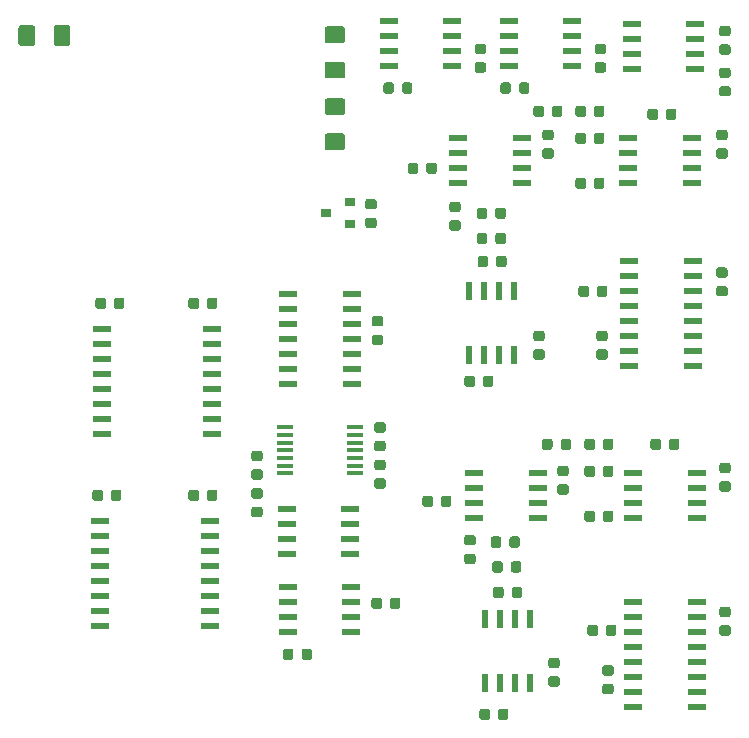
<source format=gtp>
G04 #@! TF.GenerationSoftware,KiCad,Pcbnew,5.0.2-bee76a0~70~ubuntu18.04.1*
G04 #@! TF.CreationDate,2018-12-10T22:04:31+02:00*
G04 #@! TF.ProjectId,CombinedPCB,436f6d62-696e-4656-9450-43422e6b6963,rev?*
G04 #@! TF.SameCoordinates,Original*
G04 #@! TF.FileFunction,Paste,Top*
G04 #@! TF.FilePolarity,Positive*
%FSLAX46Y46*%
G04 Gerber Fmt 4.6, Leading zero omitted, Abs format (unit mm)*
G04 Created by KiCad (PCBNEW 5.0.2-bee76a0~70~ubuntu18.04.1) date Mon Dec 10 22:04:31 2018*
%MOMM*%
%LPD*%
G01*
G04 APERTURE LIST*
%ADD10C,0.100000*%
%ADD11C,0.875000*%
%ADD12R,1.550000X0.600000*%
%ADD13C,1.425000*%
%ADD14R,1.500000X0.600000*%
%ADD15R,1.450000X0.450000*%
%ADD16R,0.600000X1.550000*%
%ADD17R,0.900000X0.800000*%
G04 APERTURE END LIST*
D10*
G04 #@! TO.C,C42*
G36*
X96071691Y-98154053D02*
X96092926Y-98157203D01*
X96113750Y-98162419D01*
X96133962Y-98169651D01*
X96153368Y-98178830D01*
X96171781Y-98189866D01*
X96189024Y-98202654D01*
X96204930Y-98217070D01*
X96219346Y-98232976D01*
X96232134Y-98250219D01*
X96243170Y-98268632D01*
X96252349Y-98288038D01*
X96259581Y-98308250D01*
X96264797Y-98329074D01*
X96267947Y-98350309D01*
X96269000Y-98371750D01*
X96269000Y-98809250D01*
X96267947Y-98830691D01*
X96264797Y-98851926D01*
X96259581Y-98872750D01*
X96252349Y-98892962D01*
X96243170Y-98912368D01*
X96232134Y-98930781D01*
X96219346Y-98948024D01*
X96204930Y-98963930D01*
X96189024Y-98978346D01*
X96171781Y-98991134D01*
X96153368Y-99002170D01*
X96133962Y-99011349D01*
X96113750Y-99018581D01*
X96092926Y-99023797D01*
X96071691Y-99026947D01*
X96050250Y-99028000D01*
X95537750Y-99028000D01*
X95516309Y-99026947D01*
X95495074Y-99023797D01*
X95474250Y-99018581D01*
X95454038Y-99011349D01*
X95434632Y-99002170D01*
X95416219Y-98991134D01*
X95398976Y-98978346D01*
X95383070Y-98963930D01*
X95368654Y-98948024D01*
X95355866Y-98930781D01*
X95344830Y-98912368D01*
X95335651Y-98892962D01*
X95328419Y-98872750D01*
X95323203Y-98851926D01*
X95320053Y-98830691D01*
X95319000Y-98809250D01*
X95319000Y-98371750D01*
X95320053Y-98350309D01*
X95323203Y-98329074D01*
X95328419Y-98308250D01*
X95335651Y-98288038D01*
X95344830Y-98268632D01*
X95355866Y-98250219D01*
X95368654Y-98232976D01*
X95383070Y-98217070D01*
X95398976Y-98202654D01*
X95416219Y-98189866D01*
X95434632Y-98178830D01*
X95454038Y-98169651D01*
X95474250Y-98162419D01*
X95495074Y-98157203D01*
X95516309Y-98154053D01*
X95537750Y-98153000D01*
X96050250Y-98153000D01*
X96071691Y-98154053D01*
X96071691Y-98154053D01*
G37*
D11*
X95794000Y-98590500D03*
D10*
G36*
X96071691Y-99729053D02*
X96092926Y-99732203D01*
X96113750Y-99737419D01*
X96133962Y-99744651D01*
X96153368Y-99753830D01*
X96171781Y-99764866D01*
X96189024Y-99777654D01*
X96204930Y-99792070D01*
X96219346Y-99807976D01*
X96232134Y-99825219D01*
X96243170Y-99843632D01*
X96252349Y-99863038D01*
X96259581Y-99883250D01*
X96264797Y-99904074D01*
X96267947Y-99925309D01*
X96269000Y-99946750D01*
X96269000Y-100384250D01*
X96267947Y-100405691D01*
X96264797Y-100426926D01*
X96259581Y-100447750D01*
X96252349Y-100467962D01*
X96243170Y-100487368D01*
X96232134Y-100505781D01*
X96219346Y-100523024D01*
X96204930Y-100538930D01*
X96189024Y-100553346D01*
X96171781Y-100566134D01*
X96153368Y-100577170D01*
X96133962Y-100586349D01*
X96113750Y-100593581D01*
X96092926Y-100598797D01*
X96071691Y-100601947D01*
X96050250Y-100603000D01*
X95537750Y-100603000D01*
X95516309Y-100601947D01*
X95495074Y-100598797D01*
X95474250Y-100593581D01*
X95454038Y-100586349D01*
X95434632Y-100577170D01*
X95416219Y-100566134D01*
X95398976Y-100553346D01*
X95383070Y-100538930D01*
X95368654Y-100523024D01*
X95355866Y-100505781D01*
X95344830Y-100487368D01*
X95335651Y-100467962D01*
X95328419Y-100447750D01*
X95323203Y-100426926D01*
X95320053Y-100405691D01*
X95319000Y-100384250D01*
X95319000Y-99946750D01*
X95320053Y-99925309D01*
X95323203Y-99904074D01*
X95328419Y-99883250D01*
X95335651Y-99863038D01*
X95344830Y-99843632D01*
X95355866Y-99825219D01*
X95368654Y-99807976D01*
X95383070Y-99792070D01*
X95398976Y-99777654D01*
X95416219Y-99764866D01*
X95434632Y-99753830D01*
X95454038Y-99744651D01*
X95474250Y-99737419D01*
X95495074Y-99732203D01*
X95516309Y-99729053D01*
X95537750Y-99728000D01*
X96050250Y-99728000D01*
X96071691Y-99729053D01*
X96071691Y-99729053D01*
G37*
D11*
X95794000Y-100165500D03*
G04 #@! TD*
D10*
G04 #@! TO.C,C34*
G36*
X98675691Y-114906053D02*
X98696926Y-114909203D01*
X98717750Y-114914419D01*
X98737962Y-114921651D01*
X98757368Y-114930830D01*
X98775781Y-114941866D01*
X98793024Y-114954654D01*
X98808930Y-114969070D01*
X98823346Y-114984976D01*
X98836134Y-115002219D01*
X98847170Y-115020632D01*
X98856349Y-115040038D01*
X98863581Y-115060250D01*
X98868797Y-115081074D01*
X98871947Y-115102309D01*
X98873000Y-115123750D01*
X98873000Y-115636250D01*
X98871947Y-115657691D01*
X98868797Y-115678926D01*
X98863581Y-115699750D01*
X98856349Y-115719962D01*
X98847170Y-115739368D01*
X98836134Y-115757781D01*
X98823346Y-115775024D01*
X98808930Y-115790930D01*
X98793024Y-115805346D01*
X98775781Y-115818134D01*
X98757368Y-115829170D01*
X98737962Y-115838349D01*
X98717750Y-115845581D01*
X98696926Y-115850797D01*
X98675691Y-115853947D01*
X98654250Y-115855000D01*
X98216750Y-115855000D01*
X98195309Y-115853947D01*
X98174074Y-115850797D01*
X98153250Y-115845581D01*
X98133038Y-115838349D01*
X98113632Y-115829170D01*
X98095219Y-115818134D01*
X98077976Y-115805346D01*
X98062070Y-115790930D01*
X98047654Y-115775024D01*
X98034866Y-115757781D01*
X98023830Y-115739368D01*
X98014651Y-115719962D01*
X98007419Y-115699750D01*
X98002203Y-115678926D01*
X97999053Y-115657691D01*
X97998000Y-115636250D01*
X97998000Y-115123750D01*
X97999053Y-115102309D01*
X98002203Y-115081074D01*
X98007419Y-115060250D01*
X98014651Y-115040038D01*
X98023830Y-115020632D01*
X98034866Y-115002219D01*
X98047654Y-114984976D01*
X98062070Y-114969070D01*
X98077976Y-114954654D01*
X98095219Y-114941866D01*
X98113632Y-114930830D01*
X98133038Y-114921651D01*
X98153250Y-114914419D01*
X98174074Y-114909203D01*
X98195309Y-114906053D01*
X98216750Y-114905000D01*
X98654250Y-114905000D01*
X98675691Y-114906053D01*
X98675691Y-114906053D01*
G37*
D11*
X98435500Y-115380000D03*
D10*
G36*
X100250691Y-114906053D02*
X100271926Y-114909203D01*
X100292750Y-114914419D01*
X100312962Y-114921651D01*
X100332368Y-114930830D01*
X100350781Y-114941866D01*
X100368024Y-114954654D01*
X100383930Y-114969070D01*
X100398346Y-114984976D01*
X100411134Y-115002219D01*
X100422170Y-115020632D01*
X100431349Y-115040038D01*
X100438581Y-115060250D01*
X100443797Y-115081074D01*
X100446947Y-115102309D01*
X100448000Y-115123750D01*
X100448000Y-115636250D01*
X100446947Y-115657691D01*
X100443797Y-115678926D01*
X100438581Y-115699750D01*
X100431349Y-115719962D01*
X100422170Y-115739368D01*
X100411134Y-115757781D01*
X100398346Y-115775024D01*
X100383930Y-115790930D01*
X100368024Y-115805346D01*
X100350781Y-115818134D01*
X100332368Y-115829170D01*
X100312962Y-115838349D01*
X100292750Y-115845581D01*
X100271926Y-115850797D01*
X100250691Y-115853947D01*
X100229250Y-115855000D01*
X99791750Y-115855000D01*
X99770309Y-115853947D01*
X99749074Y-115850797D01*
X99728250Y-115845581D01*
X99708038Y-115838349D01*
X99688632Y-115829170D01*
X99670219Y-115818134D01*
X99652976Y-115805346D01*
X99637070Y-115790930D01*
X99622654Y-115775024D01*
X99609866Y-115757781D01*
X99598830Y-115739368D01*
X99589651Y-115719962D01*
X99582419Y-115699750D01*
X99577203Y-115678926D01*
X99574053Y-115657691D01*
X99573000Y-115636250D01*
X99573000Y-115123750D01*
X99574053Y-115102309D01*
X99577203Y-115081074D01*
X99582419Y-115060250D01*
X99589651Y-115040038D01*
X99598830Y-115020632D01*
X99609866Y-115002219D01*
X99622654Y-114984976D01*
X99637070Y-114969070D01*
X99652976Y-114954654D01*
X99670219Y-114941866D01*
X99688632Y-114930830D01*
X99708038Y-114921651D01*
X99728250Y-114914419D01*
X99749074Y-114909203D01*
X99770309Y-114906053D01*
X99791750Y-114905000D01*
X100229250Y-114905000D01*
X100250691Y-114906053D01*
X100250691Y-114906053D01*
G37*
D11*
X100010500Y-115380000D03*
G04 #@! TD*
D10*
G04 #@! TO.C,C32*
G36*
X107743691Y-110588053D02*
X107764926Y-110591203D01*
X107785750Y-110596419D01*
X107805962Y-110603651D01*
X107825368Y-110612830D01*
X107843781Y-110623866D01*
X107861024Y-110636654D01*
X107876930Y-110651070D01*
X107891346Y-110666976D01*
X107904134Y-110684219D01*
X107915170Y-110702632D01*
X107924349Y-110722038D01*
X107931581Y-110742250D01*
X107936797Y-110763074D01*
X107939947Y-110784309D01*
X107941000Y-110805750D01*
X107941000Y-111318250D01*
X107939947Y-111339691D01*
X107936797Y-111360926D01*
X107931581Y-111381750D01*
X107924349Y-111401962D01*
X107915170Y-111421368D01*
X107904134Y-111439781D01*
X107891346Y-111457024D01*
X107876930Y-111472930D01*
X107861024Y-111487346D01*
X107843781Y-111500134D01*
X107825368Y-111511170D01*
X107805962Y-111520349D01*
X107785750Y-111527581D01*
X107764926Y-111532797D01*
X107743691Y-111535947D01*
X107722250Y-111537000D01*
X107284750Y-111537000D01*
X107263309Y-111535947D01*
X107242074Y-111532797D01*
X107221250Y-111527581D01*
X107201038Y-111520349D01*
X107181632Y-111511170D01*
X107163219Y-111500134D01*
X107145976Y-111487346D01*
X107130070Y-111472930D01*
X107115654Y-111457024D01*
X107102866Y-111439781D01*
X107091830Y-111421368D01*
X107082651Y-111401962D01*
X107075419Y-111381750D01*
X107070203Y-111360926D01*
X107067053Y-111339691D01*
X107066000Y-111318250D01*
X107066000Y-110805750D01*
X107067053Y-110784309D01*
X107070203Y-110763074D01*
X107075419Y-110742250D01*
X107082651Y-110722038D01*
X107091830Y-110702632D01*
X107102866Y-110684219D01*
X107115654Y-110666976D01*
X107130070Y-110651070D01*
X107145976Y-110636654D01*
X107163219Y-110623866D01*
X107181632Y-110612830D01*
X107201038Y-110603651D01*
X107221250Y-110596419D01*
X107242074Y-110591203D01*
X107263309Y-110588053D01*
X107284750Y-110587000D01*
X107722250Y-110587000D01*
X107743691Y-110588053D01*
X107743691Y-110588053D01*
G37*
D11*
X107503500Y-111062000D03*
D10*
G36*
X106168691Y-110588053D02*
X106189926Y-110591203D01*
X106210750Y-110596419D01*
X106230962Y-110603651D01*
X106250368Y-110612830D01*
X106268781Y-110623866D01*
X106286024Y-110636654D01*
X106301930Y-110651070D01*
X106316346Y-110666976D01*
X106329134Y-110684219D01*
X106340170Y-110702632D01*
X106349349Y-110722038D01*
X106356581Y-110742250D01*
X106361797Y-110763074D01*
X106364947Y-110784309D01*
X106366000Y-110805750D01*
X106366000Y-111318250D01*
X106364947Y-111339691D01*
X106361797Y-111360926D01*
X106356581Y-111381750D01*
X106349349Y-111401962D01*
X106340170Y-111421368D01*
X106329134Y-111439781D01*
X106316346Y-111457024D01*
X106301930Y-111472930D01*
X106286024Y-111487346D01*
X106268781Y-111500134D01*
X106250368Y-111511170D01*
X106230962Y-111520349D01*
X106210750Y-111527581D01*
X106189926Y-111532797D01*
X106168691Y-111535947D01*
X106147250Y-111537000D01*
X105709750Y-111537000D01*
X105688309Y-111535947D01*
X105667074Y-111532797D01*
X105646250Y-111527581D01*
X105626038Y-111520349D01*
X105606632Y-111511170D01*
X105588219Y-111500134D01*
X105570976Y-111487346D01*
X105555070Y-111472930D01*
X105540654Y-111457024D01*
X105527866Y-111439781D01*
X105516830Y-111421368D01*
X105507651Y-111401962D01*
X105500419Y-111381750D01*
X105495203Y-111360926D01*
X105492053Y-111339691D01*
X105491000Y-111318250D01*
X105491000Y-110805750D01*
X105492053Y-110784309D01*
X105495203Y-110763074D01*
X105500419Y-110742250D01*
X105507651Y-110722038D01*
X105516830Y-110702632D01*
X105527866Y-110684219D01*
X105540654Y-110666976D01*
X105555070Y-110651070D01*
X105570976Y-110636654D01*
X105588219Y-110623866D01*
X105606632Y-110612830D01*
X105626038Y-110603651D01*
X105646250Y-110596419D01*
X105667074Y-110591203D01*
X105688309Y-110588053D01*
X105709750Y-110587000D01*
X106147250Y-110587000D01*
X106168691Y-110588053D01*
X106168691Y-110588053D01*
G37*
D11*
X105928500Y-111062000D03*
G04 #@! TD*
D12*
G04 #@! TO.C,U19*
X103701000Y-103061000D03*
X103701000Y-104331000D03*
X103701000Y-105601000D03*
X103701000Y-106871000D03*
X98301000Y-106871000D03*
X98301000Y-105601000D03*
X98301000Y-104331000D03*
X98301000Y-103061000D03*
G04 #@! TD*
G04 #@! TO.C,U20*
X98395000Y-109665000D03*
X98395000Y-110935000D03*
X98395000Y-112205000D03*
X98395000Y-113475000D03*
X103795000Y-113475000D03*
X103795000Y-112205000D03*
X103795000Y-110935000D03*
X103795000Y-109665000D03*
G04 #@! TD*
D10*
G04 #@! TO.C,C29*
G36*
X135695691Y-100745053D02*
X135716926Y-100748203D01*
X135737750Y-100753419D01*
X135757962Y-100760651D01*
X135777368Y-100769830D01*
X135795781Y-100780866D01*
X135813024Y-100793654D01*
X135828930Y-100808070D01*
X135843346Y-100823976D01*
X135856134Y-100841219D01*
X135867170Y-100859632D01*
X135876349Y-100879038D01*
X135883581Y-100899250D01*
X135888797Y-100920074D01*
X135891947Y-100941309D01*
X135893000Y-100962750D01*
X135893000Y-101400250D01*
X135891947Y-101421691D01*
X135888797Y-101442926D01*
X135883581Y-101463750D01*
X135876349Y-101483962D01*
X135867170Y-101503368D01*
X135856134Y-101521781D01*
X135843346Y-101539024D01*
X135828930Y-101554930D01*
X135813024Y-101569346D01*
X135795781Y-101582134D01*
X135777368Y-101593170D01*
X135757962Y-101602349D01*
X135737750Y-101609581D01*
X135716926Y-101614797D01*
X135695691Y-101617947D01*
X135674250Y-101619000D01*
X135161750Y-101619000D01*
X135140309Y-101617947D01*
X135119074Y-101614797D01*
X135098250Y-101609581D01*
X135078038Y-101602349D01*
X135058632Y-101593170D01*
X135040219Y-101582134D01*
X135022976Y-101569346D01*
X135007070Y-101554930D01*
X134992654Y-101539024D01*
X134979866Y-101521781D01*
X134968830Y-101503368D01*
X134959651Y-101483962D01*
X134952419Y-101463750D01*
X134947203Y-101442926D01*
X134944053Y-101421691D01*
X134943000Y-101400250D01*
X134943000Y-100962750D01*
X134944053Y-100941309D01*
X134947203Y-100920074D01*
X134952419Y-100899250D01*
X134959651Y-100879038D01*
X134968830Y-100859632D01*
X134979866Y-100841219D01*
X134992654Y-100823976D01*
X135007070Y-100808070D01*
X135022976Y-100793654D01*
X135040219Y-100780866D01*
X135058632Y-100769830D01*
X135078038Y-100760651D01*
X135098250Y-100753419D01*
X135119074Y-100748203D01*
X135140309Y-100745053D01*
X135161750Y-100744000D01*
X135674250Y-100744000D01*
X135695691Y-100745053D01*
X135695691Y-100745053D01*
G37*
D11*
X135418000Y-101181500D03*
D10*
G36*
X135695691Y-99170053D02*
X135716926Y-99173203D01*
X135737750Y-99178419D01*
X135757962Y-99185651D01*
X135777368Y-99194830D01*
X135795781Y-99205866D01*
X135813024Y-99218654D01*
X135828930Y-99233070D01*
X135843346Y-99248976D01*
X135856134Y-99266219D01*
X135867170Y-99284632D01*
X135876349Y-99304038D01*
X135883581Y-99324250D01*
X135888797Y-99345074D01*
X135891947Y-99366309D01*
X135893000Y-99387750D01*
X135893000Y-99825250D01*
X135891947Y-99846691D01*
X135888797Y-99867926D01*
X135883581Y-99888750D01*
X135876349Y-99908962D01*
X135867170Y-99928368D01*
X135856134Y-99946781D01*
X135843346Y-99964024D01*
X135828930Y-99979930D01*
X135813024Y-99994346D01*
X135795781Y-100007134D01*
X135777368Y-100018170D01*
X135757962Y-100027349D01*
X135737750Y-100034581D01*
X135716926Y-100039797D01*
X135695691Y-100042947D01*
X135674250Y-100044000D01*
X135161750Y-100044000D01*
X135140309Y-100042947D01*
X135119074Y-100039797D01*
X135098250Y-100034581D01*
X135078038Y-100027349D01*
X135058632Y-100018170D01*
X135040219Y-100007134D01*
X135022976Y-99994346D01*
X135007070Y-99979930D01*
X134992654Y-99964024D01*
X134979866Y-99946781D01*
X134968830Y-99928368D01*
X134959651Y-99908962D01*
X134952419Y-99888750D01*
X134947203Y-99867926D01*
X134944053Y-99846691D01*
X134943000Y-99825250D01*
X134943000Y-99387750D01*
X134944053Y-99366309D01*
X134947203Y-99345074D01*
X134952419Y-99324250D01*
X134959651Y-99304038D01*
X134968830Y-99284632D01*
X134979866Y-99266219D01*
X134992654Y-99248976D01*
X135007070Y-99233070D01*
X135022976Y-99218654D01*
X135040219Y-99205866D01*
X135058632Y-99194830D01*
X135078038Y-99185651D01*
X135098250Y-99178419D01*
X135119074Y-99173203D01*
X135140309Y-99170053D01*
X135161750Y-99169000D01*
X135674250Y-99169000D01*
X135695691Y-99170053D01*
X135695691Y-99170053D01*
G37*
D11*
X135418000Y-99606500D03*
G04 #@! TD*
D10*
G04 #@! TO.C,C30*
G36*
X125777691Y-103222053D02*
X125798926Y-103225203D01*
X125819750Y-103230419D01*
X125839962Y-103237651D01*
X125859368Y-103246830D01*
X125877781Y-103257866D01*
X125895024Y-103270654D01*
X125910930Y-103285070D01*
X125925346Y-103300976D01*
X125938134Y-103318219D01*
X125949170Y-103336632D01*
X125958349Y-103356038D01*
X125965581Y-103376250D01*
X125970797Y-103397074D01*
X125973947Y-103418309D01*
X125975000Y-103439750D01*
X125975000Y-103952250D01*
X125973947Y-103973691D01*
X125970797Y-103994926D01*
X125965581Y-104015750D01*
X125958349Y-104035962D01*
X125949170Y-104055368D01*
X125938134Y-104073781D01*
X125925346Y-104091024D01*
X125910930Y-104106930D01*
X125895024Y-104121346D01*
X125877781Y-104134134D01*
X125859368Y-104145170D01*
X125839962Y-104154349D01*
X125819750Y-104161581D01*
X125798926Y-104166797D01*
X125777691Y-104169947D01*
X125756250Y-104171000D01*
X125318750Y-104171000D01*
X125297309Y-104169947D01*
X125276074Y-104166797D01*
X125255250Y-104161581D01*
X125235038Y-104154349D01*
X125215632Y-104145170D01*
X125197219Y-104134134D01*
X125179976Y-104121346D01*
X125164070Y-104106930D01*
X125149654Y-104091024D01*
X125136866Y-104073781D01*
X125125830Y-104055368D01*
X125116651Y-104035962D01*
X125109419Y-104015750D01*
X125104203Y-103994926D01*
X125101053Y-103973691D01*
X125100000Y-103952250D01*
X125100000Y-103439750D01*
X125101053Y-103418309D01*
X125104203Y-103397074D01*
X125109419Y-103376250D01*
X125116651Y-103356038D01*
X125125830Y-103336632D01*
X125136866Y-103318219D01*
X125149654Y-103300976D01*
X125164070Y-103285070D01*
X125179976Y-103270654D01*
X125197219Y-103257866D01*
X125215632Y-103246830D01*
X125235038Y-103237651D01*
X125255250Y-103230419D01*
X125276074Y-103225203D01*
X125297309Y-103222053D01*
X125318750Y-103221000D01*
X125756250Y-103221000D01*
X125777691Y-103222053D01*
X125777691Y-103222053D01*
G37*
D11*
X125537500Y-103696000D03*
D10*
G36*
X124202691Y-103222053D02*
X124223926Y-103225203D01*
X124244750Y-103230419D01*
X124264962Y-103237651D01*
X124284368Y-103246830D01*
X124302781Y-103257866D01*
X124320024Y-103270654D01*
X124335930Y-103285070D01*
X124350346Y-103300976D01*
X124363134Y-103318219D01*
X124374170Y-103336632D01*
X124383349Y-103356038D01*
X124390581Y-103376250D01*
X124395797Y-103397074D01*
X124398947Y-103418309D01*
X124400000Y-103439750D01*
X124400000Y-103952250D01*
X124398947Y-103973691D01*
X124395797Y-103994926D01*
X124390581Y-104015750D01*
X124383349Y-104035962D01*
X124374170Y-104055368D01*
X124363134Y-104073781D01*
X124350346Y-104091024D01*
X124335930Y-104106930D01*
X124320024Y-104121346D01*
X124302781Y-104134134D01*
X124284368Y-104145170D01*
X124264962Y-104154349D01*
X124244750Y-104161581D01*
X124223926Y-104166797D01*
X124202691Y-104169947D01*
X124181250Y-104171000D01*
X123743750Y-104171000D01*
X123722309Y-104169947D01*
X123701074Y-104166797D01*
X123680250Y-104161581D01*
X123660038Y-104154349D01*
X123640632Y-104145170D01*
X123622219Y-104134134D01*
X123604976Y-104121346D01*
X123589070Y-104106930D01*
X123574654Y-104091024D01*
X123561866Y-104073781D01*
X123550830Y-104055368D01*
X123541651Y-104035962D01*
X123534419Y-104015750D01*
X123529203Y-103994926D01*
X123526053Y-103973691D01*
X123525000Y-103952250D01*
X123525000Y-103439750D01*
X123526053Y-103418309D01*
X123529203Y-103397074D01*
X123534419Y-103376250D01*
X123541651Y-103356038D01*
X123550830Y-103336632D01*
X123561866Y-103318219D01*
X123574654Y-103300976D01*
X123589070Y-103285070D01*
X123604976Y-103270654D01*
X123622219Y-103257866D01*
X123640632Y-103246830D01*
X123660038Y-103237651D01*
X123680250Y-103230419D01*
X123701074Y-103225203D01*
X123722309Y-103222053D01*
X123743750Y-103221000D01*
X124181250Y-103221000D01*
X124202691Y-103222053D01*
X124202691Y-103222053D01*
G37*
D11*
X123962500Y-103696000D03*
G04 #@! TD*
D10*
G04 #@! TO.C,C27*
G36*
X135441691Y-72551053D02*
X135462926Y-72554203D01*
X135483750Y-72559419D01*
X135503962Y-72566651D01*
X135523368Y-72575830D01*
X135541781Y-72586866D01*
X135559024Y-72599654D01*
X135574930Y-72614070D01*
X135589346Y-72629976D01*
X135602134Y-72647219D01*
X135613170Y-72665632D01*
X135622349Y-72685038D01*
X135629581Y-72705250D01*
X135634797Y-72726074D01*
X135637947Y-72747309D01*
X135639000Y-72768750D01*
X135639000Y-73206250D01*
X135637947Y-73227691D01*
X135634797Y-73248926D01*
X135629581Y-73269750D01*
X135622349Y-73289962D01*
X135613170Y-73309368D01*
X135602134Y-73327781D01*
X135589346Y-73345024D01*
X135574930Y-73360930D01*
X135559024Y-73375346D01*
X135541781Y-73388134D01*
X135523368Y-73399170D01*
X135503962Y-73408349D01*
X135483750Y-73415581D01*
X135462926Y-73420797D01*
X135441691Y-73423947D01*
X135420250Y-73425000D01*
X134907750Y-73425000D01*
X134886309Y-73423947D01*
X134865074Y-73420797D01*
X134844250Y-73415581D01*
X134824038Y-73408349D01*
X134804632Y-73399170D01*
X134786219Y-73388134D01*
X134768976Y-73375346D01*
X134753070Y-73360930D01*
X134738654Y-73345024D01*
X134725866Y-73327781D01*
X134714830Y-73309368D01*
X134705651Y-73289962D01*
X134698419Y-73269750D01*
X134693203Y-73248926D01*
X134690053Y-73227691D01*
X134689000Y-73206250D01*
X134689000Y-72768750D01*
X134690053Y-72747309D01*
X134693203Y-72726074D01*
X134698419Y-72705250D01*
X134705651Y-72685038D01*
X134714830Y-72665632D01*
X134725866Y-72647219D01*
X134738654Y-72629976D01*
X134753070Y-72614070D01*
X134768976Y-72599654D01*
X134786219Y-72586866D01*
X134804632Y-72575830D01*
X134824038Y-72566651D01*
X134844250Y-72559419D01*
X134865074Y-72554203D01*
X134886309Y-72551053D01*
X134907750Y-72550000D01*
X135420250Y-72550000D01*
X135441691Y-72551053D01*
X135441691Y-72551053D01*
G37*
D11*
X135164000Y-72987500D03*
D10*
G36*
X135441691Y-70976053D02*
X135462926Y-70979203D01*
X135483750Y-70984419D01*
X135503962Y-70991651D01*
X135523368Y-71000830D01*
X135541781Y-71011866D01*
X135559024Y-71024654D01*
X135574930Y-71039070D01*
X135589346Y-71054976D01*
X135602134Y-71072219D01*
X135613170Y-71090632D01*
X135622349Y-71110038D01*
X135629581Y-71130250D01*
X135634797Y-71151074D01*
X135637947Y-71172309D01*
X135639000Y-71193750D01*
X135639000Y-71631250D01*
X135637947Y-71652691D01*
X135634797Y-71673926D01*
X135629581Y-71694750D01*
X135622349Y-71714962D01*
X135613170Y-71734368D01*
X135602134Y-71752781D01*
X135589346Y-71770024D01*
X135574930Y-71785930D01*
X135559024Y-71800346D01*
X135541781Y-71813134D01*
X135523368Y-71824170D01*
X135503962Y-71833349D01*
X135483750Y-71840581D01*
X135462926Y-71845797D01*
X135441691Y-71848947D01*
X135420250Y-71850000D01*
X134907750Y-71850000D01*
X134886309Y-71848947D01*
X134865074Y-71845797D01*
X134844250Y-71840581D01*
X134824038Y-71833349D01*
X134804632Y-71824170D01*
X134786219Y-71813134D01*
X134768976Y-71800346D01*
X134753070Y-71785930D01*
X134738654Y-71770024D01*
X134725866Y-71752781D01*
X134714830Y-71734368D01*
X134705651Y-71714962D01*
X134698419Y-71694750D01*
X134693203Y-71673926D01*
X134690053Y-71652691D01*
X134689000Y-71631250D01*
X134689000Y-71193750D01*
X134690053Y-71172309D01*
X134693203Y-71151074D01*
X134698419Y-71130250D01*
X134705651Y-71110038D01*
X134714830Y-71090632D01*
X134725866Y-71072219D01*
X134738654Y-71054976D01*
X134753070Y-71039070D01*
X134768976Y-71024654D01*
X134786219Y-71011866D01*
X134804632Y-71000830D01*
X134824038Y-70991651D01*
X134844250Y-70984419D01*
X134865074Y-70979203D01*
X134886309Y-70976053D01*
X134907750Y-70975000D01*
X135420250Y-70975000D01*
X135441691Y-70976053D01*
X135441691Y-70976053D01*
G37*
D11*
X135164000Y-71412500D03*
G04 #@! TD*
D10*
G04 #@! TO.C,C28*
G36*
X125015691Y-75028053D02*
X125036926Y-75031203D01*
X125057750Y-75036419D01*
X125077962Y-75043651D01*
X125097368Y-75052830D01*
X125115781Y-75063866D01*
X125133024Y-75076654D01*
X125148930Y-75091070D01*
X125163346Y-75106976D01*
X125176134Y-75124219D01*
X125187170Y-75142632D01*
X125196349Y-75162038D01*
X125203581Y-75182250D01*
X125208797Y-75203074D01*
X125211947Y-75224309D01*
X125213000Y-75245750D01*
X125213000Y-75758250D01*
X125211947Y-75779691D01*
X125208797Y-75800926D01*
X125203581Y-75821750D01*
X125196349Y-75841962D01*
X125187170Y-75861368D01*
X125176134Y-75879781D01*
X125163346Y-75897024D01*
X125148930Y-75912930D01*
X125133024Y-75927346D01*
X125115781Y-75940134D01*
X125097368Y-75951170D01*
X125077962Y-75960349D01*
X125057750Y-75967581D01*
X125036926Y-75972797D01*
X125015691Y-75975947D01*
X124994250Y-75977000D01*
X124556750Y-75977000D01*
X124535309Y-75975947D01*
X124514074Y-75972797D01*
X124493250Y-75967581D01*
X124473038Y-75960349D01*
X124453632Y-75951170D01*
X124435219Y-75940134D01*
X124417976Y-75927346D01*
X124402070Y-75912930D01*
X124387654Y-75897024D01*
X124374866Y-75879781D01*
X124363830Y-75861368D01*
X124354651Y-75841962D01*
X124347419Y-75821750D01*
X124342203Y-75800926D01*
X124339053Y-75779691D01*
X124338000Y-75758250D01*
X124338000Y-75245750D01*
X124339053Y-75224309D01*
X124342203Y-75203074D01*
X124347419Y-75182250D01*
X124354651Y-75162038D01*
X124363830Y-75142632D01*
X124374866Y-75124219D01*
X124387654Y-75106976D01*
X124402070Y-75091070D01*
X124417976Y-75076654D01*
X124435219Y-75063866D01*
X124453632Y-75052830D01*
X124473038Y-75043651D01*
X124493250Y-75036419D01*
X124514074Y-75031203D01*
X124535309Y-75028053D01*
X124556750Y-75027000D01*
X124994250Y-75027000D01*
X125015691Y-75028053D01*
X125015691Y-75028053D01*
G37*
D11*
X124775500Y-75502000D03*
D10*
G36*
X123440691Y-75028053D02*
X123461926Y-75031203D01*
X123482750Y-75036419D01*
X123502962Y-75043651D01*
X123522368Y-75052830D01*
X123540781Y-75063866D01*
X123558024Y-75076654D01*
X123573930Y-75091070D01*
X123588346Y-75106976D01*
X123601134Y-75124219D01*
X123612170Y-75142632D01*
X123621349Y-75162038D01*
X123628581Y-75182250D01*
X123633797Y-75203074D01*
X123636947Y-75224309D01*
X123638000Y-75245750D01*
X123638000Y-75758250D01*
X123636947Y-75779691D01*
X123633797Y-75800926D01*
X123628581Y-75821750D01*
X123621349Y-75841962D01*
X123612170Y-75861368D01*
X123601134Y-75879781D01*
X123588346Y-75897024D01*
X123573930Y-75912930D01*
X123558024Y-75927346D01*
X123540781Y-75940134D01*
X123522368Y-75951170D01*
X123502962Y-75960349D01*
X123482750Y-75967581D01*
X123461926Y-75972797D01*
X123440691Y-75975947D01*
X123419250Y-75977000D01*
X122981750Y-75977000D01*
X122960309Y-75975947D01*
X122939074Y-75972797D01*
X122918250Y-75967581D01*
X122898038Y-75960349D01*
X122878632Y-75951170D01*
X122860219Y-75940134D01*
X122842976Y-75927346D01*
X122827070Y-75912930D01*
X122812654Y-75897024D01*
X122799866Y-75879781D01*
X122788830Y-75861368D01*
X122779651Y-75841962D01*
X122772419Y-75821750D01*
X122767203Y-75800926D01*
X122764053Y-75779691D01*
X122763000Y-75758250D01*
X122763000Y-75245750D01*
X122764053Y-75224309D01*
X122767203Y-75203074D01*
X122772419Y-75182250D01*
X122779651Y-75162038D01*
X122788830Y-75142632D01*
X122799866Y-75124219D01*
X122812654Y-75106976D01*
X122827070Y-75091070D01*
X122842976Y-75076654D01*
X122860219Y-75063866D01*
X122878632Y-75052830D01*
X122898038Y-75043651D01*
X122918250Y-75036419D01*
X122939074Y-75031203D01*
X122960309Y-75028053D01*
X122981750Y-75027000D01*
X123419250Y-75027000D01*
X123440691Y-75028053D01*
X123440691Y-75028053D01*
G37*
D11*
X123200500Y-75502000D03*
G04 #@! TD*
D10*
G04 #@! TO.C,C10*
G36*
X103047504Y-65206704D02*
X103071773Y-65210304D01*
X103095571Y-65216265D01*
X103118671Y-65224530D01*
X103140849Y-65235020D01*
X103161893Y-65247633D01*
X103181598Y-65262247D01*
X103199777Y-65278723D01*
X103216253Y-65296902D01*
X103230867Y-65316607D01*
X103243480Y-65337651D01*
X103253970Y-65359829D01*
X103262235Y-65382929D01*
X103268196Y-65406727D01*
X103271796Y-65430996D01*
X103273000Y-65455500D01*
X103273000Y-66380500D01*
X103271796Y-66405004D01*
X103268196Y-66429273D01*
X103262235Y-66453071D01*
X103253970Y-66476171D01*
X103243480Y-66498349D01*
X103230867Y-66519393D01*
X103216253Y-66539098D01*
X103199777Y-66557277D01*
X103181598Y-66573753D01*
X103161893Y-66588367D01*
X103140849Y-66600980D01*
X103118671Y-66611470D01*
X103095571Y-66619735D01*
X103071773Y-66625696D01*
X103047504Y-66629296D01*
X103023000Y-66630500D01*
X101773000Y-66630500D01*
X101748496Y-66629296D01*
X101724227Y-66625696D01*
X101700429Y-66619735D01*
X101677329Y-66611470D01*
X101655151Y-66600980D01*
X101634107Y-66588367D01*
X101614402Y-66573753D01*
X101596223Y-66557277D01*
X101579747Y-66539098D01*
X101565133Y-66519393D01*
X101552520Y-66498349D01*
X101542030Y-66476171D01*
X101533765Y-66453071D01*
X101527804Y-66429273D01*
X101524204Y-66405004D01*
X101523000Y-66380500D01*
X101523000Y-65455500D01*
X101524204Y-65430996D01*
X101527804Y-65406727D01*
X101533765Y-65382929D01*
X101542030Y-65359829D01*
X101552520Y-65337651D01*
X101565133Y-65316607D01*
X101579747Y-65296902D01*
X101596223Y-65278723D01*
X101614402Y-65262247D01*
X101634107Y-65247633D01*
X101655151Y-65235020D01*
X101677329Y-65224530D01*
X101700429Y-65216265D01*
X101724227Y-65210304D01*
X101748496Y-65206704D01*
X101773000Y-65205500D01*
X103023000Y-65205500D01*
X103047504Y-65206704D01*
X103047504Y-65206704D01*
G37*
D13*
X102398000Y-65918000D03*
D10*
G36*
X103047504Y-62231704D02*
X103071773Y-62235304D01*
X103095571Y-62241265D01*
X103118671Y-62249530D01*
X103140849Y-62260020D01*
X103161893Y-62272633D01*
X103181598Y-62287247D01*
X103199777Y-62303723D01*
X103216253Y-62321902D01*
X103230867Y-62341607D01*
X103243480Y-62362651D01*
X103253970Y-62384829D01*
X103262235Y-62407929D01*
X103268196Y-62431727D01*
X103271796Y-62455996D01*
X103273000Y-62480500D01*
X103273000Y-63405500D01*
X103271796Y-63430004D01*
X103268196Y-63454273D01*
X103262235Y-63478071D01*
X103253970Y-63501171D01*
X103243480Y-63523349D01*
X103230867Y-63544393D01*
X103216253Y-63564098D01*
X103199777Y-63582277D01*
X103181598Y-63598753D01*
X103161893Y-63613367D01*
X103140849Y-63625980D01*
X103118671Y-63636470D01*
X103095571Y-63644735D01*
X103071773Y-63650696D01*
X103047504Y-63654296D01*
X103023000Y-63655500D01*
X101773000Y-63655500D01*
X101748496Y-63654296D01*
X101724227Y-63650696D01*
X101700429Y-63644735D01*
X101677329Y-63636470D01*
X101655151Y-63625980D01*
X101634107Y-63613367D01*
X101614402Y-63598753D01*
X101596223Y-63582277D01*
X101579747Y-63564098D01*
X101565133Y-63544393D01*
X101552520Y-63523349D01*
X101542030Y-63501171D01*
X101533765Y-63478071D01*
X101527804Y-63454273D01*
X101524204Y-63430004D01*
X101523000Y-63405500D01*
X101523000Y-62480500D01*
X101524204Y-62455996D01*
X101527804Y-62431727D01*
X101533765Y-62407929D01*
X101542030Y-62384829D01*
X101552520Y-62362651D01*
X101565133Y-62341607D01*
X101579747Y-62321902D01*
X101596223Y-62303723D01*
X101614402Y-62287247D01*
X101634107Y-62272633D01*
X101655151Y-62260020D01*
X101677329Y-62249530D01*
X101700429Y-62241265D01*
X101724227Y-62235304D01*
X101748496Y-62231704D01*
X101773000Y-62230500D01*
X103023000Y-62230500D01*
X103047504Y-62231704D01*
X103047504Y-62231704D01*
G37*
D13*
X102398000Y-62943000D03*
G04 #@! TD*
D10*
G04 #@! TO.C,C26*
G36*
X103047504Y-68313704D02*
X103071773Y-68317304D01*
X103095571Y-68323265D01*
X103118671Y-68331530D01*
X103140849Y-68342020D01*
X103161893Y-68354633D01*
X103181598Y-68369247D01*
X103199777Y-68385723D01*
X103216253Y-68403902D01*
X103230867Y-68423607D01*
X103243480Y-68444651D01*
X103253970Y-68466829D01*
X103262235Y-68489929D01*
X103268196Y-68513727D01*
X103271796Y-68537996D01*
X103273000Y-68562500D01*
X103273000Y-69487500D01*
X103271796Y-69512004D01*
X103268196Y-69536273D01*
X103262235Y-69560071D01*
X103253970Y-69583171D01*
X103243480Y-69605349D01*
X103230867Y-69626393D01*
X103216253Y-69646098D01*
X103199777Y-69664277D01*
X103181598Y-69680753D01*
X103161893Y-69695367D01*
X103140849Y-69707980D01*
X103118671Y-69718470D01*
X103095571Y-69726735D01*
X103071773Y-69732696D01*
X103047504Y-69736296D01*
X103023000Y-69737500D01*
X101773000Y-69737500D01*
X101748496Y-69736296D01*
X101724227Y-69732696D01*
X101700429Y-69726735D01*
X101677329Y-69718470D01*
X101655151Y-69707980D01*
X101634107Y-69695367D01*
X101614402Y-69680753D01*
X101596223Y-69664277D01*
X101579747Y-69646098D01*
X101565133Y-69626393D01*
X101552520Y-69605349D01*
X101542030Y-69583171D01*
X101533765Y-69560071D01*
X101527804Y-69536273D01*
X101524204Y-69512004D01*
X101523000Y-69487500D01*
X101523000Y-68562500D01*
X101524204Y-68537996D01*
X101527804Y-68513727D01*
X101533765Y-68489929D01*
X101542030Y-68466829D01*
X101552520Y-68444651D01*
X101565133Y-68423607D01*
X101579747Y-68403902D01*
X101596223Y-68385723D01*
X101614402Y-68369247D01*
X101634107Y-68354633D01*
X101655151Y-68342020D01*
X101677329Y-68331530D01*
X101700429Y-68323265D01*
X101724227Y-68317304D01*
X101748496Y-68313704D01*
X101773000Y-68312500D01*
X103023000Y-68312500D01*
X103047504Y-68313704D01*
X103047504Y-68313704D01*
G37*
D13*
X102398000Y-69025000D03*
D10*
G36*
X103047504Y-71288704D02*
X103071773Y-71292304D01*
X103095571Y-71298265D01*
X103118671Y-71306530D01*
X103140849Y-71317020D01*
X103161893Y-71329633D01*
X103181598Y-71344247D01*
X103199777Y-71360723D01*
X103216253Y-71378902D01*
X103230867Y-71398607D01*
X103243480Y-71419651D01*
X103253970Y-71441829D01*
X103262235Y-71464929D01*
X103268196Y-71488727D01*
X103271796Y-71512996D01*
X103273000Y-71537500D01*
X103273000Y-72462500D01*
X103271796Y-72487004D01*
X103268196Y-72511273D01*
X103262235Y-72535071D01*
X103253970Y-72558171D01*
X103243480Y-72580349D01*
X103230867Y-72601393D01*
X103216253Y-72621098D01*
X103199777Y-72639277D01*
X103181598Y-72655753D01*
X103161893Y-72670367D01*
X103140849Y-72682980D01*
X103118671Y-72693470D01*
X103095571Y-72701735D01*
X103071773Y-72707696D01*
X103047504Y-72711296D01*
X103023000Y-72712500D01*
X101773000Y-72712500D01*
X101748496Y-72711296D01*
X101724227Y-72707696D01*
X101700429Y-72701735D01*
X101677329Y-72693470D01*
X101655151Y-72682980D01*
X101634107Y-72670367D01*
X101614402Y-72655753D01*
X101596223Y-72639277D01*
X101579747Y-72621098D01*
X101565133Y-72601393D01*
X101552520Y-72580349D01*
X101542030Y-72558171D01*
X101533765Y-72535071D01*
X101527804Y-72511273D01*
X101524204Y-72487004D01*
X101523000Y-72462500D01*
X101523000Y-71537500D01*
X101524204Y-71512996D01*
X101527804Y-71488727D01*
X101533765Y-71464929D01*
X101542030Y-71441829D01*
X101552520Y-71419651D01*
X101565133Y-71398607D01*
X101579747Y-71378902D01*
X101596223Y-71360723D01*
X101614402Y-71344247D01*
X101634107Y-71329633D01*
X101655151Y-71317020D01*
X101677329Y-71306530D01*
X101700429Y-71298265D01*
X101724227Y-71292304D01*
X101748496Y-71288704D01*
X101773000Y-71287500D01*
X103023000Y-71287500D01*
X103047504Y-71288704D01*
X103047504Y-71288704D01*
G37*
D13*
X102398000Y-72000000D03*
G04 #@! TD*
D12*
G04 #@! TO.C,U17*
X133038000Y-100013000D03*
X133038000Y-101283000D03*
X133038000Y-102553000D03*
X133038000Y-103823000D03*
X127638000Y-103823000D03*
X127638000Y-102553000D03*
X127638000Y-101283000D03*
X127638000Y-100013000D03*
G04 #@! TD*
G04 #@! TO.C,U15*
X127224000Y-71692000D03*
X127224000Y-72962000D03*
X127224000Y-74232000D03*
X127224000Y-75502000D03*
X132624000Y-75502000D03*
X132624000Y-74232000D03*
X132624000Y-72962000D03*
X132624000Y-71692000D03*
G04 #@! TD*
D10*
G04 #@! TO.C,R15*
G36*
X125015691Y-71218053D02*
X125036926Y-71221203D01*
X125057750Y-71226419D01*
X125077962Y-71233651D01*
X125097368Y-71242830D01*
X125115781Y-71253866D01*
X125133024Y-71266654D01*
X125148930Y-71281070D01*
X125163346Y-71296976D01*
X125176134Y-71314219D01*
X125187170Y-71332632D01*
X125196349Y-71352038D01*
X125203581Y-71372250D01*
X125208797Y-71393074D01*
X125211947Y-71414309D01*
X125213000Y-71435750D01*
X125213000Y-71948250D01*
X125211947Y-71969691D01*
X125208797Y-71990926D01*
X125203581Y-72011750D01*
X125196349Y-72031962D01*
X125187170Y-72051368D01*
X125176134Y-72069781D01*
X125163346Y-72087024D01*
X125148930Y-72102930D01*
X125133024Y-72117346D01*
X125115781Y-72130134D01*
X125097368Y-72141170D01*
X125077962Y-72150349D01*
X125057750Y-72157581D01*
X125036926Y-72162797D01*
X125015691Y-72165947D01*
X124994250Y-72167000D01*
X124556750Y-72167000D01*
X124535309Y-72165947D01*
X124514074Y-72162797D01*
X124493250Y-72157581D01*
X124473038Y-72150349D01*
X124453632Y-72141170D01*
X124435219Y-72130134D01*
X124417976Y-72117346D01*
X124402070Y-72102930D01*
X124387654Y-72087024D01*
X124374866Y-72069781D01*
X124363830Y-72051368D01*
X124354651Y-72031962D01*
X124347419Y-72011750D01*
X124342203Y-71990926D01*
X124339053Y-71969691D01*
X124338000Y-71948250D01*
X124338000Y-71435750D01*
X124339053Y-71414309D01*
X124342203Y-71393074D01*
X124347419Y-71372250D01*
X124354651Y-71352038D01*
X124363830Y-71332632D01*
X124374866Y-71314219D01*
X124387654Y-71296976D01*
X124402070Y-71281070D01*
X124417976Y-71266654D01*
X124435219Y-71253866D01*
X124453632Y-71242830D01*
X124473038Y-71233651D01*
X124493250Y-71226419D01*
X124514074Y-71221203D01*
X124535309Y-71218053D01*
X124556750Y-71217000D01*
X124994250Y-71217000D01*
X125015691Y-71218053D01*
X125015691Y-71218053D01*
G37*
D11*
X124775500Y-71692000D03*
D10*
G36*
X123440691Y-71218053D02*
X123461926Y-71221203D01*
X123482750Y-71226419D01*
X123502962Y-71233651D01*
X123522368Y-71242830D01*
X123540781Y-71253866D01*
X123558024Y-71266654D01*
X123573930Y-71281070D01*
X123588346Y-71296976D01*
X123601134Y-71314219D01*
X123612170Y-71332632D01*
X123621349Y-71352038D01*
X123628581Y-71372250D01*
X123633797Y-71393074D01*
X123636947Y-71414309D01*
X123638000Y-71435750D01*
X123638000Y-71948250D01*
X123636947Y-71969691D01*
X123633797Y-71990926D01*
X123628581Y-72011750D01*
X123621349Y-72031962D01*
X123612170Y-72051368D01*
X123601134Y-72069781D01*
X123588346Y-72087024D01*
X123573930Y-72102930D01*
X123558024Y-72117346D01*
X123540781Y-72130134D01*
X123522368Y-72141170D01*
X123502962Y-72150349D01*
X123482750Y-72157581D01*
X123461926Y-72162797D01*
X123440691Y-72165947D01*
X123419250Y-72167000D01*
X122981750Y-72167000D01*
X122960309Y-72165947D01*
X122939074Y-72162797D01*
X122918250Y-72157581D01*
X122898038Y-72150349D01*
X122878632Y-72141170D01*
X122860219Y-72130134D01*
X122842976Y-72117346D01*
X122827070Y-72102930D01*
X122812654Y-72087024D01*
X122799866Y-72069781D01*
X122788830Y-72051368D01*
X122779651Y-72031962D01*
X122772419Y-72011750D01*
X122767203Y-71990926D01*
X122764053Y-71969691D01*
X122763000Y-71948250D01*
X122763000Y-71435750D01*
X122764053Y-71414309D01*
X122767203Y-71393074D01*
X122772419Y-71372250D01*
X122779651Y-71352038D01*
X122788830Y-71332632D01*
X122799866Y-71314219D01*
X122812654Y-71296976D01*
X122827070Y-71281070D01*
X122842976Y-71266654D01*
X122860219Y-71253866D01*
X122878632Y-71242830D01*
X122898038Y-71233651D01*
X122918250Y-71226419D01*
X122939074Y-71221203D01*
X122960309Y-71218053D01*
X122981750Y-71217000D01*
X123419250Y-71217000D01*
X123440691Y-71218053D01*
X123440691Y-71218053D01*
G37*
D11*
X123200500Y-71692000D03*
G04 #@! TD*
D10*
G04 #@! TO.C,R12*
G36*
X122196191Y-97126053D02*
X122217426Y-97129203D01*
X122238250Y-97134419D01*
X122258462Y-97141651D01*
X122277868Y-97150830D01*
X122296281Y-97161866D01*
X122313524Y-97174654D01*
X122329430Y-97189070D01*
X122343846Y-97204976D01*
X122356634Y-97222219D01*
X122367670Y-97240632D01*
X122376849Y-97260038D01*
X122384081Y-97280250D01*
X122389297Y-97301074D01*
X122392447Y-97322309D01*
X122393500Y-97343750D01*
X122393500Y-97856250D01*
X122392447Y-97877691D01*
X122389297Y-97898926D01*
X122384081Y-97919750D01*
X122376849Y-97939962D01*
X122367670Y-97959368D01*
X122356634Y-97977781D01*
X122343846Y-97995024D01*
X122329430Y-98010930D01*
X122313524Y-98025346D01*
X122296281Y-98038134D01*
X122277868Y-98049170D01*
X122258462Y-98058349D01*
X122238250Y-98065581D01*
X122217426Y-98070797D01*
X122196191Y-98073947D01*
X122174750Y-98075000D01*
X121737250Y-98075000D01*
X121715809Y-98073947D01*
X121694574Y-98070797D01*
X121673750Y-98065581D01*
X121653538Y-98058349D01*
X121634132Y-98049170D01*
X121615719Y-98038134D01*
X121598476Y-98025346D01*
X121582570Y-98010930D01*
X121568154Y-97995024D01*
X121555366Y-97977781D01*
X121544330Y-97959368D01*
X121535151Y-97939962D01*
X121527919Y-97919750D01*
X121522703Y-97898926D01*
X121519553Y-97877691D01*
X121518500Y-97856250D01*
X121518500Y-97343750D01*
X121519553Y-97322309D01*
X121522703Y-97301074D01*
X121527919Y-97280250D01*
X121535151Y-97260038D01*
X121544330Y-97240632D01*
X121555366Y-97222219D01*
X121568154Y-97204976D01*
X121582570Y-97189070D01*
X121598476Y-97174654D01*
X121615719Y-97161866D01*
X121634132Y-97150830D01*
X121653538Y-97141651D01*
X121673750Y-97134419D01*
X121694574Y-97129203D01*
X121715809Y-97126053D01*
X121737250Y-97125000D01*
X122174750Y-97125000D01*
X122196191Y-97126053D01*
X122196191Y-97126053D01*
G37*
D11*
X121956000Y-97600000D03*
D10*
G36*
X120621191Y-97126053D02*
X120642426Y-97129203D01*
X120663250Y-97134419D01*
X120683462Y-97141651D01*
X120702868Y-97150830D01*
X120721281Y-97161866D01*
X120738524Y-97174654D01*
X120754430Y-97189070D01*
X120768846Y-97204976D01*
X120781634Y-97222219D01*
X120792670Y-97240632D01*
X120801849Y-97260038D01*
X120809081Y-97280250D01*
X120814297Y-97301074D01*
X120817447Y-97322309D01*
X120818500Y-97343750D01*
X120818500Y-97856250D01*
X120817447Y-97877691D01*
X120814297Y-97898926D01*
X120809081Y-97919750D01*
X120801849Y-97939962D01*
X120792670Y-97959368D01*
X120781634Y-97977781D01*
X120768846Y-97995024D01*
X120754430Y-98010930D01*
X120738524Y-98025346D01*
X120721281Y-98038134D01*
X120702868Y-98049170D01*
X120683462Y-98058349D01*
X120663250Y-98065581D01*
X120642426Y-98070797D01*
X120621191Y-98073947D01*
X120599750Y-98075000D01*
X120162250Y-98075000D01*
X120140809Y-98073947D01*
X120119574Y-98070797D01*
X120098750Y-98065581D01*
X120078538Y-98058349D01*
X120059132Y-98049170D01*
X120040719Y-98038134D01*
X120023476Y-98025346D01*
X120007570Y-98010930D01*
X119993154Y-97995024D01*
X119980366Y-97977781D01*
X119969330Y-97959368D01*
X119960151Y-97939962D01*
X119952919Y-97919750D01*
X119947703Y-97898926D01*
X119944553Y-97877691D01*
X119943500Y-97856250D01*
X119943500Y-97343750D01*
X119944553Y-97322309D01*
X119947703Y-97301074D01*
X119952919Y-97280250D01*
X119960151Y-97260038D01*
X119969330Y-97240632D01*
X119980366Y-97222219D01*
X119993154Y-97204976D01*
X120007570Y-97189070D01*
X120023476Y-97174654D01*
X120040719Y-97161866D01*
X120059132Y-97150830D01*
X120078538Y-97141651D01*
X120098750Y-97134419D01*
X120119574Y-97129203D01*
X120140809Y-97126053D01*
X120162250Y-97125000D01*
X120599750Y-97125000D01*
X120621191Y-97126053D01*
X120621191Y-97126053D01*
G37*
D11*
X120381000Y-97600000D03*
G04 #@! TD*
D10*
G04 #@! TO.C,R11*
G36*
X123440691Y-68932053D02*
X123461926Y-68935203D01*
X123482750Y-68940419D01*
X123502962Y-68947651D01*
X123522368Y-68956830D01*
X123540781Y-68967866D01*
X123558024Y-68980654D01*
X123573930Y-68995070D01*
X123588346Y-69010976D01*
X123601134Y-69028219D01*
X123612170Y-69046632D01*
X123621349Y-69066038D01*
X123628581Y-69086250D01*
X123633797Y-69107074D01*
X123636947Y-69128309D01*
X123638000Y-69149750D01*
X123638000Y-69662250D01*
X123636947Y-69683691D01*
X123633797Y-69704926D01*
X123628581Y-69725750D01*
X123621349Y-69745962D01*
X123612170Y-69765368D01*
X123601134Y-69783781D01*
X123588346Y-69801024D01*
X123573930Y-69816930D01*
X123558024Y-69831346D01*
X123540781Y-69844134D01*
X123522368Y-69855170D01*
X123502962Y-69864349D01*
X123482750Y-69871581D01*
X123461926Y-69876797D01*
X123440691Y-69879947D01*
X123419250Y-69881000D01*
X122981750Y-69881000D01*
X122960309Y-69879947D01*
X122939074Y-69876797D01*
X122918250Y-69871581D01*
X122898038Y-69864349D01*
X122878632Y-69855170D01*
X122860219Y-69844134D01*
X122842976Y-69831346D01*
X122827070Y-69816930D01*
X122812654Y-69801024D01*
X122799866Y-69783781D01*
X122788830Y-69765368D01*
X122779651Y-69745962D01*
X122772419Y-69725750D01*
X122767203Y-69704926D01*
X122764053Y-69683691D01*
X122763000Y-69662250D01*
X122763000Y-69149750D01*
X122764053Y-69128309D01*
X122767203Y-69107074D01*
X122772419Y-69086250D01*
X122779651Y-69066038D01*
X122788830Y-69046632D01*
X122799866Y-69028219D01*
X122812654Y-69010976D01*
X122827070Y-68995070D01*
X122842976Y-68980654D01*
X122860219Y-68967866D01*
X122878632Y-68956830D01*
X122898038Y-68947651D01*
X122918250Y-68940419D01*
X122939074Y-68935203D01*
X122960309Y-68932053D01*
X122981750Y-68931000D01*
X123419250Y-68931000D01*
X123440691Y-68932053D01*
X123440691Y-68932053D01*
G37*
D11*
X123200500Y-69406000D03*
D10*
G36*
X125015691Y-68932053D02*
X125036926Y-68935203D01*
X125057750Y-68940419D01*
X125077962Y-68947651D01*
X125097368Y-68956830D01*
X125115781Y-68967866D01*
X125133024Y-68980654D01*
X125148930Y-68995070D01*
X125163346Y-69010976D01*
X125176134Y-69028219D01*
X125187170Y-69046632D01*
X125196349Y-69066038D01*
X125203581Y-69086250D01*
X125208797Y-69107074D01*
X125211947Y-69128309D01*
X125213000Y-69149750D01*
X125213000Y-69662250D01*
X125211947Y-69683691D01*
X125208797Y-69704926D01*
X125203581Y-69725750D01*
X125196349Y-69745962D01*
X125187170Y-69765368D01*
X125176134Y-69783781D01*
X125163346Y-69801024D01*
X125148930Y-69816930D01*
X125133024Y-69831346D01*
X125115781Y-69844134D01*
X125097368Y-69855170D01*
X125077962Y-69864349D01*
X125057750Y-69871581D01*
X125036926Y-69876797D01*
X125015691Y-69879947D01*
X124994250Y-69881000D01*
X124556750Y-69881000D01*
X124535309Y-69879947D01*
X124514074Y-69876797D01*
X124493250Y-69871581D01*
X124473038Y-69864349D01*
X124453632Y-69855170D01*
X124435219Y-69844134D01*
X124417976Y-69831346D01*
X124402070Y-69816930D01*
X124387654Y-69801024D01*
X124374866Y-69783781D01*
X124363830Y-69765368D01*
X124354651Y-69745962D01*
X124347419Y-69725750D01*
X124342203Y-69704926D01*
X124339053Y-69683691D01*
X124338000Y-69662250D01*
X124338000Y-69149750D01*
X124339053Y-69128309D01*
X124342203Y-69107074D01*
X124347419Y-69086250D01*
X124354651Y-69066038D01*
X124363830Y-69046632D01*
X124374866Y-69028219D01*
X124387654Y-69010976D01*
X124402070Y-68995070D01*
X124417976Y-68980654D01*
X124435219Y-68967866D01*
X124453632Y-68956830D01*
X124473038Y-68947651D01*
X124493250Y-68940419D01*
X124514074Y-68935203D01*
X124535309Y-68932053D01*
X124556750Y-68931000D01*
X124994250Y-68931000D01*
X125015691Y-68932053D01*
X125015691Y-68932053D01*
G37*
D11*
X124775500Y-69406000D03*
G04 #@! TD*
D10*
G04 #@! TO.C,R10*
G36*
X121459691Y-68932053D02*
X121480926Y-68935203D01*
X121501750Y-68940419D01*
X121521962Y-68947651D01*
X121541368Y-68956830D01*
X121559781Y-68967866D01*
X121577024Y-68980654D01*
X121592930Y-68995070D01*
X121607346Y-69010976D01*
X121620134Y-69028219D01*
X121631170Y-69046632D01*
X121640349Y-69066038D01*
X121647581Y-69086250D01*
X121652797Y-69107074D01*
X121655947Y-69128309D01*
X121657000Y-69149750D01*
X121657000Y-69662250D01*
X121655947Y-69683691D01*
X121652797Y-69704926D01*
X121647581Y-69725750D01*
X121640349Y-69745962D01*
X121631170Y-69765368D01*
X121620134Y-69783781D01*
X121607346Y-69801024D01*
X121592930Y-69816930D01*
X121577024Y-69831346D01*
X121559781Y-69844134D01*
X121541368Y-69855170D01*
X121521962Y-69864349D01*
X121501750Y-69871581D01*
X121480926Y-69876797D01*
X121459691Y-69879947D01*
X121438250Y-69881000D01*
X121000750Y-69881000D01*
X120979309Y-69879947D01*
X120958074Y-69876797D01*
X120937250Y-69871581D01*
X120917038Y-69864349D01*
X120897632Y-69855170D01*
X120879219Y-69844134D01*
X120861976Y-69831346D01*
X120846070Y-69816930D01*
X120831654Y-69801024D01*
X120818866Y-69783781D01*
X120807830Y-69765368D01*
X120798651Y-69745962D01*
X120791419Y-69725750D01*
X120786203Y-69704926D01*
X120783053Y-69683691D01*
X120782000Y-69662250D01*
X120782000Y-69149750D01*
X120783053Y-69128309D01*
X120786203Y-69107074D01*
X120791419Y-69086250D01*
X120798651Y-69066038D01*
X120807830Y-69046632D01*
X120818866Y-69028219D01*
X120831654Y-69010976D01*
X120846070Y-68995070D01*
X120861976Y-68980654D01*
X120879219Y-68967866D01*
X120897632Y-68956830D01*
X120917038Y-68947651D01*
X120937250Y-68940419D01*
X120958074Y-68935203D01*
X120979309Y-68932053D01*
X121000750Y-68931000D01*
X121438250Y-68931000D01*
X121459691Y-68932053D01*
X121459691Y-68932053D01*
G37*
D11*
X121219500Y-69406000D03*
D10*
G36*
X119884691Y-68932053D02*
X119905926Y-68935203D01*
X119926750Y-68940419D01*
X119946962Y-68947651D01*
X119966368Y-68956830D01*
X119984781Y-68967866D01*
X120002024Y-68980654D01*
X120017930Y-68995070D01*
X120032346Y-69010976D01*
X120045134Y-69028219D01*
X120056170Y-69046632D01*
X120065349Y-69066038D01*
X120072581Y-69086250D01*
X120077797Y-69107074D01*
X120080947Y-69128309D01*
X120082000Y-69149750D01*
X120082000Y-69662250D01*
X120080947Y-69683691D01*
X120077797Y-69704926D01*
X120072581Y-69725750D01*
X120065349Y-69745962D01*
X120056170Y-69765368D01*
X120045134Y-69783781D01*
X120032346Y-69801024D01*
X120017930Y-69816930D01*
X120002024Y-69831346D01*
X119984781Y-69844134D01*
X119966368Y-69855170D01*
X119946962Y-69864349D01*
X119926750Y-69871581D01*
X119905926Y-69876797D01*
X119884691Y-69879947D01*
X119863250Y-69881000D01*
X119425750Y-69881000D01*
X119404309Y-69879947D01*
X119383074Y-69876797D01*
X119362250Y-69871581D01*
X119342038Y-69864349D01*
X119322632Y-69855170D01*
X119304219Y-69844134D01*
X119286976Y-69831346D01*
X119271070Y-69816930D01*
X119256654Y-69801024D01*
X119243866Y-69783781D01*
X119232830Y-69765368D01*
X119223651Y-69745962D01*
X119216419Y-69725750D01*
X119211203Y-69704926D01*
X119208053Y-69683691D01*
X119207000Y-69662250D01*
X119207000Y-69149750D01*
X119208053Y-69128309D01*
X119211203Y-69107074D01*
X119216419Y-69086250D01*
X119223651Y-69066038D01*
X119232830Y-69046632D01*
X119243866Y-69028219D01*
X119256654Y-69010976D01*
X119271070Y-68995070D01*
X119286976Y-68980654D01*
X119304219Y-68967866D01*
X119322632Y-68956830D01*
X119342038Y-68947651D01*
X119362250Y-68940419D01*
X119383074Y-68935203D01*
X119404309Y-68932053D01*
X119425750Y-68931000D01*
X119863250Y-68931000D01*
X119884691Y-68932053D01*
X119884691Y-68932053D01*
G37*
D11*
X119644500Y-69406000D03*
G04 #@! TD*
D10*
G04 #@! TO.C,R16*
G36*
X125777691Y-99412053D02*
X125798926Y-99415203D01*
X125819750Y-99420419D01*
X125839962Y-99427651D01*
X125859368Y-99436830D01*
X125877781Y-99447866D01*
X125895024Y-99460654D01*
X125910930Y-99475070D01*
X125925346Y-99490976D01*
X125938134Y-99508219D01*
X125949170Y-99526632D01*
X125958349Y-99546038D01*
X125965581Y-99566250D01*
X125970797Y-99587074D01*
X125973947Y-99608309D01*
X125975000Y-99629750D01*
X125975000Y-100142250D01*
X125973947Y-100163691D01*
X125970797Y-100184926D01*
X125965581Y-100205750D01*
X125958349Y-100225962D01*
X125949170Y-100245368D01*
X125938134Y-100263781D01*
X125925346Y-100281024D01*
X125910930Y-100296930D01*
X125895024Y-100311346D01*
X125877781Y-100324134D01*
X125859368Y-100335170D01*
X125839962Y-100344349D01*
X125819750Y-100351581D01*
X125798926Y-100356797D01*
X125777691Y-100359947D01*
X125756250Y-100361000D01*
X125318750Y-100361000D01*
X125297309Y-100359947D01*
X125276074Y-100356797D01*
X125255250Y-100351581D01*
X125235038Y-100344349D01*
X125215632Y-100335170D01*
X125197219Y-100324134D01*
X125179976Y-100311346D01*
X125164070Y-100296930D01*
X125149654Y-100281024D01*
X125136866Y-100263781D01*
X125125830Y-100245368D01*
X125116651Y-100225962D01*
X125109419Y-100205750D01*
X125104203Y-100184926D01*
X125101053Y-100163691D01*
X125100000Y-100142250D01*
X125100000Y-99629750D01*
X125101053Y-99608309D01*
X125104203Y-99587074D01*
X125109419Y-99566250D01*
X125116651Y-99546038D01*
X125125830Y-99526632D01*
X125136866Y-99508219D01*
X125149654Y-99490976D01*
X125164070Y-99475070D01*
X125179976Y-99460654D01*
X125197219Y-99447866D01*
X125215632Y-99436830D01*
X125235038Y-99427651D01*
X125255250Y-99420419D01*
X125276074Y-99415203D01*
X125297309Y-99412053D01*
X125318750Y-99411000D01*
X125756250Y-99411000D01*
X125777691Y-99412053D01*
X125777691Y-99412053D01*
G37*
D11*
X125537500Y-99886000D03*
D10*
G36*
X124202691Y-99412053D02*
X124223926Y-99415203D01*
X124244750Y-99420419D01*
X124264962Y-99427651D01*
X124284368Y-99436830D01*
X124302781Y-99447866D01*
X124320024Y-99460654D01*
X124335930Y-99475070D01*
X124350346Y-99490976D01*
X124363134Y-99508219D01*
X124374170Y-99526632D01*
X124383349Y-99546038D01*
X124390581Y-99566250D01*
X124395797Y-99587074D01*
X124398947Y-99608309D01*
X124400000Y-99629750D01*
X124400000Y-100142250D01*
X124398947Y-100163691D01*
X124395797Y-100184926D01*
X124390581Y-100205750D01*
X124383349Y-100225962D01*
X124374170Y-100245368D01*
X124363134Y-100263781D01*
X124350346Y-100281024D01*
X124335930Y-100296930D01*
X124320024Y-100311346D01*
X124302781Y-100324134D01*
X124284368Y-100335170D01*
X124264962Y-100344349D01*
X124244750Y-100351581D01*
X124223926Y-100356797D01*
X124202691Y-100359947D01*
X124181250Y-100361000D01*
X123743750Y-100361000D01*
X123722309Y-100359947D01*
X123701074Y-100356797D01*
X123680250Y-100351581D01*
X123660038Y-100344349D01*
X123640632Y-100335170D01*
X123622219Y-100324134D01*
X123604976Y-100311346D01*
X123589070Y-100296930D01*
X123574654Y-100281024D01*
X123561866Y-100263781D01*
X123550830Y-100245368D01*
X123541651Y-100225962D01*
X123534419Y-100205750D01*
X123529203Y-100184926D01*
X123526053Y-100163691D01*
X123525000Y-100142250D01*
X123525000Y-99629750D01*
X123526053Y-99608309D01*
X123529203Y-99587074D01*
X123534419Y-99566250D01*
X123541651Y-99546038D01*
X123550830Y-99526632D01*
X123561866Y-99508219D01*
X123574654Y-99490976D01*
X123589070Y-99475070D01*
X123604976Y-99460654D01*
X123622219Y-99447866D01*
X123640632Y-99436830D01*
X123660038Y-99427651D01*
X123680250Y-99420419D01*
X123701074Y-99415203D01*
X123722309Y-99412053D01*
X123743750Y-99411000D01*
X124181250Y-99411000D01*
X124202691Y-99412053D01*
X124202691Y-99412053D01*
G37*
D11*
X123962500Y-99886000D03*
G04 #@! TD*
D10*
G04 #@! TO.C,R17*
G36*
X129536691Y-69186053D02*
X129557926Y-69189203D01*
X129578750Y-69194419D01*
X129598962Y-69201651D01*
X129618368Y-69210830D01*
X129636781Y-69221866D01*
X129654024Y-69234654D01*
X129669930Y-69249070D01*
X129684346Y-69264976D01*
X129697134Y-69282219D01*
X129708170Y-69300632D01*
X129717349Y-69320038D01*
X129724581Y-69340250D01*
X129729797Y-69361074D01*
X129732947Y-69382309D01*
X129734000Y-69403750D01*
X129734000Y-69916250D01*
X129732947Y-69937691D01*
X129729797Y-69958926D01*
X129724581Y-69979750D01*
X129717349Y-69999962D01*
X129708170Y-70019368D01*
X129697134Y-70037781D01*
X129684346Y-70055024D01*
X129669930Y-70070930D01*
X129654024Y-70085346D01*
X129636781Y-70098134D01*
X129618368Y-70109170D01*
X129598962Y-70118349D01*
X129578750Y-70125581D01*
X129557926Y-70130797D01*
X129536691Y-70133947D01*
X129515250Y-70135000D01*
X129077750Y-70135000D01*
X129056309Y-70133947D01*
X129035074Y-70130797D01*
X129014250Y-70125581D01*
X128994038Y-70118349D01*
X128974632Y-70109170D01*
X128956219Y-70098134D01*
X128938976Y-70085346D01*
X128923070Y-70070930D01*
X128908654Y-70055024D01*
X128895866Y-70037781D01*
X128884830Y-70019368D01*
X128875651Y-69999962D01*
X128868419Y-69979750D01*
X128863203Y-69958926D01*
X128860053Y-69937691D01*
X128859000Y-69916250D01*
X128859000Y-69403750D01*
X128860053Y-69382309D01*
X128863203Y-69361074D01*
X128868419Y-69340250D01*
X128875651Y-69320038D01*
X128884830Y-69300632D01*
X128895866Y-69282219D01*
X128908654Y-69264976D01*
X128923070Y-69249070D01*
X128938976Y-69234654D01*
X128956219Y-69221866D01*
X128974632Y-69210830D01*
X128994038Y-69201651D01*
X129014250Y-69194419D01*
X129035074Y-69189203D01*
X129056309Y-69186053D01*
X129077750Y-69185000D01*
X129515250Y-69185000D01*
X129536691Y-69186053D01*
X129536691Y-69186053D01*
G37*
D11*
X129296500Y-69660000D03*
D10*
G36*
X131111691Y-69186053D02*
X131132926Y-69189203D01*
X131153750Y-69194419D01*
X131173962Y-69201651D01*
X131193368Y-69210830D01*
X131211781Y-69221866D01*
X131229024Y-69234654D01*
X131244930Y-69249070D01*
X131259346Y-69264976D01*
X131272134Y-69282219D01*
X131283170Y-69300632D01*
X131292349Y-69320038D01*
X131299581Y-69340250D01*
X131304797Y-69361074D01*
X131307947Y-69382309D01*
X131309000Y-69403750D01*
X131309000Y-69916250D01*
X131307947Y-69937691D01*
X131304797Y-69958926D01*
X131299581Y-69979750D01*
X131292349Y-69999962D01*
X131283170Y-70019368D01*
X131272134Y-70037781D01*
X131259346Y-70055024D01*
X131244930Y-70070930D01*
X131229024Y-70085346D01*
X131211781Y-70098134D01*
X131193368Y-70109170D01*
X131173962Y-70118349D01*
X131153750Y-70125581D01*
X131132926Y-70130797D01*
X131111691Y-70133947D01*
X131090250Y-70135000D01*
X130652750Y-70135000D01*
X130631309Y-70133947D01*
X130610074Y-70130797D01*
X130589250Y-70125581D01*
X130569038Y-70118349D01*
X130549632Y-70109170D01*
X130531219Y-70098134D01*
X130513976Y-70085346D01*
X130498070Y-70070930D01*
X130483654Y-70055024D01*
X130470866Y-70037781D01*
X130459830Y-70019368D01*
X130450651Y-69999962D01*
X130443419Y-69979750D01*
X130438203Y-69958926D01*
X130435053Y-69937691D01*
X130434000Y-69916250D01*
X130434000Y-69403750D01*
X130435053Y-69382309D01*
X130438203Y-69361074D01*
X130443419Y-69340250D01*
X130450651Y-69320038D01*
X130459830Y-69300632D01*
X130470866Y-69282219D01*
X130483654Y-69264976D01*
X130498070Y-69249070D01*
X130513976Y-69234654D01*
X130531219Y-69221866D01*
X130549632Y-69210830D01*
X130569038Y-69201651D01*
X130589250Y-69194419D01*
X130610074Y-69189203D01*
X130631309Y-69186053D01*
X130652750Y-69185000D01*
X131090250Y-69185000D01*
X131111691Y-69186053D01*
X131111691Y-69186053D01*
G37*
D11*
X130871500Y-69660000D03*
G04 #@! TD*
D10*
G04 #@! TO.C,R14*
G36*
X124202691Y-97126053D02*
X124223926Y-97129203D01*
X124244750Y-97134419D01*
X124264962Y-97141651D01*
X124284368Y-97150830D01*
X124302781Y-97161866D01*
X124320024Y-97174654D01*
X124335930Y-97189070D01*
X124350346Y-97204976D01*
X124363134Y-97222219D01*
X124374170Y-97240632D01*
X124383349Y-97260038D01*
X124390581Y-97280250D01*
X124395797Y-97301074D01*
X124398947Y-97322309D01*
X124400000Y-97343750D01*
X124400000Y-97856250D01*
X124398947Y-97877691D01*
X124395797Y-97898926D01*
X124390581Y-97919750D01*
X124383349Y-97939962D01*
X124374170Y-97959368D01*
X124363134Y-97977781D01*
X124350346Y-97995024D01*
X124335930Y-98010930D01*
X124320024Y-98025346D01*
X124302781Y-98038134D01*
X124284368Y-98049170D01*
X124264962Y-98058349D01*
X124244750Y-98065581D01*
X124223926Y-98070797D01*
X124202691Y-98073947D01*
X124181250Y-98075000D01*
X123743750Y-98075000D01*
X123722309Y-98073947D01*
X123701074Y-98070797D01*
X123680250Y-98065581D01*
X123660038Y-98058349D01*
X123640632Y-98049170D01*
X123622219Y-98038134D01*
X123604976Y-98025346D01*
X123589070Y-98010930D01*
X123574654Y-97995024D01*
X123561866Y-97977781D01*
X123550830Y-97959368D01*
X123541651Y-97939962D01*
X123534419Y-97919750D01*
X123529203Y-97898926D01*
X123526053Y-97877691D01*
X123525000Y-97856250D01*
X123525000Y-97343750D01*
X123526053Y-97322309D01*
X123529203Y-97301074D01*
X123534419Y-97280250D01*
X123541651Y-97260038D01*
X123550830Y-97240632D01*
X123561866Y-97222219D01*
X123574654Y-97204976D01*
X123589070Y-97189070D01*
X123604976Y-97174654D01*
X123622219Y-97161866D01*
X123640632Y-97150830D01*
X123660038Y-97141651D01*
X123680250Y-97134419D01*
X123701074Y-97129203D01*
X123722309Y-97126053D01*
X123743750Y-97125000D01*
X124181250Y-97125000D01*
X124202691Y-97126053D01*
X124202691Y-97126053D01*
G37*
D11*
X123962500Y-97600000D03*
D10*
G36*
X125777691Y-97126053D02*
X125798926Y-97129203D01*
X125819750Y-97134419D01*
X125839962Y-97141651D01*
X125859368Y-97150830D01*
X125877781Y-97161866D01*
X125895024Y-97174654D01*
X125910930Y-97189070D01*
X125925346Y-97204976D01*
X125938134Y-97222219D01*
X125949170Y-97240632D01*
X125958349Y-97260038D01*
X125965581Y-97280250D01*
X125970797Y-97301074D01*
X125973947Y-97322309D01*
X125975000Y-97343750D01*
X125975000Y-97856250D01*
X125973947Y-97877691D01*
X125970797Y-97898926D01*
X125965581Y-97919750D01*
X125958349Y-97939962D01*
X125949170Y-97959368D01*
X125938134Y-97977781D01*
X125925346Y-97995024D01*
X125910930Y-98010930D01*
X125895024Y-98025346D01*
X125877781Y-98038134D01*
X125859368Y-98049170D01*
X125839962Y-98058349D01*
X125819750Y-98065581D01*
X125798926Y-98070797D01*
X125777691Y-98073947D01*
X125756250Y-98075000D01*
X125318750Y-98075000D01*
X125297309Y-98073947D01*
X125276074Y-98070797D01*
X125255250Y-98065581D01*
X125235038Y-98058349D01*
X125215632Y-98049170D01*
X125197219Y-98038134D01*
X125179976Y-98025346D01*
X125164070Y-98010930D01*
X125149654Y-97995024D01*
X125136866Y-97977781D01*
X125125830Y-97959368D01*
X125116651Y-97939962D01*
X125109419Y-97919750D01*
X125104203Y-97898926D01*
X125101053Y-97877691D01*
X125100000Y-97856250D01*
X125100000Y-97343750D01*
X125101053Y-97322309D01*
X125104203Y-97301074D01*
X125109419Y-97280250D01*
X125116651Y-97260038D01*
X125125830Y-97240632D01*
X125136866Y-97222219D01*
X125149654Y-97204976D01*
X125164070Y-97189070D01*
X125179976Y-97174654D01*
X125197219Y-97161866D01*
X125215632Y-97150830D01*
X125235038Y-97141651D01*
X125255250Y-97134419D01*
X125276074Y-97129203D01*
X125297309Y-97126053D01*
X125318750Y-97125000D01*
X125756250Y-97125000D01*
X125777691Y-97126053D01*
X125777691Y-97126053D01*
G37*
D11*
X125537500Y-97600000D03*
G04 #@! TD*
D10*
G04 #@! TO.C,R18*
G36*
X129790691Y-97126053D02*
X129811926Y-97129203D01*
X129832750Y-97134419D01*
X129852962Y-97141651D01*
X129872368Y-97150830D01*
X129890781Y-97161866D01*
X129908024Y-97174654D01*
X129923930Y-97189070D01*
X129938346Y-97204976D01*
X129951134Y-97222219D01*
X129962170Y-97240632D01*
X129971349Y-97260038D01*
X129978581Y-97280250D01*
X129983797Y-97301074D01*
X129986947Y-97322309D01*
X129988000Y-97343750D01*
X129988000Y-97856250D01*
X129986947Y-97877691D01*
X129983797Y-97898926D01*
X129978581Y-97919750D01*
X129971349Y-97939962D01*
X129962170Y-97959368D01*
X129951134Y-97977781D01*
X129938346Y-97995024D01*
X129923930Y-98010930D01*
X129908024Y-98025346D01*
X129890781Y-98038134D01*
X129872368Y-98049170D01*
X129852962Y-98058349D01*
X129832750Y-98065581D01*
X129811926Y-98070797D01*
X129790691Y-98073947D01*
X129769250Y-98075000D01*
X129331750Y-98075000D01*
X129310309Y-98073947D01*
X129289074Y-98070797D01*
X129268250Y-98065581D01*
X129248038Y-98058349D01*
X129228632Y-98049170D01*
X129210219Y-98038134D01*
X129192976Y-98025346D01*
X129177070Y-98010930D01*
X129162654Y-97995024D01*
X129149866Y-97977781D01*
X129138830Y-97959368D01*
X129129651Y-97939962D01*
X129122419Y-97919750D01*
X129117203Y-97898926D01*
X129114053Y-97877691D01*
X129113000Y-97856250D01*
X129113000Y-97343750D01*
X129114053Y-97322309D01*
X129117203Y-97301074D01*
X129122419Y-97280250D01*
X129129651Y-97260038D01*
X129138830Y-97240632D01*
X129149866Y-97222219D01*
X129162654Y-97204976D01*
X129177070Y-97189070D01*
X129192976Y-97174654D01*
X129210219Y-97161866D01*
X129228632Y-97150830D01*
X129248038Y-97141651D01*
X129268250Y-97134419D01*
X129289074Y-97129203D01*
X129310309Y-97126053D01*
X129331750Y-97125000D01*
X129769250Y-97125000D01*
X129790691Y-97126053D01*
X129790691Y-97126053D01*
G37*
D11*
X129550500Y-97600000D03*
D10*
G36*
X131365691Y-97126053D02*
X131386926Y-97129203D01*
X131407750Y-97134419D01*
X131427962Y-97141651D01*
X131447368Y-97150830D01*
X131465781Y-97161866D01*
X131483024Y-97174654D01*
X131498930Y-97189070D01*
X131513346Y-97204976D01*
X131526134Y-97222219D01*
X131537170Y-97240632D01*
X131546349Y-97260038D01*
X131553581Y-97280250D01*
X131558797Y-97301074D01*
X131561947Y-97322309D01*
X131563000Y-97343750D01*
X131563000Y-97856250D01*
X131561947Y-97877691D01*
X131558797Y-97898926D01*
X131553581Y-97919750D01*
X131546349Y-97939962D01*
X131537170Y-97959368D01*
X131526134Y-97977781D01*
X131513346Y-97995024D01*
X131498930Y-98010930D01*
X131483024Y-98025346D01*
X131465781Y-98038134D01*
X131447368Y-98049170D01*
X131427962Y-98058349D01*
X131407750Y-98065581D01*
X131386926Y-98070797D01*
X131365691Y-98073947D01*
X131344250Y-98075000D01*
X130906750Y-98075000D01*
X130885309Y-98073947D01*
X130864074Y-98070797D01*
X130843250Y-98065581D01*
X130823038Y-98058349D01*
X130803632Y-98049170D01*
X130785219Y-98038134D01*
X130767976Y-98025346D01*
X130752070Y-98010930D01*
X130737654Y-97995024D01*
X130724866Y-97977781D01*
X130713830Y-97959368D01*
X130704651Y-97939962D01*
X130697419Y-97919750D01*
X130692203Y-97898926D01*
X130689053Y-97877691D01*
X130688000Y-97856250D01*
X130688000Y-97343750D01*
X130689053Y-97322309D01*
X130692203Y-97301074D01*
X130697419Y-97280250D01*
X130704651Y-97260038D01*
X130713830Y-97240632D01*
X130724866Y-97222219D01*
X130737654Y-97204976D01*
X130752070Y-97189070D01*
X130767976Y-97174654D01*
X130785219Y-97161866D01*
X130803632Y-97150830D01*
X130823038Y-97141651D01*
X130843250Y-97134419D01*
X130864074Y-97129203D01*
X130885309Y-97126053D01*
X130906750Y-97125000D01*
X131344250Y-97125000D01*
X131365691Y-97126053D01*
X131365691Y-97126053D01*
G37*
D11*
X131125500Y-97600000D03*
G04 #@! TD*
D10*
G04 #@! TO.C,C1*
G36*
X76799504Y-62126204D02*
X76823773Y-62129804D01*
X76847571Y-62135765D01*
X76870671Y-62144030D01*
X76892849Y-62154520D01*
X76913893Y-62167133D01*
X76933598Y-62181747D01*
X76951777Y-62198223D01*
X76968253Y-62216402D01*
X76982867Y-62236107D01*
X76995480Y-62257151D01*
X77005970Y-62279329D01*
X77014235Y-62302429D01*
X77020196Y-62326227D01*
X77023796Y-62350496D01*
X77025000Y-62375000D01*
X77025000Y-63625000D01*
X77023796Y-63649504D01*
X77020196Y-63673773D01*
X77014235Y-63697571D01*
X77005970Y-63720671D01*
X76995480Y-63742849D01*
X76982867Y-63763893D01*
X76968253Y-63783598D01*
X76951777Y-63801777D01*
X76933598Y-63818253D01*
X76913893Y-63832867D01*
X76892849Y-63845480D01*
X76870671Y-63855970D01*
X76847571Y-63864235D01*
X76823773Y-63870196D01*
X76799504Y-63873796D01*
X76775000Y-63875000D01*
X75850000Y-63875000D01*
X75825496Y-63873796D01*
X75801227Y-63870196D01*
X75777429Y-63864235D01*
X75754329Y-63855970D01*
X75732151Y-63845480D01*
X75711107Y-63832867D01*
X75691402Y-63818253D01*
X75673223Y-63801777D01*
X75656747Y-63783598D01*
X75642133Y-63763893D01*
X75629520Y-63742849D01*
X75619030Y-63720671D01*
X75610765Y-63697571D01*
X75604804Y-63673773D01*
X75601204Y-63649504D01*
X75600000Y-63625000D01*
X75600000Y-62375000D01*
X75601204Y-62350496D01*
X75604804Y-62326227D01*
X75610765Y-62302429D01*
X75619030Y-62279329D01*
X75629520Y-62257151D01*
X75642133Y-62236107D01*
X75656747Y-62216402D01*
X75673223Y-62198223D01*
X75691402Y-62181747D01*
X75711107Y-62167133D01*
X75732151Y-62154520D01*
X75754329Y-62144030D01*
X75777429Y-62135765D01*
X75801227Y-62129804D01*
X75825496Y-62126204D01*
X75850000Y-62125000D01*
X76775000Y-62125000D01*
X76799504Y-62126204D01*
X76799504Y-62126204D01*
G37*
D13*
X76312500Y-63000000D03*
D10*
G36*
X79774504Y-62126204D02*
X79798773Y-62129804D01*
X79822571Y-62135765D01*
X79845671Y-62144030D01*
X79867849Y-62154520D01*
X79888893Y-62167133D01*
X79908598Y-62181747D01*
X79926777Y-62198223D01*
X79943253Y-62216402D01*
X79957867Y-62236107D01*
X79970480Y-62257151D01*
X79980970Y-62279329D01*
X79989235Y-62302429D01*
X79995196Y-62326227D01*
X79998796Y-62350496D01*
X80000000Y-62375000D01*
X80000000Y-63625000D01*
X79998796Y-63649504D01*
X79995196Y-63673773D01*
X79989235Y-63697571D01*
X79980970Y-63720671D01*
X79970480Y-63742849D01*
X79957867Y-63763893D01*
X79943253Y-63783598D01*
X79926777Y-63801777D01*
X79908598Y-63818253D01*
X79888893Y-63832867D01*
X79867849Y-63845480D01*
X79845671Y-63855970D01*
X79822571Y-63864235D01*
X79798773Y-63870196D01*
X79774504Y-63873796D01*
X79750000Y-63875000D01*
X78825000Y-63875000D01*
X78800496Y-63873796D01*
X78776227Y-63870196D01*
X78752429Y-63864235D01*
X78729329Y-63855970D01*
X78707151Y-63845480D01*
X78686107Y-63832867D01*
X78666402Y-63818253D01*
X78648223Y-63801777D01*
X78631747Y-63783598D01*
X78617133Y-63763893D01*
X78604520Y-63742849D01*
X78594030Y-63720671D01*
X78585765Y-63697571D01*
X78579804Y-63673773D01*
X78576204Y-63649504D01*
X78575000Y-63625000D01*
X78575000Y-62375000D01*
X78576204Y-62350496D01*
X78579804Y-62326227D01*
X78585765Y-62302429D01*
X78594030Y-62279329D01*
X78604520Y-62257151D01*
X78617133Y-62236107D01*
X78631747Y-62216402D01*
X78648223Y-62198223D01*
X78666402Y-62181747D01*
X78686107Y-62167133D01*
X78707151Y-62154520D01*
X78729329Y-62144030D01*
X78752429Y-62135765D01*
X78776227Y-62129804D01*
X78800496Y-62126204D01*
X78825000Y-62125000D01*
X79750000Y-62125000D01*
X79774504Y-62126204D01*
X79774504Y-62126204D01*
G37*
D13*
X79287500Y-63000000D03*
G04 #@! TD*
D14*
G04 #@! TO.C,U7*
X91985800Y-87846400D03*
X91985800Y-89116400D03*
X91985800Y-90386400D03*
X91985800Y-91656400D03*
X91985800Y-92926400D03*
X91985800Y-94196400D03*
X91985800Y-95466400D03*
X91985800Y-96736400D03*
X82685800Y-96736400D03*
X82685800Y-95466400D03*
X82685800Y-94196400D03*
X82685800Y-92926400D03*
X82685800Y-91656400D03*
X82685800Y-90386400D03*
X82685800Y-89116400D03*
X82685800Y-87846400D03*
G04 #@! TD*
D10*
G04 #@! TO.C,C6*
G36*
X117090691Y-66968053D02*
X117111926Y-66971203D01*
X117132750Y-66976419D01*
X117152962Y-66983651D01*
X117172368Y-66992830D01*
X117190781Y-67003866D01*
X117208024Y-67016654D01*
X117223930Y-67031070D01*
X117238346Y-67046976D01*
X117251134Y-67064219D01*
X117262170Y-67082632D01*
X117271349Y-67102038D01*
X117278581Y-67122250D01*
X117283797Y-67143074D01*
X117286947Y-67164309D01*
X117288000Y-67185750D01*
X117288000Y-67698250D01*
X117286947Y-67719691D01*
X117283797Y-67740926D01*
X117278581Y-67761750D01*
X117271349Y-67781962D01*
X117262170Y-67801368D01*
X117251134Y-67819781D01*
X117238346Y-67837024D01*
X117223930Y-67852930D01*
X117208024Y-67867346D01*
X117190781Y-67880134D01*
X117172368Y-67891170D01*
X117152962Y-67900349D01*
X117132750Y-67907581D01*
X117111926Y-67912797D01*
X117090691Y-67915947D01*
X117069250Y-67917000D01*
X116631750Y-67917000D01*
X116610309Y-67915947D01*
X116589074Y-67912797D01*
X116568250Y-67907581D01*
X116548038Y-67900349D01*
X116528632Y-67891170D01*
X116510219Y-67880134D01*
X116492976Y-67867346D01*
X116477070Y-67852930D01*
X116462654Y-67837024D01*
X116449866Y-67819781D01*
X116438830Y-67801368D01*
X116429651Y-67781962D01*
X116422419Y-67761750D01*
X116417203Y-67740926D01*
X116414053Y-67719691D01*
X116413000Y-67698250D01*
X116413000Y-67185750D01*
X116414053Y-67164309D01*
X116417203Y-67143074D01*
X116422419Y-67122250D01*
X116429651Y-67102038D01*
X116438830Y-67082632D01*
X116449866Y-67064219D01*
X116462654Y-67046976D01*
X116477070Y-67031070D01*
X116492976Y-67016654D01*
X116510219Y-67003866D01*
X116528632Y-66992830D01*
X116548038Y-66983651D01*
X116568250Y-66976419D01*
X116589074Y-66971203D01*
X116610309Y-66968053D01*
X116631750Y-66967000D01*
X117069250Y-66967000D01*
X117090691Y-66968053D01*
X117090691Y-66968053D01*
G37*
D11*
X116850500Y-67442000D03*
D10*
G36*
X118665691Y-66968053D02*
X118686926Y-66971203D01*
X118707750Y-66976419D01*
X118727962Y-66983651D01*
X118747368Y-66992830D01*
X118765781Y-67003866D01*
X118783024Y-67016654D01*
X118798930Y-67031070D01*
X118813346Y-67046976D01*
X118826134Y-67064219D01*
X118837170Y-67082632D01*
X118846349Y-67102038D01*
X118853581Y-67122250D01*
X118858797Y-67143074D01*
X118861947Y-67164309D01*
X118863000Y-67185750D01*
X118863000Y-67698250D01*
X118861947Y-67719691D01*
X118858797Y-67740926D01*
X118853581Y-67761750D01*
X118846349Y-67781962D01*
X118837170Y-67801368D01*
X118826134Y-67819781D01*
X118813346Y-67837024D01*
X118798930Y-67852930D01*
X118783024Y-67867346D01*
X118765781Y-67880134D01*
X118747368Y-67891170D01*
X118727962Y-67900349D01*
X118707750Y-67907581D01*
X118686926Y-67912797D01*
X118665691Y-67915947D01*
X118644250Y-67917000D01*
X118206750Y-67917000D01*
X118185309Y-67915947D01*
X118164074Y-67912797D01*
X118143250Y-67907581D01*
X118123038Y-67900349D01*
X118103632Y-67891170D01*
X118085219Y-67880134D01*
X118067976Y-67867346D01*
X118052070Y-67852930D01*
X118037654Y-67837024D01*
X118024866Y-67819781D01*
X118013830Y-67801368D01*
X118004651Y-67781962D01*
X117997419Y-67761750D01*
X117992203Y-67740926D01*
X117989053Y-67719691D01*
X117988000Y-67698250D01*
X117988000Y-67185750D01*
X117989053Y-67164309D01*
X117992203Y-67143074D01*
X117997419Y-67122250D01*
X118004651Y-67102038D01*
X118013830Y-67082632D01*
X118024866Y-67064219D01*
X118037654Y-67046976D01*
X118052070Y-67031070D01*
X118067976Y-67016654D01*
X118085219Y-67003866D01*
X118103632Y-66992830D01*
X118123038Y-66983651D01*
X118143250Y-66976419D01*
X118164074Y-66971203D01*
X118185309Y-66968053D01*
X118206750Y-66967000D01*
X118644250Y-66967000D01*
X118665691Y-66968053D01*
X118665691Y-66968053D01*
G37*
D11*
X118425500Y-67442000D03*
G04 #@! TD*
D10*
G04 #@! TO.C,R8*
G36*
X118056091Y-109673653D02*
X118077326Y-109676803D01*
X118098150Y-109682019D01*
X118118362Y-109689251D01*
X118137768Y-109698430D01*
X118156181Y-109709466D01*
X118173424Y-109722254D01*
X118189330Y-109736670D01*
X118203746Y-109752576D01*
X118216534Y-109769819D01*
X118227570Y-109788232D01*
X118236749Y-109807638D01*
X118243981Y-109827850D01*
X118249197Y-109848674D01*
X118252347Y-109869909D01*
X118253400Y-109891350D01*
X118253400Y-110403850D01*
X118252347Y-110425291D01*
X118249197Y-110446526D01*
X118243981Y-110467350D01*
X118236749Y-110487562D01*
X118227570Y-110506968D01*
X118216534Y-110525381D01*
X118203746Y-110542624D01*
X118189330Y-110558530D01*
X118173424Y-110572946D01*
X118156181Y-110585734D01*
X118137768Y-110596770D01*
X118118362Y-110605949D01*
X118098150Y-110613181D01*
X118077326Y-110618397D01*
X118056091Y-110621547D01*
X118034650Y-110622600D01*
X117597150Y-110622600D01*
X117575709Y-110621547D01*
X117554474Y-110618397D01*
X117533650Y-110613181D01*
X117513438Y-110605949D01*
X117494032Y-110596770D01*
X117475619Y-110585734D01*
X117458376Y-110572946D01*
X117442470Y-110558530D01*
X117428054Y-110542624D01*
X117415266Y-110525381D01*
X117404230Y-110506968D01*
X117395051Y-110487562D01*
X117387819Y-110467350D01*
X117382603Y-110446526D01*
X117379453Y-110425291D01*
X117378400Y-110403850D01*
X117378400Y-109891350D01*
X117379453Y-109869909D01*
X117382603Y-109848674D01*
X117387819Y-109827850D01*
X117395051Y-109807638D01*
X117404230Y-109788232D01*
X117415266Y-109769819D01*
X117428054Y-109752576D01*
X117442470Y-109736670D01*
X117458376Y-109722254D01*
X117475619Y-109709466D01*
X117494032Y-109698430D01*
X117513438Y-109689251D01*
X117533650Y-109682019D01*
X117554474Y-109676803D01*
X117575709Y-109673653D01*
X117597150Y-109672600D01*
X118034650Y-109672600D01*
X118056091Y-109673653D01*
X118056091Y-109673653D01*
G37*
D11*
X117815900Y-110147600D03*
D10*
G36*
X116481091Y-109673653D02*
X116502326Y-109676803D01*
X116523150Y-109682019D01*
X116543362Y-109689251D01*
X116562768Y-109698430D01*
X116581181Y-109709466D01*
X116598424Y-109722254D01*
X116614330Y-109736670D01*
X116628746Y-109752576D01*
X116641534Y-109769819D01*
X116652570Y-109788232D01*
X116661749Y-109807638D01*
X116668981Y-109827850D01*
X116674197Y-109848674D01*
X116677347Y-109869909D01*
X116678400Y-109891350D01*
X116678400Y-110403850D01*
X116677347Y-110425291D01*
X116674197Y-110446526D01*
X116668981Y-110467350D01*
X116661749Y-110487562D01*
X116652570Y-110506968D01*
X116641534Y-110525381D01*
X116628746Y-110542624D01*
X116614330Y-110558530D01*
X116598424Y-110572946D01*
X116581181Y-110585734D01*
X116562768Y-110596770D01*
X116543362Y-110605949D01*
X116523150Y-110613181D01*
X116502326Y-110618397D01*
X116481091Y-110621547D01*
X116459650Y-110622600D01*
X116022150Y-110622600D01*
X116000709Y-110621547D01*
X115979474Y-110618397D01*
X115958650Y-110613181D01*
X115938438Y-110605949D01*
X115919032Y-110596770D01*
X115900619Y-110585734D01*
X115883376Y-110572946D01*
X115867470Y-110558530D01*
X115853054Y-110542624D01*
X115840266Y-110525381D01*
X115829230Y-110506968D01*
X115820051Y-110487562D01*
X115812819Y-110467350D01*
X115807603Y-110446526D01*
X115804453Y-110425291D01*
X115803400Y-110403850D01*
X115803400Y-109891350D01*
X115804453Y-109869909D01*
X115807603Y-109848674D01*
X115812819Y-109827850D01*
X115820051Y-109807638D01*
X115829230Y-109788232D01*
X115840266Y-109769819D01*
X115853054Y-109752576D01*
X115867470Y-109736670D01*
X115883376Y-109722254D01*
X115900619Y-109709466D01*
X115919032Y-109698430D01*
X115938438Y-109689251D01*
X115958650Y-109682019D01*
X115979474Y-109676803D01*
X116000709Y-109673653D01*
X116022150Y-109672600D01*
X116459650Y-109672600D01*
X116481091Y-109673653D01*
X116481091Y-109673653D01*
G37*
D11*
X116240900Y-110147600D03*
G04 #@! TD*
D15*
G04 #@! TO.C,U10*
X104078000Y-96158000D03*
X104078000Y-96808000D03*
X104078000Y-97458000D03*
X104078000Y-98108000D03*
X104078000Y-98758000D03*
X104078000Y-99408000D03*
X104078000Y-100058000D03*
X98178000Y-100058000D03*
X98178000Y-99408000D03*
X98178000Y-98758000D03*
X98178000Y-98108000D03*
X98178000Y-97458000D03*
X98178000Y-96808000D03*
X98178000Y-96158000D03*
G04 #@! TD*
D10*
G04 #@! TO.C,C2*
G36*
X107184691Y-66968053D02*
X107205926Y-66971203D01*
X107226750Y-66976419D01*
X107246962Y-66983651D01*
X107266368Y-66992830D01*
X107284781Y-67003866D01*
X107302024Y-67016654D01*
X107317930Y-67031070D01*
X107332346Y-67046976D01*
X107345134Y-67064219D01*
X107356170Y-67082632D01*
X107365349Y-67102038D01*
X107372581Y-67122250D01*
X107377797Y-67143074D01*
X107380947Y-67164309D01*
X107382000Y-67185750D01*
X107382000Y-67698250D01*
X107380947Y-67719691D01*
X107377797Y-67740926D01*
X107372581Y-67761750D01*
X107365349Y-67781962D01*
X107356170Y-67801368D01*
X107345134Y-67819781D01*
X107332346Y-67837024D01*
X107317930Y-67852930D01*
X107302024Y-67867346D01*
X107284781Y-67880134D01*
X107266368Y-67891170D01*
X107246962Y-67900349D01*
X107226750Y-67907581D01*
X107205926Y-67912797D01*
X107184691Y-67915947D01*
X107163250Y-67917000D01*
X106725750Y-67917000D01*
X106704309Y-67915947D01*
X106683074Y-67912797D01*
X106662250Y-67907581D01*
X106642038Y-67900349D01*
X106622632Y-67891170D01*
X106604219Y-67880134D01*
X106586976Y-67867346D01*
X106571070Y-67852930D01*
X106556654Y-67837024D01*
X106543866Y-67819781D01*
X106532830Y-67801368D01*
X106523651Y-67781962D01*
X106516419Y-67761750D01*
X106511203Y-67740926D01*
X106508053Y-67719691D01*
X106507000Y-67698250D01*
X106507000Y-67185750D01*
X106508053Y-67164309D01*
X106511203Y-67143074D01*
X106516419Y-67122250D01*
X106523651Y-67102038D01*
X106532830Y-67082632D01*
X106543866Y-67064219D01*
X106556654Y-67046976D01*
X106571070Y-67031070D01*
X106586976Y-67016654D01*
X106604219Y-67003866D01*
X106622632Y-66992830D01*
X106642038Y-66983651D01*
X106662250Y-66976419D01*
X106683074Y-66971203D01*
X106704309Y-66968053D01*
X106725750Y-66967000D01*
X107163250Y-66967000D01*
X107184691Y-66968053D01*
X107184691Y-66968053D01*
G37*
D11*
X106944500Y-67442000D03*
D10*
G36*
X108759691Y-66968053D02*
X108780926Y-66971203D01*
X108801750Y-66976419D01*
X108821962Y-66983651D01*
X108841368Y-66992830D01*
X108859781Y-67003866D01*
X108877024Y-67016654D01*
X108892930Y-67031070D01*
X108907346Y-67046976D01*
X108920134Y-67064219D01*
X108931170Y-67082632D01*
X108940349Y-67102038D01*
X108947581Y-67122250D01*
X108952797Y-67143074D01*
X108955947Y-67164309D01*
X108957000Y-67185750D01*
X108957000Y-67698250D01*
X108955947Y-67719691D01*
X108952797Y-67740926D01*
X108947581Y-67761750D01*
X108940349Y-67781962D01*
X108931170Y-67801368D01*
X108920134Y-67819781D01*
X108907346Y-67837024D01*
X108892930Y-67852930D01*
X108877024Y-67867346D01*
X108859781Y-67880134D01*
X108841368Y-67891170D01*
X108821962Y-67900349D01*
X108801750Y-67907581D01*
X108780926Y-67912797D01*
X108759691Y-67915947D01*
X108738250Y-67917000D01*
X108300750Y-67917000D01*
X108279309Y-67915947D01*
X108258074Y-67912797D01*
X108237250Y-67907581D01*
X108217038Y-67900349D01*
X108197632Y-67891170D01*
X108179219Y-67880134D01*
X108161976Y-67867346D01*
X108146070Y-67852930D01*
X108131654Y-67837024D01*
X108118866Y-67819781D01*
X108107830Y-67801368D01*
X108098651Y-67781962D01*
X108091419Y-67761750D01*
X108086203Y-67740926D01*
X108083053Y-67719691D01*
X108082000Y-67698250D01*
X108082000Y-67185750D01*
X108083053Y-67164309D01*
X108086203Y-67143074D01*
X108091419Y-67122250D01*
X108098651Y-67102038D01*
X108107830Y-67082632D01*
X108118866Y-67064219D01*
X108131654Y-67046976D01*
X108146070Y-67031070D01*
X108161976Y-67016654D01*
X108179219Y-67003866D01*
X108197632Y-66992830D01*
X108217038Y-66983651D01*
X108237250Y-66976419D01*
X108258074Y-66971203D01*
X108279309Y-66968053D01*
X108300750Y-66967000D01*
X108738250Y-66967000D01*
X108759691Y-66968053D01*
X108759691Y-66968053D01*
G37*
D11*
X108519500Y-67442000D03*
G04 #@! TD*
D10*
G04 #@! TO.C,C3*
G36*
X84121691Y-101444053D02*
X84142926Y-101447203D01*
X84163750Y-101452419D01*
X84183962Y-101459651D01*
X84203368Y-101468830D01*
X84221781Y-101479866D01*
X84239024Y-101492654D01*
X84254930Y-101507070D01*
X84269346Y-101522976D01*
X84282134Y-101540219D01*
X84293170Y-101558632D01*
X84302349Y-101578038D01*
X84309581Y-101598250D01*
X84314797Y-101619074D01*
X84317947Y-101640309D01*
X84319000Y-101661750D01*
X84319000Y-102174250D01*
X84317947Y-102195691D01*
X84314797Y-102216926D01*
X84309581Y-102237750D01*
X84302349Y-102257962D01*
X84293170Y-102277368D01*
X84282134Y-102295781D01*
X84269346Y-102313024D01*
X84254930Y-102328930D01*
X84239024Y-102343346D01*
X84221781Y-102356134D01*
X84203368Y-102367170D01*
X84183962Y-102376349D01*
X84163750Y-102383581D01*
X84142926Y-102388797D01*
X84121691Y-102391947D01*
X84100250Y-102393000D01*
X83662750Y-102393000D01*
X83641309Y-102391947D01*
X83620074Y-102388797D01*
X83599250Y-102383581D01*
X83579038Y-102376349D01*
X83559632Y-102367170D01*
X83541219Y-102356134D01*
X83523976Y-102343346D01*
X83508070Y-102328930D01*
X83493654Y-102313024D01*
X83480866Y-102295781D01*
X83469830Y-102277368D01*
X83460651Y-102257962D01*
X83453419Y-102237750D01*
X83448203Y-102216926D01*
X83445053Y-102195691D01*
X83444000Y-102174250D01*
X83444000Y-101661750D01*
X83445053Y-101640309D01*
X83448203Y-101619074D01*
X83453419Y-101598250D01*
X83460651Y-101578038D01*
X83469830Y-101558632D01*
X83480866Y-101540219D01*
X83493654Y-101522976D01*
X83508070Y-101507070D01*
X83523976Y-101492654D01*
X83541219Y-101479866D01*
X83559632Y-101468830D01*
X83579038Y-101459651D01*
X83599250Y-101452419D01*
X83620074Y-101447203D01*
X83641309Y-101444053D01*
X83662750Y-101443000D01*
X84100250Y-101443000D01*
X84121691Y-101444053D01*
X84121691Y-101444053D01*
G37*
D11*
X83881500Y-101918000D03*
D10*
G36*
X82546691Y-101444053D02*
X82567926Y-101447203D01*
X82588750Y-101452419D01*
X82608962Y-101459651D01*
X82628368Y-101468830D01*
X82646781Y-101479866D01*
X82664024Y-101492654D01*
X82679930Y-101507070D01*
X82694346Y-101522976D01*
X82707134Y-101540219D01*
X82718170Y-101558632D01*
X82727349Y-101578038D01*
X82734581Y-101598250D01*
X82739797Y-101619074D01*
X82742947Y-101640309D01*
X82744000Y-101661750D01*
X82744000Y-102174250D01*
X82742947Y-102195691D01*
X82739797Y-102216926D01*
X82734581Y-102237750D01*
X82727349Y-102257962D01*
X82718170Y-102277368D01*
X82707134Y-102295781D01*
X82694346Y-102313024D01*
X82679930Y-102328930D01*
X82664024Y-102343346D01*
X82646781Y-102356134D01*
X82628368Y-102367170D01*
X82608962Y-102376349D01*
X82588750Y-102383581D01*
X82567926Y-102388797D01*
X82546691Y-102391947D01*
X82525250Y-102393000D01*
X82087750Y-102393000D01*
X82066309Y-102391947D01*
X82045074Y-102388797D01*
X82024250Y-102383581D01*
X82004038Y-102376349D01*
X81984632Y-102367170D01*
X81966219Y-102356134D01*
X81948976Y-102343346D01*
X81933070Y-102328930D01*
X81918654Y-102313024D01*
X81905866Y-102295781D01*
X81894830Y-102277368D01*
X81885651Y-102257962D01*
X81878419Y-102237750D01*
X81873203Y-102216926D01*
X81870053Y-102195691D01*
X81869000Y-102174250D01*
X81869000Y-101661750D01*
X81870053Y-101640309D01*
X81873203Y-101619074D01*
X81878419Y-101598250D01*
X81885651Y-101578038D01*
X81894830Y-101558632D01*
X81905866Y-101540219D01*
X81918654Y-101522976D01*
X81933070Y-101507070D01*
X81948976Y-101492654D01*
X81966219Y-101479866D01*
X81984632Y-101468830D01*
X82004038Y-101459651D01*
X82024250Y-101452419D01*
X82045074Y-101447203D01*
X82066309Y-101444053D01*
X82087750Y-101443000D01*
X82525250Y-101443000D01*
X82546691Y-101444053D01*
X82546691Y-101444053D01*
G37*
D11*
X82306500Y-101918000D03*
G04 #@! TD*
D10*
G04 #@! TO.C,C5*
G36*
X84375691Y-85188053D02*
X84396926Y-85191203D01*
X84417750Y-85196419D01*
X84437962Y-85203651D01*
X84457368Y-85212830D01*
X84475781Y-85223866D01*
X84493024Y-85236654D01*
X84508930Y-85251070D01*
X84523346Y-85266976D01*
X84536134Y-85284219D01*
X84547170Y-85302632D01*
X84556349Y-85322038D01*
X84563581Y-85342250D01*
X84568797Y-85363074D01*
X84571947Y-85384309D01*
X84573000Y-85405750D01*
X84573000Y-85918250D01*
X84571947Y-85939691D01*
X84568797Y-85960926D01*
X84563581Y-85981750D01*
X84556349Y-86001962D01*
X84547170Y-86021368D01*
X84536134Y-86039781D01*
X84523346Y-86057024D01*
X84508930Y-86072930D01*
X84493024Y-86087346D01*
X84475781Y-86100134D01*
X84457368Y-86111170D01*
X84437962Y-86120349D01*
X84417750Y-86127581D01*
X84396926Y-86132797D01*
X84375691Y-86135947D01*
X84354250Y-86137000D01*
X83916750Y-86137000D01*
X83895309Y-86135947D01*
X83874074Y-86132797D01*
X83853250Y-86127581D01*
X83833038Y-86120349D01*
X83813632Y-86111170D01*
X83795219Y-86100134D01*
X83777976Y-86087346D01*
X83762070Y-86072930D01*
X83747654Y-86057024D01*
X83734866Y-86039781D01*
X83723830Y-86021368D01*
X83714651Y-86001962D01*
X83707419Y-85981750D01*
X83702203Y-85960926D01*
X83699053Y-85939691D01*
X83698000Y-85918250D01*
X83698000Y-85405750D01*
X83699053Y-85384309D01*
X83702203Y-85363074D01*
X83707419Y-85342250D01*
X83714651Y-85322038D01*
X83723830Y-85302632D01*
X83734866Y-85284219D01*
X83747654Y-85266976D01*
X83762070Y-85251070D01*
X83777976Y-85236654D01*
X83795219Y-85223866D01*
X83813632Y-85212830D01*
X83833038Y-85203651D01*
X83853250Y-85196419D01*
X83874074Y-85191203D01*
X83895309Y-85188053D01*
X83916750Y-85187000D01*
X84354250Y-85187000D01*
X84375691Y-85188053D01*
X84375691Y-85188053D01*
G37*
D11*
X84135500Y-85662000D03*
D10*
G36*
X82800691Y-85188053D02*
X82821926Y-85191203D01*
X82842750Y-85196419D01*
X82862962Y-85203651D01*
X82882368Y-85212830D01*
X82900781Y-85223866D01*
X82918024Y-85236654D01*
X82933930Y-85251070D01*
X82948346Y-85266976D01*
X82961134Y-85284219D01*
X82972170Y-85302632D01*
X82981349Y-85322038D01*
X82988581Y-85342250D01*
X82993797Y-85363074D01*
X82996947Y-85384309D01*
X82998000Y-85405750D01*
X82998000Y-85918250D01*
X82996947Y-85939691D01*
X82993797Y-85960926D01*
X82988581Y-85981750D01*
X82981349Y-86001962D01*
X82972170Y-86021368D01*
X82961134Y-86039781D01*
X82948346Y-86057024D01*
X82933930Y-86072930D01*
X82918024Y-86087346D01*
X82900781Y-86100134D01*
X82882368Y-86111170D01*
X82862962Y-86120349D01*
X82842750Y-86127581D01*
X82821926Y-86132797D01*
X82800691Y-86135947D01*
X82779250Y-86137000D01*
X82341750Y-86137000D01*
X82320309Y-86135947D01*
X82299074Y-86132797D01*
X82278250Y-86127581D01*
X82258038Y-86120349D01*
X82238632Y-86111170D01*
X82220219Y-86100134D01*
X82202976Y-86087346D01*
X82187070Y-86072930D01*
X82172654Y-86057024D01*
X82159866Y-86039781D01*
X82148830Y-86021368D01*
X82139651Y-86001962D01*
X82132419Y-85981750D01*
X82127203Y-85960926D01*
X82124053Y-85939691D01*
X82123000Y-85918250D01*
X82123000Y-85405750D01*
X82124053Y-85384309D01*
X82127203Y-85363074D01*
X82132419Y-85342250D01*
X82139651Y-85322038D01*
X82148830Y-85302632D01*
X82159866Y-85284219D01*
X82172654Y-85266976D01*
X82187070Y-85251070D01*
X82202976Y-85236654D01*
X82220219Y-85223866D01*
X82238632Y-85212830D01*
X82258038Y-85203651D01*
X82278250Y-85196419D01*
X82299074Y-85191203D01*
X82320309Y-85188053D01*
X82341750Y-85187000D01*
X82779250Y-85187000D01*
X82800691Y-85188053D01*
X82800691Y-85188053D01*
G37*
D11*
X82560500Y-85662000D03*
G04 #@! TD*
D10*
G04 #@! TO.C,C7*
G36*
X114994422Y-65265223D02*
X115015657Y-65268373D01*
X115036481Y-65273589D01*
X115056693Y-65280821D01*
X115076099Y-65290000D01*
X115094512Y-65301036D01*
X115111755Y-65313824D01*
X115127661Y-65328240D01*
X115142077Y-65344146D01*
X115154865Y-65361389D01*
X115165901Y-65379802D01*
X115175080Y-65399208D01*
X115182312Y-65419420D01*
X115187528Y-65440244D01*
X115190678Y-65461479D01*
X115191731Y-65482920D01*
X115191731Y-65920420D01*
X115190678Y-65941861D01*
X115187528Y-65963096D01*
X115182312Y-65983920D01*
X115175080Y-66004132D01*
X115165901Y-66023538D01*
X115154865Y-66041951D01*
X115142077Y-66059194D01*
X115127661Y-66075100D01*
X115111755Y-66089516D01*
X115094512Y-66102304D01*
X115076099Y-66113340D01*
X115056693Y-66122519D01*
X115036481Y-66129751D01*
X115015657Y-66134967D01*
X114994422Y-66138117D01*
X114972981Y-66139170D01*
X114460481Y-66139170D01*
X114439040Y-66138117D01*
X114417805Y-66134967D01*
X114396981Y-66129751D01*
X114376769Y-66122519D01*
X114357363Y-66113340D01*
X114338950Y-66102304D01*
X114321707Y-66089516D01*
X114305801Y-66075100D01*
X114291385Y-66059194D01*
X114278597Y-66041951D01*
X114267561Y-66023538D01*
X114258382Y-66004132D01*
X114251150Y-65983920D01*
X114245934Y-65963096D01*
X114242784Y-65941861D01*
X114241731Y-65920420D01*
X114241731Y-65482920D01*
X114242784Y-65461479D01*
X114245934Y-65440244D01*
X114251150Y-65419420D01*
X114258382Y-65399208D01*
X114267561Y-65379802D01*
X114278597Y-65361389D01*
X114291385Y-65344146D01*
X114305801Y-65328240D01*
X114321707Y-65313824D01*
X114338950Y-65301036D01*
X114357363Y-65290000D01*
X114376769Y-65280821D01*
X114396981Y-65273589D01*
X114417805Y-65268373D01*
X114439040Y-65265223D01*
X114460481Y-65264170D01*
X114972981Y-65264170D01*
X114994422Y-65265223D01*
X114994422Y-65265223D01*
G37*
D11*
X114716731Y-65701670D03*
D10*
G36*
X114994422Y-63690223D02*
X115015657Y-63693373D01*
X115036481Y-63698589D01*
X115056693Y-63705821D01*
X115076099Y-63715000D01*
X115094512Y-63726036D01*
X115111755Y-63738824D01*
X115127661Y-63753240D01*
X115142077Y-63769146D01*
X115154865Y-63786389D01*
X115165901Y-63804802D01*
X115175080Y-63824208D01*
X115182312Y-63844420D01*
X115187528Y-63865244D01*
X115190678Y-63886479D01*
X115191731Y-63907920D01*
X115191731Y-64345420D01*
X115190678Y-64366861D01*
X115187528Y-64388096D01*
X115182312Y-64408920D01*
X115175080Y-64429132D01*
X115165901Y-64448538D01*
X115154865Y-64466951D01*
X115142077Y-64484194D01*
X115127661Y-64500100D01*
X115111755Y-64514516D01*
X115094512Y-64527304D01*
X115076099Y-64538340D01*
X115056693Y-64547519D01*
X115036481Y-64554751D01*
X115015657Y-64559967D01*
X114994422Y-64563117D01*
X114972981Y-64564170D01*
X114460481Y-64564170D01*
X114439040Y-64563117D01*
X114417805Y-64559967D01*
X114396981Y-64554751D01*
X114376769Y-64547519D01*
X114357363Y-64538340D01*
X114338950Y-64527304D01*
X114321707Y-64514516D01*
X114305801Y-64500100D01*
X114291385Y-64484194D01*
X114278597Y-64466951D01*
X114267561Y-64448538D01*
X114258382Y-64429132D01*
X114251150Y-64408920D01*
X114245934Y-64388096D01*
X114242784Y-64366861D01*
X114241731Y-64345420D01*
X114241731Y-63907920D01*
X114242784Y-63886479D01*
X114245934Y-63865244D01*
X114251150Y-63844420D01*
X114258382Y-63824208D01*
X114267561Y-63804802D01*
X114278597Y-63786389D01*
X114291385Y-63769146D01*
X114305801Y-63753240D01*
X114321707Y-63738824D01*
X114338950Y-63726036D01*
X114357363Y-63715000D01*
X114376769Y-63705821D01*
X114396981Y-63698589D01*
X114417805Y-63693373D01*
X114439040Y-63690223D01*
X114460481Y-63689170D01*
X114972981Y-63689170D01*
X114994422Y-63690223D01*
X114994422Y-63690223D01*
G37*
D11*
X114716731Y-64126670D03*
G04 #@! TD*
D10*
G04 #@! TO.C,C8*
G36*
X125154422Y-65265223D02*
X125175657Y-65268373D01*
X125196481Y-65273589D01*
X125216693Y-65280821D01*
X125236099Y-65290000D01*
X125254512Y-65301036D01*
X125271755Y-65313824D01*
X125287661Y-65328240D01*
X125302077Y-65344146D01*
X125314865Y-65361389D01*
X125325901Y-65379802D01*
X125335080Y-65399208D01*
X125342312Y-65419420D01*
X125347528Y-65440244D01*
X125350678Y-65461479D01*
X125351731Y-65482920D01*
X125351731Y-65920420D01*
X125350678Y-65941861D01*
X125347528Y-65963096D01*
X125342312Y-65983920D01*
X125335080Y-66004132D01*
X125325901Y-66023538D01*
X125314865Y-66041951D01*
X125302077Y-66059194D01*
X125287661Y-66075100D01*
X125271755Y-66089516D01*
X125254512Y-66102304D01*
X125236099Y-66113340D01*
X125216693Y-66122519D01*
X125196481Y-66129751D01*
X125175657Y-66134967D01*
X125154422Y-66138117D01*
X125132981Y-66139170D01*
X124620481Y-66139170D01*
X124599040Y-66138117D01*
X124577805Y-66134967D01*
X124556981Y-66129751D01*
X124536769Y-66122519D01*
X124517363Y-66113340D01*
X124498950Y-66102304D01*
X124481707Y-66089516D01*
X124465801Y-66075100D01*
X124451385Y-66059194D01*
X124438597Y-66041951D01*
X124427561Y-66023538D01*
X124418382Y-66004132D01*
X124411150Y-65983920D01*
X124405934Y-65963096D01*
X124402784Y-65941861D01*
X124401731Y-65920420D01*
X124401731Y-65482920D01*
X124402784Y-65461479D01*
X124405934Y-65440244D01*
X124411150Y-65419420D01*
X124418382Y-65399208D01*
X124427561Y-65379802D01*
X124438597Y-65361389D01*
X124451385Y-65344146D01*
X124465801Y-65328240D01*
X124481707Y-65313824D01*
X124498950Y-65301036D01*
X124517363Y-65290000D01*
X124536769Y-65280821D01*
X124556981Y-65273589D01*
X124577805Y-65268373D01*
X124599040Y-65265223D01*
X124620481Y-65264170D01*
X125132981Y-65264170D01*
X125154422Y-65265223D01*
X125154422Y-65265223D01*
G37*
D11*
X124876731Y-65701670D03*
D10*
G36*
X125154422Y-63690223D02*
X125175657Y-63693373D01*
X125196481Y-63698589D01*
X125216693Y-63705821D01*
X125236099Y-63715000D01*
X125254512Y-63726036D01*
X125271755Y-63738824D01*
X125287661Y-63753240D01*
X125302077Y-63769146D01*
X125314865Y-63786389D01*
X125325901Y-63804802D01*
X125335080Y-63824208D01*
X125342312Y-63844420D01*
X125347528Y-63865244D01*
X125350678Y-63886479D01*
X125351731Y-63907920D01*
X125351731Y-64345420D01*
X125350678Y-64366861D01*
X125347528Y-64388096D01*
X125342312Y-64408920D01*
X125335080Y-64429132D01*
X125325901Y-64448538D01*
X125314865Y-64466951D01*
X125302077Y-64484194D01*
X125287661Y-64500100D01*
X125271755Y-64514516D01*
X125254512Y-64527304D01*
X125236099Y-64538340D01*
X125216693Y-64547519D01*
X125196481Y-64554751D01*
X125175657Y-64559967D01*
X125154422Y-64563117D01*
X125132981Y-64564170D01*
X124620481Y-64564170D01*
X124599040Y-64563117D01*
X124577805Y-64559967D01*
X124556981Y-64554751D01*
X124536769Y-64547519D01*
X124517363Y-64538340D01*
X124498950Y-64527304D01*
X124481707Y-64514516D01*
X124465801Y-64500100D01*
X124451385Y-64484194D01*
X124438597Y-64466951D01*
X124427561Y-64448538D01*
X124418382Y-64429132D01*
X124411150Y-64408920D01*
X124405934Y-64388096D01*
X124402784Y-64366861D01*
X124401731Y-64345420D01*
X124401731Y-63907920D01*
X124402784Y-63886479D01*
X124405934Y-63865244D01*
X124411150Y-63844420D01*
X124418382Y-63824208D01*
X124427561Y-63804802D01*
X124438597Y-63786389D01*
X124451385Y-63769146D01*
X124465801Y-63753240D01*
X124481707Y-63738824D01*
X124498950Y-63726036D01*
X124517363Y-63715000D01*
X124536769Y-63705821D01*
X124556981Y-63698589D01*
X124577805Y-63693373D01*
X124599040Y-63690223D01*
X124620481Y-63689170D01*
X125132981Y-63689170D01*
X125154422Y-63690223D01*
X125154422Y-63690223D01*
G37*
D11*
X124876731Y-64126670D03*
G04 #@! TD*
D10*
G04 #@! TO.C,C9*
G36*
X92249691Y-101444053D02*
X92270926Y-101447203D01*
X92291750Y-101452419D01*
X92311962Y-101459651D01*
X92331368Y-101468830D01*
X92349781Y-101479866D01*
X92367024Y-101492654D01*
X92382930Y-101507070D01*
X92397346Y-101522976D01*
X92410134Y-101540219D01*
X92421170Y-101558632D01*
X92430349Y-101578038D01*
X92437581Y-101598250D01*
X92442797Y-101619074D01*
X92445947Y-101640309D01*
X92447000Y-101661750D01*
X92447000Y-102174250D01*
X92445947Y-102195691D01*
X92442797Y-102216926D01*
X92437581Y-102237750D01*
X92430349Y-102257962D01*
X92421170Y-102277368D01*
X92410134Y-102295781D01*
X92397346Y-102313024D01*
X92382930Y-102328930D01*
X92367024Y-102343346D01*
X92349781Y-102356134D01*
X92331368Y-102367170D01*
X92311962Y-102376349D01*
X92291750Y-102383581D01*
X92270926Y-102388797D01*
X92249691Y-102391947D01*
X92228250Y-102393000D01*
X91790750Y-102393000D01*
X91769309Y-102391947D01*
X91748074Y-102388797D01*
X91727250Y-102383581D01*
X91707038Y-102376349D01*
X91687632Y-102367170D01*
X91669219Y-102356134D01*
X91651976Y-102343346D01*
X91636070Y-102328930D01*
X91621654Y-102313024D01*
X91608866Y-102295781D01*
X91597830Y-102277368D01*
X91588651Y-102257962D01*
X91581419Y-102237750D01*
X91576203Y-102216926D01*
X91573053Y-102195691D01*
X91572000Y-102174250D01*
X91572000Y-101661750D01*
X91573053Y-101640309D01*
X91576203Y-101619074D01*
X91581419Y-101598250D01*
X91588651Y-101578038D01*
X91597830Y-101558632D01*
X91608866Y-101540219D01*
X91621654Y-101522976D01*
X91636070Y-101507070D01*
X91651976Y-101492654D01*
X91669219Y-101479866D01*
X91687632Y-101468830D01*
X91707038Y-101459651D01*
X91727250Y-101452419D01*
X91748074Y-101447203D01*
X91769309Y-101444053D01*
X91790750Y-101443000D01*
X92228250Y-101443000D01*
X92249691Y-101444053D01*
X92249691Y-101444053D01*
G37*
D11*
X92009500Y-101918000D03*
D10*
G36*
X90674691Y-101444053D02*
X90695926Y-101447203D01*
X90716750Y-101452419D01*
X90736962Y-101459651D01*
X90756368Y-101468830D01*
X90774781Y-101479866D01*
X90792024Y-101492654D01*
X90807930Y-101507070D01*
X90822346Y-101522976D01*
X90835134Y-101540219D01*
X90846170Y-101558632D01*
X90855349Y-101578038D01*
X90862581Y-101598250D01*
X90867797Y-101619074D01*
X90870947Y-101640309D01*
X90872000Y-101661750D01*
X90872000Y-102174250D01*
X90870947Y-102195691D01*
X90867797Y-102216926D01*
X90862581Y-102237750D01*
X90855349Y-102257962D01*
X90846170Y-102277368D01*
X90835134Y-102295781D01*
X90822346Y-102313024D01*
X90807930Y-102328930D01*
X90792024Y-102343346D01*
X90774781Y-102356134D01*
X90756368Y-102367170D01*
X90736962Y-102376349D01*
X90716750Y-102383581D01*
X90695926Y-102388797D01*
X90674691Y-102391947D01*
X90653250Y-102393000D01*
X90215750Y-102393000D01*
X90194309Y-102391947D01*
X90173074Y-102388797D01*
X90152250Y-102383581D01*
X90132038Y-102376349D01*
X90112632Y-102367170D01*
X90094219Y-102356134D01*
X90076976Y-102343346D01*
X90061070Y-102328930D01*
X90046654Y-102313024D01*
X90033866Y-102295781D01*
X90022830Y-102277368D01*
X90013651Y-102257962D01*
X90006419Y-102237750D01*
X90001203Y-102216926D01*
X89998053Y-102195691D01*
X89997000Y-102174250D01*
X89997000Y-101661750D01*
X89998053Y-101640309D01*
X90001203Y-101619074D01*
X90006419Y-101598250D01*
X90013651Y-101578038D01*
X90022830Y-101558632D01*
X90033866Y-101540219D01*
X90046654Y-101522976D01*
X90061070Y-101507070D01*
X90076976Y-101492654D01*
X90094219Y-101479866D01*
X90112632Y-101468830D01*
X90132038Y-101459651D01*
X90152250Y-101452419D01*
X90173074Y-101447203D01*
X90194309Y-101444053D01*
X90215750Y-101443000D01*
X90653250Y-101443000D01*
X90674691Y-101444053D01*
X90674691Y-101444053D01*
G37*
D11*
X90434500Y-101918000D03*
G04 #@! TD*
D10*
G04 #@! TO.C,C11*
G36*
X90674691Y-85188053D02*
X90695926Y-85191203D01*
X90716750Y-85196419D01*
X90736962Y-85203651D01*
X90756368Y-85212830D01*
X90774781Y-85223866D01*
X90792024Y-85236654D01*
X90807930Y-85251070D01*
X90822346Y-85266976D01*
X90835134Y-85284219D01*
X90846170Y-85302632D01*
X90855349Y-85322038D01*
X90862581Y-85342250D01*
X90867797Y-85363074D01*
X90870947Y-85384309D01*
X90872000Y-85405750D01*
X90872000Y-85918250D01*
X90870947Y-85939691D01*
X90867797Y-85960926D01*
X90862581Y-85981750D01*
X90855349Y-86001962D01*
X90846170Y-86021368D01*
X90835134Y-86039781D01*
X90822346Y-86057024D01*
X90807930Y-86072930D01*
X90792024Y-86087346D01*
X90774781Y-86100134D01*
X90756368Y-86111170D01*
X90736962Y-86120349D01*
X90716750Y-86127581D01*
X90695926Y-86132797D01*
X90674691Y-86135947D01*
X90653250Y-86137000D01*
X90215750Y-86137000D01*
X90194309Y-86135947D01*
X90173074Y-86132797D01*
X90152250Y-86127581D01*
X90132038Y-86120349D01*
X90112632Y-86111170D01*
X90094219Y-86100134D01*
X90076976Y-86087346D01*
X90061070Y-86072930D01*
X90046654Y-86057024D01*
X90033866Y-86039781D01*
X90022830Y-86021368D01*
X90013651Y-86001962D01*
X90006419Y-85981750D01*
X90001203Y-85960926D01*
X89998053Y-85939691D01*
X89997000Y-85918250D01*
X89997000Y-85405750D01*
X89998053Y-85384309D01*
X90001203Y-85363074D01*
X90006419Y-85342250D01*
X90013651Y-85322038D01*
X90022830Y-85302632D01*
X90033866Y-85284219D01*
X90046654Y-85266976D01*
X90061070Y-85251070D01*
X90076976Y-85236654D01*
X90094219Y-85223866D01*
X90112632Y-85212830D01*
X90132038Y-85203651D01*
X90152250Y-85196419D01*
X90173074Y-85191203D01*
X90194309Y-85188053D01*
X90215750Y-85187000D01*
X90653250Y-85187000D01*
X90674691Y-85188053D01*
X90674691Y-85188053D01*
G37*
D11*
X90434500Y-85662000D03*
D10*
G36*
X92249691Y-85188053D02*
X92270926Y-85191203D01*
X92291750Y-85196419D01*
X92311962Y-85203651D01*
X92331368Y-85212830D01*
X92349781Y-85223866D01*
X92367024Y-85236654D01*
X92382930Y-85251070D01*
X92397346Y-85266976D01*
X92410134Y-85284219D01*
X92421170Y-85302632D01*
X92430349Y-85322038D01*
X92437581Y-85342250D01*
X92442797Y-85363074D01*
X92445947Y-85384309D01*
X92447000Y-85405750D01*
X92447000Y-85918250D01*
X92445947Y-85939691D01*
X92442797Y-85960926D01*
X92437581Y-85981750D01*
X92430349Y-86001962D01*
X92421170Y-86021368D01*
X92410134Y-86039781D01*
X92397346Y-86057024D01*
X92382930Y-86072930D01*
X92367024Y-86087346D01*
X92349781Y-86100134D01*
X92331368Y-86111170D01*
X92311962Y-86120349D01*
X92291750Y-86127581D01*
X92270926Y-86132797D01*
X92249691Y-86135947D01*
X92228250Y-86137000D01*
X91790750Y-86137000D01*
X91769309Y-86135947D01*
X91748074Y-86132797D01*
X91727250Y-86127581D01*
X91707038Y-86120349D01*
X91687632Y-86111170D01*
X91669219Y-86100134D01*
X91651976Y-86087346D01*
X91636070Y-86072930D01*
X91621654Y-86057024D01*
X91608866Y-86039781D01*
X91597830Y-86021368D01*
X91588651Y-86001962D01*
X91581419Y-85981750D01*
X91576203Y-85960926D01*
X91573053Y-85939691D01*
X91572000Y-85918250D01*
X91572000Y-85405750D01*
X91573053Y-85384309D01*
X91576203Y-85363074D01*
X91581419Y-85342250D01*
X91588651Y-85322038D01*
X91597830Y-85302632D01*
X91608866Y-85284219D01*
X91621654Y-85266976D01*
X91636070Y-85251070D01*
X91651976Y-85236654D01*
X91669219Y-85223866D01*
X91687632Y-85212830D01*
X91707038Y-85203651D01*
X91727250Y-85196419D01*
X91748074Y-85191203D01*
X91769309Y-85188053D01*
X91790750Y-85187000D01*
X92228250Y-85187000D01*
X92249691Y-85188053D01*
X92249691Y-85188053D01*
G37*
D11*
X92009500Y-85662000D03*
G04 #@! TD*
D10*
G04 #@! TO.C,C12*
G36*
X135695691Y-63754553D02*
X135716926Y-63757703D01*
X135737750Y-63762919D01*
X135757962Y-63770151D01*
X135777368Y-63779330D01*
X135795781Y-63790366D01*
X135813024Y-63803154D01*
X135828930Y-63817570D01*
X135843346Y-63833476D01*
X135856134Y-63850719D01*
X135867170Y-63869132D01*
X135876349Y-63888538D01*
X135883581Y-63908750D01*
X135888797Y-63929574D01*
X135891947Y-63950809D01*
X135893000Y-63972250D01*
X135893000Y-64409750D01*
X135891947Y-64431191D01*
X135888797Y-64452426D01*
X135883581Y-64473250D01*
X135876349Y-64493462D01*
X135867170Y-64512868D01*
X135856134Y-64531281D01*
X135843346Y-64548524D01*
X135828930Y-64564430D01*
X135813024Y-64578846D01*
X135795781Y-64591634D01*
X135777368Y-64602670D01*
X135757962Y-64611849D01*
X135737750Y-64619081D01*
X135716926Y-64624297D01*
X135695691Y-64627447D01*
X135674250Y-64628500D01*
X135161750Y-64628500D01*
X135140309Y-64627447D01*
X135119074Y-64624297D01*
X135098250Y-64619081D01*
X135078038Y-64611849D01*
X135058632Y-64602670D01*
X135040219Y-64591634D01*
X135022976Y-64578846D01*
X135007070Y-64564430D01*
X134992654Y-64548524D01*
X134979866Y-64531281D01*
X134968830Y-64512868D01*
X134959651Y-64493462D01*
X134952419Y-64473250D01*
X134947203Y-64452426D01*
X134944053Y-64431191D01*
X134943000Y-64409750D01*
X134943000Y-63972250D01*
X134944053Y-63950809D01*
X134947203Y-63929574D01*
X134952419Y-63908750D01*
X134959651Y-63888538D01*
X134968830Y-63869132D01*
X134979866Y-63850719D01*
X134992654Y-63833476D01*
X135007070Y-63817570D01*
X135022976Y-63803154D01*
X135040219Y-63790366D01*
X135058632Y-63779330D01*
X135078038Y-63770151D01*
X135098250Y-63762919D01*
X135119074Y-63757703D01*
X135140309Y-63754553D01*
X135161750Y-63753500D01*
X135674250Y-63753500D01*
X135695691Y-63754553D01*
X135695691Y-63754553D01*
G37*
D11*
X135418000Y-64191000D03*
D10*
G36*
X135695691Y-62179553D02*
X135716926Y-62182703D01*
X135737750Y-62187919D01*
X135757962Y-62195151D01*
X135777368Y-62204330D01*
X135795781Y-62215366D01*
X135813024Y-62228154D01*
X135828930Y-62242570D01*
X135843346Y-62258476D01*
X135856134Y-62275719D01*
X135867170Y-62294132D01*
X135876349Y-62313538D01*
X135883581Y-62333750D01*
X135888797Y-62354574D01*
X135891947Y-62375809D01*
X135893000Y-62397250D01*
X135893000Y-62834750D01*
X135891947Y-62856191D01*
X135888797Y-62877426D01*
X135883581Y-62898250D01*
X135876349Y-62918462D01*
X135867170Y-62937868D01*
X135856134Y-62956281D01*
X135843346Y-62973524D01*
X135828930Y-62989430D01*
X135813024Y-63003846D01*
X135795781Y-63016634D01*
X135777368Y-63027670D01*
X135757962Y-63036849D01*
X135737750Y-63044081D01*
X135716926Y-63049297D01*
X135695691Y-63052447D01*
X135674250Y-63053500D01*
X135161750Y-63053500D01*
X135140309Y-63052447D01*
X135119074Y-63049297D01*
X135098250Y-63044081D01*
X135078038Y-63036849D01*
X135058632Y-63027670D01*
X135040219Y-63016634D01*
X135022976Y-63003846D01*
X135007070Y-62989430D01*
X134992654Y-62973524D01*
X134979866Y-62956281D01*
X134968830Y-62937868D01*
X134959651Y-62918462D01*
X134952419Y-62898250D01*
X134947203Y-62877426D01*
X134944053Y-62856191D01*
X134943000Y-62834750D01*
X134943000Y-62397250D01*
X134944053Y-62375809D01*
X134947203Y-62354574D01*
X134952419Y-62333750D01*
X134959651Y-62313538D01*
X134968830Y-62294132D01*
X134979866Y-62275719D01*
X134992654Y-62258476D01*
X135007070Y-62242570D01*
X135022976Y-62228154D01*
X135040219Y-62215366D01*
X135058632Y-62204330D01*
X135078038Y-62195151D01*
X135098250Y-62187919D01*
X135119074Y-62182703D01*
X135140309Y-62179553D01*
X135161750Y-62178500D01*
X135674250Y-62178500D01*
X135695691Y-62179553D01*
X135695691Y-62179553D01*
G37*
D11*
X135418000Y-62616000D03*
G04 #@! TD*
D10*
G04 #@! TO.C,C13*
G36*
X96071691Y-101329053D02*
X96092926Y-101332203D01*
X96113750Y-101337419D01*
X96133962Y-101344651D01*
X96153368Y-101353830D01*
X96171781Y-101364866D01*
X96189024Y-101377654D01*
X96204930Y-101392070D01*
X96219346Y-101407976D01*
X96232134Y-101425219D01*
X96243170Y-101443632D01*
X96252349Y-101463038D01*
X96259581Y-101483250D01*
X96264797Y-101504074D01*
X96267947Y-101525309D01*
X96269000Y-101546750D01*
X96269000Y-101984250D01*
X96267947Y-102005691D01*
X96264797Y-102026926D01*
X96259581Y-102047750D01*
X96252349Y-102067962D01*
X96243170Y-102087368D01*
X96232134Y-102105781D01*
X96219346Y-102123024D01*
X96204930Y-102138930D01*
X96189024Y-102153346D01*
X96171781Y-102166134D01*
X96153368Y-102177170D01*
X96133962Y-102186349D01*
X96113750Y-102193581D01*
X96092926Y-102198797D01*
X96071691Y-102201947D01*
X96050250Y-102203000D01*
X95537750Y-102203000D01*
X95516309Y-102201947D01*
X95495074Y-102198797D01*
X95474250Y-102193581D01*
X95454038Y-102186349D01*
X95434632Y-102177170D01*
X95416219Y-102166134D01*
X95398976Y-102153346D01*
X95383070Y-102138930D01*
X95368654Y-102123024D01*
X95355866Y-102105781D01*
X95344830Y-102087368D01*
X95335651Y-102067962D01*
X95328419Y-102047750D01*
X95323203Y-102026926D01*
X95320053Y-102005691D01*
X95319000Y-101984250D01*
X95319000Y-101546750D01*
X95320053Y-101525309D01*
X95323203Y-101504074D01*
X95328419Y-101483250D01*
X95335651Y-101463038D01*
X95344830Y-101443632D01*
X95355866Y-101425219D01*
X95368654Y-101407976D01*
X95383070Y-101392070D01*
X95398976Y-101377654D01*
X95416219Y-101364866D01*
X95434632Y-101353830D01*
X95454038Y-101344651D01*
X95474250Y-101337419D01*
X95495074Y-101332203D01*
X95516309Y-101329053D01*
X95537750Y-101328000D01*
X96050250Y-101328000D01*
X96071691Y-101329053D01*
X96071691Y-101329053D01*
G37*
D11*
X95794000Y-101765500D03*
D10*
G36*
X96071691Y-102904053D02*
X96092926Y-102907203D01*
X96113750Y-102912419D01*
X96133962Y-102919651D01*
X96153368Y-102928830D01*
X96171781Y-102939866D01*
X96189024Y-102952654D01*
X96204930Y-102967070D01*
X96219346Y-102982976D01*
X96232134Y-103000219D01*
X96243170Y-103018632D01*
X96252349Y-103038038D01*
X96259581Y-103058250D01*
X96264797Y-103079074D01*
X96267947Y-103100309D01*
X96269000Y-103121750D01*
X96269000Y-103559250D01*
X96267947Y-103580691D01*
X96264797Y-103601926D01*
X96259581Y-103622750D01*
X96252349Y-103642962D01*
X96243170Y-103662368D01*
X96232134Y-103680781D01*
X96219346Y-103698024D01*
X96204930Y-103713930D01*
X96189024Y-103728346D01*
X96171781Y-103741134D01*
X96153368Y-103752170D01*
X96133962Y-103761349D01*
X96113750Y-103768581D01*
X96092926Y-103773797D01*
X96071691Y-103776947D01*
X96050250Y-103778000D01*
X95537750Y-103778000D01*
X95516309Y-103776947D01*
X95495074Y-103773797D01*
X95474250Y-103768581D01*
X95454038Y-103761349D01*
X95434632Y-103752170D01*
X95416219Y-103741134D01*
X95398976Y-103728346D01*
X95383070Y-103713930D01*
X95368654Y-103698024D01*
X95355866Y-103680781D01*
X95344830Y-103662368D01*
X95335651Y-103642962D01*
X95328419Y-103622750D01*
X95323203Y-103601926D01*
X95320053Y-103580691D01*
X95319000Y-103559250D01*
X95319000Y-103121750D01*
X95320053Y-103100309D01*
X95323203Y-103079074D01*
X95328419Y-103058250D01*
X95335651Y-103038038D01*
X95344830Y-103018632D01*
X95355866Y-103000219D01*
X95368654Y-102982976D01*
X95383070Y-102967070D01*
X95398976Y-102952654D01*
X95416219Y-102939866D01*
X95434632Y-102928830D01*
X95454038Y-102919651D01*
X95474250Y-102912419D01*
X95495074Y-102907203D01*
X95516309Y-102904053D01*
X95537750Y-102903000D01*
X96050250Y-102903000D01*
X96071691Y-102904053D01*
X96071691Y-102904053D01*
G37*
D11*
X95794000Y-103340500D03*
G04 #@! TD*
D10*
G04 #@! TO.C,C14*
G36*
X135695691Y-65710053D02*
X135716926Y-65713203D01*
X135737750Y-65718419D01*
X135757962Y-65725651D01*
X135777368Y-65734830D01*
X135795781Y-65745866D01*
X135813024Y-65758654D01*
X135828930Y-65773070D01*
X135843346Y-65788976D01*
X135856134Y-65806219D01*
X135867170Y-65824632D01*
X135876349Y-65844038D01*
X135883581Y-65864250D01*
X135888797Y-65885074D01*
X135891947Y-65906309D01*
X135893000Y-65927750D01*
X135893000Y-66365250D01*
X135891947Y-66386691D01*
X135888797Y-66407926D01*
X135883581Y-66428750D01*
X135876349Y-66448962D01*
X135867170Y-66468368D01*
X135856134Y-66486781D01*
X135843346Y-66504024D01*
X135828930Y-66519930D01*
X135813024Y-66534346D01*
X135795781Y-66547134D01*
X135777368Y-66558170D01*
X135757962Y-66567349D01*
X135737750Y-66574581D01*
X135716926Y-66579797D01*
X135695691Y-66582947D01*
X135674250Y-66584000D01*
X135161750Y-66584000D01*
X135140309Y-66582947D01*
X135119074Y-66579797D01*
X135098250Y-66574581D01*
X135078038Y-66567349D01*
X135058632Y-66558170D01*
X135040219Y-66547134D01*
X135022976Y-66534346D01*
X135007070Y-66519930D01*
X134992654Y-66504024D01*
X134979866Y-66486781D01*
X134968830Y-66468368D01*
X134959651Y-66448962D01*
X134952419Y-66428750D01*
X134947203Y-66407926D01*
X134944053Y-66386691D01*
X134943000Y-66365250D01*
X134943000Y-65927750D01*
X134944053Y-65906309D01*
X134947203Y-65885074D01*
X134952419Y-65864250D01*
X134959651Y-65844038D01*
X134968830Y-65824632D01*
X134979866Y-65806219D01*
X134992654Y-65788976D01*
X135007070Y-65773070D01*
X135022976Y-65758654D01*
X135040219Y-65745866D01*
X135058632Y-65734830D01*
X135078038Y-65725651D01*
X135098250Y-65718419D01*
X135119074Y-65713203D01*
X135140309Y-65710053D01*
X135161750Y-65709000D01*
X135674250Y-65709000D01*
X135695691Y-65710053D01*
X135695691Y-65710053D01*
G37*
D11*
X135418000Y-66146500D03*
D10*
G36*
X135695691Y-67285053D02*
X135716926Y-67288203D01*
X135737750Y-67293419D01*
X135757962Y-67300651D01*
X135777368Y-67309830D01*
X135795781Y-67320866D01*
X135813024Y-67333654D01*
X135828930Y-67348070D01*
X135843346Y-67363976D01*
X135856134Y-67381219D01*
X135867170Y-67399632D01*
X135876349Y-67419038D01*
X135883581Y-67439250D01*
X135888797Y-67460074D01*
X135891947Y-67481309D01*
X135893000Y-67502750D01*
X135893000Y-67940250D01*
X135891947Y-67961691D01*
X135888797Y-67982926D01*
X135883581Y-68003750D01*
X135876349Y-68023962D01*
X135867170Y-68043368D01*
X135856134Y-68061781D01*
X135843346Y-68079024D01*
X135828930Y-68094930D01*
X135813024Y-68109346D01*
X135795781Y-68122134D01*
X135777368Y-68133170D01*
X135757962Y-68142349D01*
X135737750Y-68149581D01*
X135716926Y-68154797D01*
X135695691Y-68157947D01*
X135674250Y-68159000D01*
X135161750Y-68159000D01*
X135140309Y-68157947D01*
X135119074Y-68154797D01*
X135098250Y-68149581D01*
X135078038Y-68142349D01*
X135058632Y-68133170D01*
X135040219Y-68122134D01*
X135022976Y-68109346D01*
X135007070Y-68094930D01*
X134992654Y-68079024D01*
X134979866Y-68061781D01*
X134968830Y-68043368D01*
X134959651Y-68023962D01*
X134952419Y-68003750D01*
X134947203Y-67982926D01*
X134944053Y-67961691D01*
X134943000Y-67940250D01*
X134943000Y-67502750D01*
X134944053Y-67481309D01*
X134947203Y-67460074D01*
X134952419Y-67439250D01*
X134959651Y-67419038D01*
X134968830Y-67399632D01*
X134979866Y-67381219D01*
X134992654Y-67363976D01*
X135007070Y-67348070D01*
X135022976Y-67333654D01*
X135040219Y-67320866D01*
X135058632Y-67309830D01*
X135078038Y-67300651D01*
X135098250Y-67293419D01*
X135119074Y-67288203D01*
X135140309Y-67285053D01*
X135161750Y-67284000D01*
X135674250Y-67284000D01*
X135695691Y-67285053D01*
X135695691Y-67285053D01*
G37*
D11*
X135418000Y-67721500D03*
G04 #@! TD*
D10*
G04 #@! TO.C,C15*
G36*
X106277175Y-88326696D02*
X106298410Y-88329846D01*
X106319234Y-88335062D01*
X106339446Y-88342294D01*
X106358852Y-88351473D01*
X106377265Y-88362509D01*
X106394508Y-88375297D01*
X106410414Y-88389713D01*
X106424830Y-88405619D01*
X106437618Y-88422862D01*
X106448654Y-88441275D01*
X106457833Y-88460681D01*
X106465065Y-88480893D01*
X106470281Y-88501717D01*
X106473431Y-88522952D01*
X106474484Y-88544393D01*
X106474484Y-88981893D01*
X106473431Y-89003334D01*
X106470281Y-89024569D01*
X106465065Y-89045393D01*
X106457833Y-89065605D01*
X106448654Y-89085011D01*
X106437618Y-89103424D01*
X106424830Y-89120667D01*
X106410414Y-89136573D01*
X106394508Y-89150989D01*
X106377265Y-89163777D01*
X106358852Y-89174813D01*
X106339446Y-89183992D01*
X106319234Y-89191224D01*
X106298410Y-89196440D01*
X106277175Y-89199590D01*
X106255734Y-89200643D01*
X105743234Y-89200643D01*
X105721793Y-89199590D01*
X105700558Y-89196440D01*
X105679734Y-89191224D01*
X105659522Y-89183992D01*
X105640116Y-89174813D01*
X105621703Y-89163777D01*
X105604460Y-89150989D01*
X105588554Y-89136573D01*
X105574138Y-89120667D01*
X105561350Y-89103424D01*
X105550314Y-89085011D01*
X105541135Y-89065605D01*
X105533903Y-89045393D01*
X105528687Y-89024569D01*
X105525537Y-89003334D01*
X105524484Y-88981893D01*
X105524484Y-88544393D01*
X105525537Y-88522952D01*
X105528687Y-88501717D01*
X105533903Y-88480893D01*
X105541135Y-88460681D01*
X105550314Y-88441275D01*
X105561350Y-88422862D01*
X105574138Y-88405619D01*
X105588554Y-88389713D01*
X105604460Y-88375297D01*
X105621703Y-88362509D01*
X105640116Y-88351473D01*
X105659522Y-88342294D01*
X105679734Y-88335062D01*
X105700558Y-88329846D01*
X105721793Y-88326696D01*
X105743234Y-88325643D01*
X106255734Y-88325643D01*
X106277175Y-88326696D01*
X106277175Y-88326696D01*
G37*
D11*
X105999484Y-88763143D03*
D10*
G36*
X106277175Y-86751696D02*
X106298410Y-86754846D01*
X106319234Y-86760062D01*
X106339446Y-86767294D01*
X106358852Y-86776473D01*
X106377265Y-86787509D01*
X106394508Y-86800297D01*
X106410414Y-86814713D01*
X106424830Y-86830619D01*
X106437618Y-86847862D01*
X106448654Y-86866275D01*
X106457833Y-86885681D01*
X106465065Y-86905893D01*
X106470281Y-86926717D01*
X106473431Y-86947952D01*
X106474484Y-86969393D01*
X106474484Y-87406893D01*
X106473431Y-87428334D01*
X106470281Y-87449569D01*
X106465065Y-87470393D01*
X106457833Y-87490605D01*
X106448654Y-87510011D01*
X106437618Y-87528424D01*
X106424830Y-87545667D01*
X106410414Y-87561573D01*
X106394508Y-87575989D01*
X106377265Y-87588777D01*
X106358852Y-87599813D01*
X106339446Y-87608992D01*
X106319234Y-87616224D01*
X106298410Y-87621440D01*
X106277175Y-87624590D01*
X106255734Y-87625643D01*
X105743234Y-87625643D01*
X105721793Y-87624590D01*
X105700558Y-87621440D01*
X105679734Y-87616224D01*
X105659522Y-87608992D01*
X105640116Y-87599813D01*
X105621703Y-87588777D01*
X105604460Y-87575989D01*
X105588554Y-87561573D01*
X105574138Y-87545667D01*
X105561350Y-87528424D01*
X105550314Y-87510011D01*
X105541135Y-87490605D01*
X105533903Y-87470393D01*
X105528687Y-87449569D01*
X105525537Y-87428334D01*
X105524484Y-87406893D01*
X105524484Y-86969393D01*
X105525537Y-86947952D01*
X105528687Y-86926717D01*
X105533903Y-86905893D01*
X105541135Y-86885681D01*
X105550314Y-86866275D01*
X105561350Y-86847862D01*
X105574138Y-86830619D01*
X105588554Y-86814713D01*
X105604460Y-86800297D01*
X105621703Y-86787509D01*
X105640116Y-86776473D01*
X105659522Y-86767294D01*
X105679734Y-86760062D01*
X105700558Y-86754846D01*
X105721793Y-86751696D01*
X105743234Y-86750643D01*
X106255734Y-86750643D01*
X106277175Y-86751696D01*
X106277175Y-86751696D01*
G37*
D11*
X105999484Y-87188143D03*
G04 #@! TD*
D10*
G04 #@! TO.C,C16*
G36*
X106485691Y-100491053D02*
X106506926Y-100494203D01*
X106527750Y-100499419D01*
X106547962Y-100506651D01*
X106567368Y-100515830D01*
X106585781Y-100526866D01*
X106603024Y-100539654D01*
X106618930Y-100554070D01*
X106633346Y-100569976D01*
X106646134Y-100587219D01*
X106657170Y-100605632D01*
X106666349Y-100625038D01*
X106673581Y-100645250D01*
X106678797Y-100666074D01*
X106681947Y-100687309D01*
X106683000Y-100708750D01*
X106683000Y-101146250D01*
X106681947Y-101167691D01*
X106678797Y-101188926D01*
X106673581Y-101209750D01*
X106666349Y-101229962D01*
X106657170Y-101249368D01*
X106646134Y-101267781D01*
X106633346Y-101285024D01*
X106618930Y-101300930D01*
X106603024Y-101315346D01*
X106585781Y-101328134D01*
X106567368Y-101339170D01*
X106547962Y-101348349D01*
X106527750Y-101355581D01*
X106506926Y-101360797D01*
X106485691Y-101363947D01*
X106464250Y-101365000D01*
X105951750Y-101365000D01*
X105930309Y-101363947D01*
X105909074Y-101360797D01*
X105888250Y-101355581D01*
X105868038Y-101348349D01*
X105848632Y-101339170D01*
X105830219Y-101328134D01*
X105812976Y-101315346D01*
X105797070Y-101300930D01*
X105782654Y-101285024D01*
X105769866Y-101267781D01*
X105758830Y-101249368D01*
X105749651Y-101229962D01*
X105742419Y-101209750D01*
X105737203Y-101188926D01*
X105734053Y-101167691D01*
X105733000Y-101146250D01*
X105733000Y-100708750D01*
X105734053Y-100687309D01*
X105737203Y-100666074D01*
X105742419Y-100645250D01*
X105749651Y-100625038D01*
X105758830Y-100605632D01*
X105769866Y-100587219D01*
X105782654Y-100569976D01*
X105797070Y-100554070D01*
X105812976Y-100539654D01*
X105830219Y-100526866D01*
X105848632Y-100515830D01*
X105868038Y-100506651D01*
X105888250Y-100499419D01*
X105909074Y-100494203D01*
X105930309Y-100491053D01*
X105951750Y-100490000D01*
X106464250Y-100490000D01*
X106485691Y-100491053D01*
X106485691Y-100491053D01*
G37*
D11*
X106208000Y-100927500D03*
D10*
G36*
X106485691Y-98916053D02*
X106506926Y-98919203D01*
X106527750Y-98924419D01*
X106547962Y-98931651D01*
X106567368Y-98940830D01*
X106585781Y-98951866D01*
X106603024Y-98964654D01*
X106618930Y-98979070D01*
X106633346Y-98994976D01*
X106646134Y-99012219D01*
X106657170Y-99030632D01*
X106666349Y-99050038D01*
X106673581Y-99070250D01*
X106678797Y-99091074D01*
X106681947Y-99112309D01*
X106683000Y-99133750D01*
X106683000Y-99571250D01*
X106681947Y-99592691D01*
X106678797Y-99613926D01*
X106673581Y-99634750D01*
X106666349Y-99654962D01*
X106657170Y-99674368D01*
X106646134Y-99692781D01*
X106633346Y-99710024D01*
X106618930Y-99725930D01*
X106603024Y-99740346D01*
X106585781Y-99753134D01*
X106567368Y-99764170D01*
X106547962Y-99773349D01*
X106527750Y-99780581D01*
X106506926Y-99785797D01*
X106485691Y-99788947D01*
X106464250Y-99790000D01*
X105951750Y-99790000D01*
X105930309Y-99788947D01*
X105909074Y-99785797D01*
X105888250Y-99780581D01*
X105868038Y-99773349D01*
X105848632Y-99764170D01*
X105830219Y-99753134D01*
X105812976Y-99740346D01*
X105797070Y-99725930D01*
X105782654Y-99710024D01*
X105769866Y-99692781D01*
X105758830Y-99674368D01*
X105749651Y-99654962D01*
X105742419Y-99634750D01*
X105737203Y-99613926D01*
X105734053Y-99592691D01*
X105733000Y-99571250D01*
X105733000Y-99133750D01*
X105734053Y-99112309D01*
X105737203Y-99091074D01*
X105742419Y-99070250D01*
X105749651Y-99050038D01*
X105758830Y-99030632D01*
X105769866Y-99012219D01*
X105782654Y-98994976D01*
X105797070Y-98979070D01*
X105812976Y-98964654D01*
X105830219Y-98951866D01*
X105848632Y-98940830D01*
X105868038Y-98931651D01*
X105888250Y-98924419D01*
X105909074Y-98919203D01*
X105930309Y-98916053D01*
X105951750Y-98915000D01*
X106464250Y-98915000D01*
X106485691Y-98916053D01*
X106485691Y-98916053D01*
G37*
D11*
X106208000Y-99352500D03*
G04 #@! TD*
D10*
G04 #@! TO.C,C17*
G36*
X106485691Y-95741053D02*
X106506926Y-95744203D01*
X106527750Y-95749419D01*
X106547962Y-95756651D01*
X106567368Y-95765830D01*
X106585781Y-95776866D01*
X106603024Y-95789654D01*
X106618930Y-95804070D01*
X106633346Y-95819976D01*
X106646134Y-95837219D01*
X106657170Y-95855632D01*
X106666349Y-95875038D01*
X106673581Y-95895250D01*
X106678797Y-95916074D01*
X106681947Y-95937309D01*
X106683000Y-95958750D01*
X106683000Y-96396250D01*
X106681947Y-96417691D01*
X106678797Y-96438926D01*
X106673581Y-96459750D01*
X106666349Y-96479962D01*
X106657170Y-96499368D01*
X106646134Y-96517781D01*
X106633346Y-96535024D01*
X106618930Y-96550930D01*
X106603024Y-96565346D01*
X106585781Y-96578134D01*
X106567368Y-96589170D01*
X106547962Y-96598349D01*
X106527750Y-96605581D01*
X106506926Y-96610797D01*
X106485691Y-96613947D01*
X106464250Y-96615000D01*
X105951750Y-96615000D01*
X105930309Y-96613947D01*
X105909074Y-96610797D01*
X105888250Y-96605581D01*
X105868038Y-96598349D01*
X105848632Y-96589170D01*
X105830219Y-96578134D01*
X105812976Y-96565346D01*
X105797070Y-96550930D01*
X105782654Y-96535024D01*
X105769866Y-96517781D01*
X105758830Y-96499368D01*
X105749651Y-96479962D01*
X105742419Y-96459750D01*
X105737203Y-96438926D01*
X105734053Y-96417691D01*
X105733000Y-96396250D01*
X105733000Y-95958750D01*
X105734053Y-95937309D01*
X105737203Y-95916074D01*
X105742419Y-95895250D01*
X105749651Y-95875038D01*
X105758830Y-95855632D01*
X105769866Y-95837219D01*
X105782654Y-95819976D01*
X105797070Y-95804070D01*
X105812976Y-95789654D01*
X105830219Y-95776866D01*
X105848632Y-95765830D01*
X105868038Y-95756651D01*
X105888250Y-95749419D01*
X105909074Y-95744203D01*
X105930309Y-95741053D01*
X105951750Y-95740000D01*
X106464250Y-95740000D01*
X106485691Y-95741053D01*
X106485691Y-95741053D01*
G37*
D11*
X106208000Y-96177500D03*
D10*
G36*
X106485691Y-97316053D02*
X106506926Y-97319203D01*
X106527750Y-97324419D01*
X106547962Y-97331651D01*
X106567368Y-97340830D01*
X106585781Y-97351866D01*
X106603024Y-97364654D01*
X106618930Y-97379070D01*
X106633346Y-97394976D01*
X106646134Y-97412219D01*
X106657170Y-97430632D01*
X106666349Y-97450038D01*
X106673581Y-97470250D01*
X106678797Y-97491074D01*
X106681947Y-97512309D01*
X106683000Y-97533750D01*
X106683000Y-97971250D01*
X106681947Y-97992691D01*
X106678797Y-98013926D01*
X106673581Y-98034750D01*
X106666349Y-98054962D01*
X106657170Y-98074368D01*
X106646134Y-98092781D01*
X106633346Y-98110024D01*
X106618930Y-98125930D01*
X106603024Y-98140346D01*
X106585781Y-98153134D01*
X106567368Y-98164170D01*
X106547962Y-98173349D01*
X106527750Y-98180581D01*
X106506926Y-98185797D01*
X106485691Y-98188947D01*
X106464250Y-98190000D01*
X105951750Y-98190000D01*
X105930309Y-98188947D01*
X105909074Y-98185797D01*
X105888250Y-98180581D01*
X105868038Y-98173349D01*
X105848632Y-98164170D01*
X105830219Y-98153134D01*
X105812976Y-98140346D01*
X105797070Y-98125930D01*
X105782654Y-98110024D01*
X105769866Y-98092781D01*
X105758830Y-98074368D01*
X105749651Y-98054962D01*
X105742419Y-98034750D01*
X105737203Y-98013926D01*
X105734053Y-97992691D01*
X105733000Y-97971250D01*
X105733000Y-97533750D01*
X105734053Y-97512309D01*
X105737203Y-97491074D01*
X105742419Y-97470250D01*
X105749651Y-97450038D01*
X105758830Y-97430632D01*
X105769866Y-97412219D01*
X105782654Y-97394976D01*
X105797070Y-97379070D01*
X105812976Y-97364654D01*
X105830219Y-97351866D01*
X105848632Y-97340830D01*
X105868038Y-97331651D01*
X105888250Y-97324419D01*
X105909074Y-97319203D01*
X105930309Y-97316053D01*
X105951750Y-97315000D01*
X106464250Y-97315000D01*
X106485691Y-97316053D01*
X106485691Y-97316053D01*
G37*
D11*
X106208000Y-97752500D03*
G04 #@! TD*
D12*
G04 #@! TO.C,U3*
X106936731Y-65549170D03*
X106936731Y-64279170D03*
X106936731Y-63009170D03*
X106936731Y-61739170D03*
X112336731Y-61739170D03*
X112336731Y-63009170D03*
X112336731Y-64279170D03*
X112336731Y-65549170D03*
G04 #@! TD*
G04 #@! TO.C,U4*
X117096731Y-65549170D03*
X117096731Y-64279170D03*
X117096731Y-63009170D03*
X117096731Y-61739170D03*
X122496731Y-61739170D03*
X122496731Y-63009170D03*
X122496731Y-64279170D03*
X122496731Y-65549170D03*
G04 #@! TD*
D14*
G04 #@! TO.C,U5*
X91808000Y-104077000D03*
X91808000Y-105347000D03*
X91808000Y-106617000D03*
X91808000Y-107887000D03*
X91808000Y-109157000D03*
X91808000Y-110427000D03*
X91808000Y-111697000D03*
X91808000Y-112967000D03*
X82508000Y-112967000D03*
X82508000Y-111697000D03*
X82508000Y-110427000D03*
X82508000Y-109157000D03*
X82508000Y-107887000D03*
X82508000Y-106617000D03*
X82508000Y-105347000D03*
X82508000Y-104077000D03*
G04 #@! TD*
D12*
G04 #@! TO.C,U8*
X127510731Y-65803170D03*
X127510731Y-64533170D03*
X127510731Y-63263170D03*
X127510731Y-61993170D03*
X132910731Y-61993170D03*
X132910731Y-63263170D03*
X132910731Y-64533170D03*
X132910731Y-65803170D03*
G04 #@! TD*
D14*
G04 #@! TO.C,U9*
X103828000Y-84900000D03*
X103828000Y-86170000D03*
X103828000Y-87440000D03*
X103828000Y-88710000D03*
X103828000Y-89980000D03*
X103828000Y-91250000D03*
X103828000Y-92520000D03*
X98428000Y-92520000D03*
X98428000Y-91250000D03*
X98428000Y-89980000D03*
X98428000Y-88710000D03*
X98428000Y-87440000D03*
X98428000Y-86170000D03*
X98428000Y-84900000D03*
G04 #@! TD*
D10*
G04 #@! TO.C,C18*
G36*
X121979691Y-100999053D02*
X122000926Y-101002203D01*
X122021750Y-101007419D01*
X122041962Y-101014651D01*
X122061368Y-101023830D01*
X122079781Y-101034866D01*
X122097024Y-101047654D01*
X122112930Y-101062070D01*
X122127346Y-101077976D01*
X122140134Y-101095219D01*
X122151170Y-101113632D01*
X122160349Y-101133038D01*
X122167581Y-101153250D01*
X122172797Y-101174074D01*
X122175947Y-101195309D01*
X122177000Y-101216750D01*
X122177000Y-101654250D01*
X122175947Y-101675691D01*
X122172797Y-101696926D01*
X122167581Y-101717750D01*
X122160349Y-101737962D01*
X122151170Y-101757368D01*
X122140134Y-101775781D01*
X122127346Y-101793024D01*
X122112930Y-101808930D01*
X122097024Y-101823346D01*
X122079781Y-101836134D01*
X122061368Y-101847170D01*
X122041962Y-101856349D01*
X122021750Y-101863581D01*
X122000926Y-101868797D01*
X121979691Y-101871947D01*
X121958250Y-101873000D01*
X121445750Y-101873000D01*
X121424309Y-101871947D01*
X121403074Y-101868797D01*
X121382250Y-101863581D01*
X121362038Y-101856349D01*
X121342632Y-101847170D01*
X121324219Y-101836134D01*
X121306976Y-101823346D01*
X121291070Y-101808930D01*
X121276654Y-101793024D01*
X121263866Y-101775781D01*
X121252830Y-101757368D01*
X121243651Y-101737962D01*
X121236419Y-101717750D01*
X121231203Y-101696926D01*
X121228053Y-101675691D01*
X121227000Y-101654250D01*
X121227000Y-101216750D01*
X121228053Y-101195309D01*
X121231203Y-101174074D01*
X121236419Y-101153250D01*
X121243651Y-101133038D01*
X121252830Y-101113632D01*
X121263866Y-101095219D01*
X121276654Y-101077976D01*
X121291070Y-101062070D01*
X121306976Y-101047654D01*
X121324219Y-101034866D01*
X121342632Y-101023830D01*
X121362038Y-101014651D01*
X121382250Y-101007419D01*
X121403074Y-101002203D01*
X121424309Y-100999053D01*
X121445750Y-100998000D01*
X121958250Y-100998000D01*
X121979691Y-100999053D01*
X121979691Y-100999053D01*
G37*
D11*
X121702000Y-101435500D03*
D10*
G36*
X121979691Y-99424053D02*
X122000926Y-99427203D01*
X122021750Y-99432419D01*
X122041962Y-99439651D01*
X122061368Y-99448830D01*
X122079781Y-99459866D01*
X122097024Y-99472654D01*
X122112930Y-99487070D01*
X122127346Y-99502976D01*
X122140134Y-99520219D01*
X122151170Y-99538632D01*
X122160349Y-99558038D01*
X122167581Y-99578250D01*
X122172797Y-99599074D01*
X122175947Y-99620309D01*
X122177000Y-99641750D01*
X122177000Y-100079250D01*
X122175947Y-100100691D01*
X122172797Y-100121926D01*
X122167581Y-100142750D01*
X122160349Y-100162962D01*
X122151170Y-100182368D01*
X122140134Y-100200781D01*
X122127346Y-100218024D01*
X122112930Y-100233930D01*
X122097024Y-100248346D01*
X122079781Y-100261134D01*
X122061368Y-100272170D01*
X122041962Y-100281349D01*
X122021750Y-100288581D01*
X122000926Y-100293797D01*
X121979691Y-100296947D01*
X121958250Y-100298000D01*
X121445750Y-100298000D01*
X121424309Y-100296947D01*
X121403074Y-100293797D01*
X121382250Y-100288581D01*
X121362038Y-100281349D01*
X121342632Y-100272170D01*
X121324219Y-100261134D01*
X121306976Y-100248346D01*
X121291070Y-100233930D01*
X121276654Y-100218024D01*
X121263866Y-100200781D01*
X121252830Y-100182368D01*
X121243651Y-100162962D01*
X121236419Y-100142750D01*
X121231203Y-100121926D01*
X121228053Y-100100691D01*
X121227000Y-100079250D01*
X121227000Y-99641750D01*
X121228053Y-99620309D01*
X121231203Y-99599074D01*
X121236419Y-99578250D01*
X121243651Y-99558038D01*
X121252830Y-99538632D01*
X121263866Y-99520219D01*
X121276654Y-99502976D01*
X121291070Y-99487070D01*
X121306976Y-99472654D01*
X121324219Y-99459866D01*
X121342632Y-99448830D01*
X121362038Y-99439651D01*
X121382250Y-99432419D01*
X121403074Y-99427203D01*
X121424309Y-99424053D01*
X121445750Y-99423000D01*
X121958250Y-99423000D01*
X121979691Y-99424053D01*
X121979691Y-99424053D01*
G37*
D11*
X121702000Y-99860500D03*
G04 #@! TD*
D10*
G04 #@! TO.C,C19*
G36*
X114105691Y-106866553D02*
X114126926Y-106869703D01*
X114147750Y-106874919D01*
X114167962Y-106882151D01*
X114187368Y-106891330D01*
X114205781Y-106902366D01*
X114223024Y-106915154D01*
X114238930Y-106929570D01*
X114253346Y-106945476D01*
X114266134Y-106962719D01*
X114277170Y-106981132D01*
X114286349Y-107000538D01*
X114293581Y-107020750D01*
X114298797Y-107041574D01*
X114301947Y-107062809D01*
X114303000Y-107084250D01*
X114303000Y-107521750D01*
X114301947Y-107543191D01*
X114298797Y-107564426D01*
X114293581Y-107585250D01*
X114286349Y-107605462D01*
X114277170Y-107624868D01*
X114266134Y-107643281D01*
X114253346Y-107660524D01*
X114238930Y-107676430D01*
X114223024Y-107690846D01*
X114205781Y-107703634D01*
X114187368Y-107714670D01*
X114167962Y-107723849D01*
X114147750Y-107731081D01*
X114126926Y-107736297D01*
X114105691Y-107739447D01*
X114084250Y-107740500D01*
X113571750Y-107740500D01*
X113550309Y-107739447D01*
X113529074Y-107736297D01*
X113508250Y-107731081D01*
X113488038Y-107723849D01*
X113468632Y-107714670D01*
X113450219Y-107703634D01*
X113432976Y-107690846D01*
X113417070Y-107676430D01*
X113402654Y-107660524D01*
X113389866Y-107643281D01*
X113378830Y-107624868D01*
X113369651Y-107605462D01*
X113362419Y-107585250D01*
X113357203Y-107564426D01*
X113354053Y-107543191D01*
X113353000Y-107521750D01*
X113353000Y-107084250D01*
X113354053Y-107062809D01*
X113357203Y-107041574D01*
X113362419Y-107020750D01*
X113369651Y-107000538D01*
X113378830Y-106981132D01*
X113389866Y-106962719D01*
X113402654Y-106945476D01*
X113417070Y-106929570D01*
X113432976Y-106915154D01*
X113450219Y-106902366D01*
X113468632Y-106891330D01*
X113488038Y-106882151D01*
X113508250Y-106874919D01*
X113529074Y-106869703D01*
X113550309Y-106866553D01*
X113571750Y-106865500D01*
X114084250Y-106865500D01*
X114105691Y-106866553D01*
X114105691Y-106866553D01*
G37*
D11*
X113828000Y-107303000D03*
D10*
G36*
X114105691Y-105291553D02*
X114126926Y-105294703D01*
X114147750Y-105299919D01*
X114167962Y-105307151D01*
X114187368Y-105316330D01*
X114205781Y-105327366D01*
X114223024Y-105340154D01*
X114238930Y-105354570D01*
X114253346Y-105370476D01*
X114266134Y-105387719D01*
X114277170Y-105406132D01*
X114286349Y-105425538D01*
X114293581Y-105445750D01*
X114298797Y-105466574D01*
X114301947Y-105487809D01*
X114303000Y-105509250D01*
X114303000Y-105946750D01*
X114301947Y-105968191D01*
X114298797Y-105989426D01*
X114293581Y-106010250D01*
X114286349Y-106030462D01*
X114277170Y-106049868D01*
X114266134Y-106068281D01*
X114253346Y-106085524D01*
X114238930Y-106101430D01*
X114223024Y-106115846D01*
X114205781Y-106128634D01*
X114187368Y-106139670D01*
X114167962Y-106148849D01*
X114147750Y-106156081D01*
X114126926Y-106161297D01*
X114105691Y-106164447D01*
X114084250Y-106165500D01*
X113571750Y-106165500D01*
X113550309Y-106164447D01*
X113529074Y-106161297D01*
X113508250Y-106156081D01*
X113488038Y-106148849D01*
X113468632Y-106139670D01*
X113450219Y-106128634D01*
X113432976Y-106115846D01*
X113417070Y-106101430D01*
X113402654Y-106085524D01*
X113389866Y-106068281D01*
X113378830Y-106049868D01*
X113369651Y-106030462D01*
X113362419Y-106010250D01*
X113357203Y-105989426D01*
X113354053Y-105968191D01*
X113353000Y-105946750D01*
X113353000Y-105509250D01*
X113354053Y-105487809D01*
X113357203Y-105466574D01*
X113362419Y-105445750D01*
X113369651Y-105425538D01*
X113378830Y-105406132D01*
X113389866Y-105387719D01*
X113402654Y-105370476D01*
X113417070Y-105354570D01*
X113432976Y-105340154D01*
X113450219Y-105327366D01*
X113468632Y-105316330D01*
X113488038Y-105307151D01*
X113508250Y-105299919D01*
X113529074Y-105294703D01*
X113550309Y-105291553D01*
X113571750Y-105290500D01*
X114084250Y-105290500D01*
X114105691Y-105291553D01*
X114105691Y-105291553D01*
G37*
D11*
X113828000Y-105728000D03*
G04 #@! TD*
D10*
G04 #@! TO.C,C20*
G36*
X112835691Y-78647053D02*
X112856926Y-78650203D01*
X112877750Y-78655419D01*
X112897962Y-78662651D01*
X112917368Y-78671830D01*
X112935781Y-78682866D01*
X112953024Y-78695654D01*
X112968930Y-78710070D01*
X112983346Y-78725976D01*
X112996134Y-78743219D01*
X113007170Y-78761632D01*
X113016349Y-78781038D01*
X113023581Y-78801250D01*
X113028797Y-78822074D01*
X113031947Y-78843309D01*
X113033000Y-78864750D01*
X113033000Y-79302250D01*
X113031947Y-79323691D01*
X113028797Y-79344926D01*
X113023581Y-79365750D01*
X113016349Y-79385962D01*
X113007170Y-79405368D01*
X112996134Y-79423781D01*
X112983346Y-79441024D01*
X112968930Y-79456930D01*
X112953024Y-79471346D01*
X112935781Y-79484134D01*
X112917368Y-79495170D01*
X112897962Y-79504349D01*
X112877750Y-79511581D01*
X112856926Y-79516797D01*
X112835691Y-79519947D01*
X112814250Y-79521000D01*
X112301750Y-79521000D01*
X112280309Y-79519947D01*
X112259074Y-79516797D01*
X112238250Y-79511581D01*
X112218038Y-79504349D01*
X112198632Y-79495170D01*
X112180219Y-79484134D01*
X112162976Y-79471346D01*
X112147070Y-79456930D01*
X112132654Y-79441024D01*
X112119866Y-79423781D01*
X112108830Y-79405368D01*
X112099651Y-79385962D01*
X112092419Y-79365750D01*
X112087203Y-79344926D01*
X112084053Y-79323691D01*
X112083000Y-79302250D01*
X112083000Y-78864750D01*
X112084053Y-78843309D01*
X112087203Y-78822074D01*
X112092419Y-78801250D01*
X112099651Y-78781038D01*
X112108830Y-78761632D01*
X112119866Y-78743219D01*
X112132654Y-78725976D01*
X112147070Y-78710070D01*
X112162976Y-78695654D01*
X112180219Y-78682866D01*
X112198632Y-78671830D01*
X112218038Y-78662651D01*
X112238250Y-78655419D01*
X112259074Y-78650203D01*
X112280309Y-78647053D01*
X112301750Y-78646000D01*
X112814250Y-78646000D01*
X112835691Y-78647053D01*
X112835691Y-78647053D01*
G37*
D11*
X112558000Y-79083500D03*
D10*
G36*
X112835691Y-77072053D02*
X112856926Y-77075203D01*
X112877750Y-77080419D01*
X112897962Y-77087651D01*
X112917368Y-77096830D01*
X112935781Y-77107866D01*
X112953024Y-77120654D01*
X112968930Y-77135070D01*
X112983346Y-77150976D01*
X112996134Y-77168219D01*
X113007170Y-77186632D01*
X113016349Y-77206038D01*
X113023581Y-77226250D01*
X113028797Y-77247074D01*
X113031947Y-77268309D01*
X113033000Y-77289750D01*
X113033000Y-77727250D01*
X113031947Y-77748691D01*
X113028797Y-77769926D01*
X113023581Y-77790750D01*
X113016349Y-77810962D01*
X113007170Y-77830368D01*
X112996134Y-77848781D01*
X112983346Y-77866024D01*
X112968930Y-77881930D01*
X112953024Y-77896346D01*
X112935781Y-77909134D01*
X112917368Y-77920170D01*
X112897962Y-77929349D01*
X112877750Y-77936581D01*
X112856926Y-77941797D01*
X112835691Y-77944947D01*
X112814250Y-77946000D01*
X112301750Y-77946000D01*
X112280309Y-77944947D01*
X112259074Y-77941797D01*
X112238250Y-77936581D01*
X112218038Y-77929349D01*
X112198632Y-77920170D01*
X112180219Y-77909134D01*
X112162976Y-77896346D01*
X112147070Y-77881930D01*
X112132654Y-77866024D01*
X112119866Y-77848781D01*
X112108830Y-77830368D01*
X112099651Y-77810962D01*
X112092419Y-77790750D01*
X112087203Y-77769926D01*
X112084053Y-77748691D01*
X112083000Y-77727250D01*
X112083000Y-77289750D01*
X112084053Y-77268309D01*
X112087203Y-77247074D01*
X112092419Y-77226250D01*
X112099651Y-77206038D01*
X112108830Y-77186632D01*
X112119866Y-77168219D01*
X112132654Y-77150976D01*
X112147070Y-77135070D01*
X112162976Y-77120654D01*
X112180219Y-77107866D01*
X112198632Y-77096830D01*
X112218038Y-77087651D01*
X112238250Y-77080419D01*
X112259074Y-77075203D01*
X112280309Y-77072053D01*
X112301750Y-77071000D01*
X112814250Y-77071000D01*
X112835691Y-77072053D01*
X112835691Y-77072053D01*
G37*
D11*
X112558000Y-77508500D03*
G04 #@! TD*
D10*
G04 #@! TO.C,C21*
G36*
X120709691Y-72551053D02*
X120730926Y-72554203D01*
X120751750Y-72559419D01*
X120771962Y-72566651D01*
X120791368Y-72575830D01*
X120809781Y-72586866D01*
X120827024Y-72599654D01*
X120842930Y-72614070D01*
X120857346Y-72629976D01*
X120870134Y-72647219D01*
X120881170Y-72665632D01*
X120890349Y-72685038D01*
X120897581Y-72705250D01*
X120902797Y-72726074D01*
X120905947Y-72747309D01*
X120907000Y-72768750D01*
X120907000Y-73206250D01*
X120905947Y-73227691D01*
X120902797Y-73248926D01*
X120897581Y-73269750D01*
X120890349Y-73289962D01*
X120881170Y-73309368D01*
X120870134Y-73327781D01*
X120857346Y-73345024D01*
X120842930Y-73360930D01*
X120827024Y-73375346D01*
X120809781Y-73388134D01*
X120791368Y-73399170D01*
X120771962Y-73408349D01*
X120751750Y-73415581D01*
X120730926Y-73420797D01*
X120709691Y-73423947D01*
X120688250Y-73425000D01*
X120175750Y-73425000D01*
X120154309Y-73423947D01*
X120133074Y-73420797D01*
X120112250Y-73415581D01*
X120092038Y-73408349D01*
X120072632Y-73399170D01*
X120054219Y-73388134D01*
X120036976Y-73375346D01*
X120021070Y-73360930D01*
X120006654Y-73345024D01*
X119993866Y-73327781D01*
X119982830Y-73309368D01*
X119973651Y-73289962D01*
X119966419Y-73269750D01*
X119961203Y-73248926D01*
X119958053Y-73227691D01*
X119957000Y-73206250D01*
X119957000Y-72768750D01*
X119958053Y-72747309D01*
X119961203Y-72726074D01*
X119966419Y-72705250D01*
X119973651Y-72685038D01*
X119982830Y-72665632D01*
X119993866Y-72647219D01*
X120006654Y-72629976D01*
X120021070Y-72614070D01*
X120036976Y-72599654D01*
X120054219Y-72586866D01*
X120072632Y-72575830D01*
X120092038Y-72566651D01*
X120112250Y-72559419D01*
X120133074Y-72554203D01*
X120154309Y-72551053D01*
X120175750Y-72550000D01*
X120688250Y-72550000D01*
X120709691Y-72551053D01*
X120709691Y-72551053D01*
G37*
D11*
X120432000Y-72987500D03*
D10*
G36*
X120709691Y-70976053D02*
X120730926Y-70979203D01*
X120751750Y-70984419D01*
X120771962Y-70991651D01*
X120791368Y-71000830D01*
X120809781Y-71011866D01*
X120827024Y-71024654D01*
X120842930Y-71039070D01*
X120857346Y-71054976D01*
X120870134Y-71072219D01*
X120881170Y-71090632D01*
X120890349Y-71110038D01*
X120897581Y-71130250D01*
X120902797Y-71151074D01*
X120905947Y-71172309D01*
X120907000Y-71193750D01*
X120907000Y-71631250D01*
X120905947Y-71652691D01*
X120902797Y-71673926D01*
X120897581Y-71694750D01*
X120890349Y-71714962D01*
X120881170Y-71734368D01*
X120870134Y-71752781D01*
X120857346Y-71770024D01*
X120842930Y-71785930D01*
X120827024Y-71800346D01*
X120809781Y-71813134D01*
X120791368Y-71824170D01*
X120771962Y-71833349D01*
X120751750Y-71840581D01*
X120730926Y-71845797D01*
X120709691Y-71848947D01*
X120688250Y-71850000D01*
X120175750Y-71850000D01*
X120154309Y-71848947D01*
X120133074Y-71845797D01*
X120112250Y-71840581D01*
X120092038Y-71833349D01*
X120072632Y-71824170D01*
X120054219Y-71813134D01*
X120036976Y-71800346D01*
X120021070Y-71785930D01*
X120006654Y-71770024D01*
X119993866Y-71752781D01*
X119982830Y-71734368D01*
X119973651Y-71714962D01*
X119966419Y-71694750D01*
X119961203Y-71673926D01*
X119958053Y-71652691D01*
X119957000Y-71631250D01*
X119957000Y-71193750D01*
X119958053Y-71172309D01*
X119961203Y-71151074D01*
X119966419Y-71130250D01*
X119973651Y-71110038D01*
X119982830Y-71090632D01*
X119993866Y-71072219D01*
X120006654Y-71054976D01*
X120021070Y-71039070D01*
X120036976Y-71024654D01*
X120054219Y-71011866D01*
X120072632Y-71000830D01*
X120092038Y-70991651D01*
X120112250Y-70984419D01*
X120133074Y-70979203D01*
X120154309Y-70976053D01*
X120175750Y-70975000D01*
X120688250Y-70975000D01*
X120709691Y-70976053D01*
X120709691Y-70976053D01*
G37*
D11*
X120432000Y-71412500D03*
G04 #@! TD*
D10*
G04 #@! TO.C,C22*
G36*
X121217691Y-117255053D02*
X121238926Y-117258203D01*
X121259750Y-117263419D01*
X121279962Y-117270651D01*
X121299368Y-117279830D01*
X121317781Y-117290866D01*
X121335024Y-117303654D01*
X121350930Y-117318070D01*
X121365346Y-117333976D01*
X121378134Y-117351219D01*
X121389170Y-117369632D01*
X121398349Y-117389038D01*
X121405581Y-117409250D01*
X121410797Y-117430074D01*
X121413947Y-117451309D01*
X121415000Y-117472750D01*
X121415000Y-117910250D01*
X121413947Y-117931691D01*
X121410797Y-117952926D01*
X121405581Y-117973750D01*
X121398349Y-117993962D01*
X121389170Y-118013368D01*
X121378134Y-118031781D01*
X121365346Y-118049024D01*
X121350930Y-118064930D01*
X121335024Y-118079346D01*
X121317781Y-118092134D01*
X121299368Y-118103170D01*
X121279962Y-118112349D01*
X121259750Y-118119581D01*
X121238926Y-118124797D01*
X121217691Y-118127947D01*
X121196250Y-118129000D01*
X120683750Y-118129000D01*
X120662309Y-118127947D01*
X120641074Y-118124797D01*
X120620250Y-118119581D01*
X120600038Y-118112349D01*
X120580632Y-118103170D01*
X120562219Y-118092134D01*
X120544976Y-118079346D01*
X120529070Y-118064930D01*
X120514654Y-118049024D01*
X120501866Y-118031781D01*
X120490830Y-118013368D01*
X120481651Y-117993962D01*
X120474419Y-117973750D01*
X120469203Y-117952926D01*
X120466053Y-117931691D01*
X120465000Y-117910250D01*
X120465000Y-117472750D01*
X120466053Y-117451309D01*
X120469203Y-117430074D01*
X120474419Y-117409250D01*
X120481651Y-117389038D01*
X120490830Y-117369632D01*
X120501866Y-117351219D01*
X120514654Y-117333976D01*
X120529070Y-117318070D01*
X120544976Y-117303654D01*
X120562219Y-117290866D01*
X120580632Y-117279830D01*
X120600038Y-117270651D01*
X120620250Y-117263419D01*
X120641074Y-117258203D01*
X120662309Y-117255053D01*
X120683750Y-117254000D01*
X121196250Y-117254000D01*
X121217691Y-117255053D01*
X121217691Y-117255053D01*
G37*
D11*
X120940000Y-117691500D03*
D10*
G36*
X121217691Y-115680053D02*
X121238926Y-115683203D01*
X121259750Y-115688419D01*
X121279962Y-115695651D01*
X121299368Y-115704830D01*
X121317781Y-115715866D01*
X121335024Y-115728654D01*
X121350930Y-115743070D01*
X121365346Y-115758976D01*
X121378134Y-115776219D01*
X121389170Y-115794632D01*
X121398349Y-115814038D01*
X121405581Y-115834250D01*
X121410797Y-115855074D01*
X121413947Y-115876309D01*
X121415000Y-115897750D01*
X121415000Y-116335250D01*
X121413947Y-116356691D01*
X121410797Y-116377926D01*
X121405581Y-116398750D01*
X121398349Y-116418962D01*
X121389170Y-116438368D01*
X121378134Y-116456781D01*
X121365346Y-116474024D01*
X121350930Y-116489930D01*
X121335024Y-116504346D01*
X121317781Y-116517134D01*
X121299368Y-116528170D01*
X121279962Y-116537349D01*
X121259750Y-116544581D01*
X121238926Y-116549797D01*
X121217691Y-116552947D01*
X121196250Y-116554000D01*
X120683750Y-116554000D01*
X120662309Y-116552947D01*
X120641074Y-116549797D01*
X120620250Y-116544581D01*
X120600038Y-116537349D01*
X120580632Y-116528170D01*
X120562219Y-116517134D01*
X120544976Y-116504346D01*
X120529070Y-116489930D01*
X120514654Y-116474024D01*
X120501866Y-116456781D01*
X120490830Y-116438368D01*
X120481651Y-116418962D01*
X120474419Y-116398750D01*
X120469203Y-116377926D01*
X120466053Y-116356691D01*
X120465000Y-116335250D01*
X120465000Y-115897750D01*
X120466053Y-115876309D01*
X120469203Y-115855074D01*
X120474419Y-115834250D01*
X120481651Y-115814038D01*
X120490830Y-115794632D01*
X120501866Y-115776219D01*
X120514654Y-115758976D01*
X120529070Y-115743070D01*
X120544976Y-115728654D01*
X120562219Y-115715866D01*
X120580632Y-115704830D01*
X120600038Y-115695651D01*
X120620250Y-115688419D01*
X120641074Y-115683203D01*
X120662309Y-115680053D01*
X120683750Y-115679000D01*
X121196250Y-115679000D01*
X121217691Y-115680053D01*
X121217691Y-115680053D01*
G37*
D11*
X120940000Y-116116500D03*
G04 #@! TD*
D10*
G04 #@! TO.C,C23*
G36*
X115312691Y-119986053D02*
X115333926Y-119989203D01*
X115354750Y-119994419D01*
X115374962Y-120001651D01*
X115394368Y-120010830D01*
X115412781Y-120021866D01*
X115430024Y-120034654D01*
X115445930Y-120049070D01*
X115460346Y-120064976D01*
X115473134Y-120082219D01*
X115484170Y-120100632D01*
X115493349Y-120120038D01*
X115500581Y-120140250D01*
X115505797Y-120161074D01*
X115508947Y-120182309D01*
X115510000Y-120203750D01*
X115510000Y-120716250D01*
X115508947Y-120737691D01*
X115505797Y-120758926D01*
X115500581Y-120779750D01*
X115493349Y-120799962D01*
X115484170Y-120819368D01*
X115473134Y-120837781D01*
X115460346Y-120855024D01*
X115445930Y-120870930D01*
X115430024Y-120885346D01*
X115412781Y-120898134D01*
X115394368Y-120909170D01*
X115374962Y-120918349D01*
X115354750Y-120925581D01*
X115333926Y-120930797D01*
X115312691Y-120933947D01*
X115291250Y-120935000D01*
X114853750Y-120935000D01*
X114832309Y-120933947D01*
X114811074Y-120930797D01*
X114790250Y-120925581D01*
X114770038Y-120918349D01*
X114750632Y-120909170D01*
X114732219Y-120898134D01*
X114714976Y-120885346D01*
X114699070Y-120870930D01*
X114684654Y-120855024D01*
X114671866Y-120837781D01*
X114660830Y-120819368D01*
X114651651Y-120799962D01*
X114644419Y-120779750D01*
X114639203Y-120758926D01*
X114636053Y-120737691D01*
X114635000Y-120716250D01*
X114635000Y-120203750D01*
X114636053Y-120182309D01*
X114639203Y-120161074D01*
X114644419Y-120140250D01*
X114651651Y-120120038D01*
X114660830Y-120100632D01*
X114671866Y-120082219D01*
X114684654Y-120064976D01*
X114699070Y-120049070D01*
X114714976Y-120034654D01*
X114732219Y-120021866D01*
X114750632Y-120010830D01*
X114770038Y-120001651D01*
X114790250Y-119994419D01*
X114811074Y-119989203D01*
X114832309Y-119986053D01*
X114853750Y-119985000D01*
X115291250Y-119985000D01*
X115312691Y-119986053D01*
X115312691Y-119986053D01*
G37*
D11*
X115072500Y-120460000D03*
D10*
G36*
X116887691Y-119986053D02*
X116908926Y-119989203D01*
X116929750Y-119994419D01*
X116949962Y-120001651D01*
X116969368Y-120010830D01*
X116987781Y-120021866D01*
X117005024Y-120034654D01*
X117020930Y-120049070D01*
X117035346Y-120064976D01*
X117048134Y-120082219D01*
X117059170Y-120100632D01*
X117068349Y-120120038D01*
X117075581Y-120140250D01*
X117080797Y-120161074D01*
X117083947Y-120182309D01*
X117085000Y-120203750D01*
X117085000Y-120716250D01*
X117083947Y-120737691D01*
X117080797Y-120758926D01*
X117075581Y-120779750D01*
X117068349Y-120799962D01*
X117059170Y-120819368D01*
X117048134Y-120837781D01*
X117035346Y-120855024D01*
X117020930Y-120870930D01*
X117005024Y-120885346D01*
X116987781Y-120898134D01*
X116969368Y-120909170D01*
X116949962Y-120918349D01*
X116929750Y-120925581D01*
X116908926Y-120930797D01*
X116887691Y-120933947D01*
X116866250Y-120935000D01*
X116428750Y-120935000D01*
X116407309Y-120933947D01*
X116386074Y-120930797D01*
X116365250Y-120925581D01*
X116345038Y-120918349D01*
X116325632Y-120909170D01*
X116307219Y-120898134D01*
X116289976Y-120885346D01*
X116274070Y-120870930D01*
X116259654Y-120855024D01*
X116246866Y-120837781D01*
X116235830Y-120819368D01*
X116226651Y-120799962D01*
X116219419Y-120779750D01*
X116214203Y-120758926D01*
X116211053Y-120737691D01*
X116210000Y-120716250D01*
X116210000Y-120203750D01*
X116211053Y-120182309D01*
X116214203Y-120161074D01*
X116219419Y-120140250D01*
X116226651Y-120120038D01*
X116235830Y-120100632D01*
X116246866Y-120082219D01*
X116259654Y-120064976D01*
X116274070Y-120049070D01*
X116289976Y-120034654D01*
X116307219Y-120021866D01*
X116325632Y-120010830D01*
X116345038Y-120001651D01*
X116365250Y-119994419D01*
X116386074Y-119989203D01*
X116407309Y-119986053D01*
X116428750Y-119985000D01*
X116866250Y-119985000D01*
X116887691Y-119986053D01*
X116887691Y-119986053D01*
G37*
D11*
X116647500Y-120460000D03*
G04 #@! TD*
D10*
G04 #@! TO.C,C24*
G36*
X126031691Y-112874053D02*
X126052926Y-112877203D01*
X126073750Y-112882419D01*
X126093962Y-112889651D01*
X126113368Y-112898830D01*
X126131781Y-112909866D01*
X126149024Y-112922654D01*
X126164930Y-112937070D01*
X126179346Y-112952976D01*
X126192134Y-112970219D01*
X126203170Y-112988632D01*
X126212349Y-113008038D01*
X126219581Y-113028250D01*
X126224797Y-113049074D01*
X126227947Y-113070309D01*
X126229000Y-113091750D01*
X126229000Y-113604250D01*
X126227947Y-113625691D01*
X126224797Y-113646926D01*
X126219581Y-113667750D01*
X126212349Y-113687962D01*
X126203170Y-113707368D01*
X126192134Y-113725781D01*
X126179346Y-113743024D01*
X126164930Y-113758930D01*
X126149024Y-113773346D01*
X126131781Y-113786134D01*
X126113368Y-113797170D01*
X126093962Y-113806349D01*
X126073750Y-113813581D01*
X126052926Y-113818797D01*
X126031691Y-113821947D01*
X126010250Y-113823000D01*
X125572750Y-113823000D01*
X125551309Y-113821947D01*
X125530074Y-113818797D01*
X125509250Y-113813581D01*
X125489038Y-113806349D01*
X125469632Y-113797170D01*
X125451219Y-113786134D01*
X125433976Y-113773346D01*
X125418070Y-113758930D01*
X125403654Y-113743024D01*
X125390866Y-113725781D01*
X125379830Y-113707368D01*
X125370651Y-113687962D01*
X125363419Y-113667750D01*
X125358203Y-113646926D01*
X125355053Y-113625691D01*
X125354000Y-113604250D01*
X125354000Y-113091750D01*
X125355053Y-113070309D01*
X125358203Y-113049074D01*
X125363419Y-113028250D01*
X125370651Y-113008038D01*
X125379830Y-112988632D01*
X125390866Y-112970219D01*
X125403654Y-112952976D01*
X125418070Y-112937070D01*
X125433976Y-112922654D01*
X125451219Y-112909866D01*
X125469632Y-112898830D01*
X125489038Y-112889651D01*
X125509250Y-112882419D01*
X125530074Y-112877203D01*
X125551309Y-112874053D01*
X125572750Y-112873000D01*
X126010250Y-112873000D01*
X126031691Y-112874053D01*
X126031691Y-112874053D01*
G37*
D11*
X125791500Y-113348000D03*
D10*
G36*
X124456691Y-112874053D02*
X124477926Y-112877203D01*
X124498750Y-112882419D01*
X124518962Y-112889651D01*
X124538368Y-112898830D01*
X124556781Y-112909866D01*
X124574024Y-112922654D01*
X124589930Y-112937070D01*
X124604346Y-112952976D01*
X124617134Y-112970219D01*
X124628170Y-112988632D01*
X124637349Y-113008038D01*
X124644581Y-113028250D01*
X124649797Y-113049074D01*
X124652947Y-113070309D01*
X124654000Y-113091750D01*
X124654000Y-113604250D01*
X124652947Y-113625691D01*
X124649797Y-113646926D01*
X124644581Y-113667750D01*
X124637349Y-113687962D01*
X124628170Y-113707368D01*
X124617134Y-113725781D01*
X124604346Y-113743024D01*
X124589930Y-113758930D01*
X124574024Y-113773346D01*
X124556781Y-113786134D01*
X124538368Y-113797170D01*
X124518962Y-113806349D01*
X124498750Y-113813581D01*
X124477926Y-113818797D01*
X124456691Y-113821947D01*
X124435250Y-113823000D01*
X123997750Y-113823000D01*
X123976309Y-113821947D01*
X123955074Y-113818797D01*
X123934250Y-113813581D01*
X123914038Y-113806349D01*
X123894632Y-113797170D01*
X123876219Y-113786134D01*
X123858976Y-113773346D01*
X123843070Y-113758930D01*
X123828654Y-113743024D01*
X123815866Y-113725781D01*
X123804830Y-113707368D01*
X123795651Y-113687962D01*
X123788419Y-113667750D01*
X123783203Y-113646926D01*
X123780053Y-113625691D01*
X123779000Y-113604250D01*
X123779000Y-113091750D01*
X123780053Y-113070309D01*
X123783203Y-113049074D01*
X123788419Y-113028250D01*
X123795651Y-113008038D01*
X123804830Y-112988632D01*
X123815866Y-112970219D01*
X123828654Y-112952976D01*
X123843070Y-112937070D01*
X123858976Y-112922654D01*
X123876219Y-112909866D01*
X123894632Y-112898830D01*
X123914038Y-112889651D01*
X123934250Y-112882419D01*
X123955074Y-112877203D01*
X123976309Y-112874053D01*
X123997750Y-112873000D01*
X124435250Y-112873000D01*
X124456691Y-112874053D01*
X124456691Y-112874053D01*
G37*
D11*
X124216500Y-113348000D03*
G04 #@! TD*
D10*
G04 #@! TO.C,C25*
G36*
X135695691Y-112937053D02*
X135716926Y-112940203D01*
X135737750Y-112945419D01*
X135757962Y-112952651D01*
X135777368Y-112961830D01*
X135795781Y-112972866D01*
X135813024Y-112985654D01*
X135828930Y-113000070D01*
X135843346Y-113015976D01*
X135856134Y-113033219D01*
X135867170Y-113051632D01*
X135876349Y-113071038D01*
X135883581Y-113091250D01*
X135888797Y-113112074D01*
X135891947Y-113133309D01*
X135893000Y-113154750D01*
X135893000Y-113592250D01*
X135891947Y-113613691D01*
X135888797Y-113634926D01*
X135883581Y-113655750D01*
X135876349Y-113675962D01*
X135867170Y-113695368D01*
X135856134Y-113713781D01*
X135843346Y-113731024D01*
X135828930Y-113746930D01*
X135813024Y-113761346D01*
X135795781Y-113774134D01*
X135777368Y-113785170D01*
X135757962Y-113794349D01*
X135737750Y-113801581D01*
X135716926Y-113806797D01*
X135695691Y-113809947D01*
X135674250Y-113811000D01*
X135161750Y-113811000D01*
X135140309Y-113809947D01*
X135119074Y-113806797D01*
X135098250Y-113801581D01*
X135078038Y-113794349D01*
X135058632Y-113785170D01*
X135040219Y-113774134D01*
X135022976Y-113761346D01*
X135007070Y-113746930D01*
X134992654Y-113731024D01*
X134979866Y-113713781D01*
X134968830Y-113695368D01*
X134959651Y-113675962D01*
X134952419Y-113655750D01*
X134947203Y-113634926D01*
X134944053Y-113613691D01*
X134943000Y-113592250D01*
X134943000Y-113154750D01*
X134944053Y-113133309D01*
X134947203Y-113112074D01*
X134952419Y-113091250D01*
X134959651Y-113071038D01*
X134968830Y-113051632D01*
X134979866Y-113033219D01*
X134992654Y-113015976D01*
X135007070Y-113000070D01*
X135022976Y-112985654D01*
X135040219Y-112972866D01*
X135058632Y-112961830D01*
X135078038Y-112952651D01*
X135098250Y-112945419D01*
X135119074Y-112940203D01*
X135140309Y-112937053D01*
X135161750Y-112936000D01*
X135674250Y-112936000D01*
X135695691Y-112937053D01*
X135695691Y-112937053D01*
G37*
D11*
X135418000Y-113373500D03*
D10*
G36*
X135695691Y-111362053D02*
X135716926Y-111365203D01*
X135737750Y-111370419D01*
X135757962Y-111377651D01*
X135777368Y-111386830D01*
X135795781Y-111397866D01*
X135813024Y-111410654D01*
X135828930Y-111425070D01*
X135843346Y-111440976D01*
X135856134Y-111458219D01*
X135867170Y-111476632D01*
X135876349Y-111496038D01*
X135883581Y-111516250D01*
X135888797Y-111537074D01*
X135891947Y-111558309D01*
X135893000Y-111579750D01*
X135893000Y-112017250D01*
X135891947Y-112038691D01*
X135888797Y-112059926D01*
X135883581Y-112080750D01*
X135876349Y-112100962D01*
X135867170Y-112120368D01*
X135856134Y-112138781D01*
X135843346Y-112156024D01*
X135828930Y-112171930D01*
X135813024Y-112186346D01*
X135795781Y-112199134D01*
X135777368Y-112210170D01*
X135757962Y-112219349D01*
X135737750Y-112226581D01*
X135716926Y-112231797D01*
X135695691Y-112234947D01*
X135674250Y-112236000D01*
X135161750Y-112236000D01*
X135140309Y-112234947D01*
X135119074Y-112231797D01*
X135098250Y-112226581D01*
X135078038Y-112219349D01*
X135058632Y-112210170D01*
X135040219Y-112199134D01*
X135022976Y-112186346D01*
X135007070Y-112171930D01*
X134992654Y-112156024D01*
X134979866Y-112138781D01*
X134968830Y-112120368D01*
X134959651Y-112100962D01*
X134952419Y-112080750D01*
X134947203Y-112059926D01*
X134944053Y-112038691D01*
X134943000Y-112017250D01*
X134943000Y-111579750D01*
X134944053Y-111558309D01*
X134947203Y-111537074D01*
X134952419Y-111516250D01*
X134959651Y-111496038D01*
X134968830Y-111476632D01*
X134979866Y-111458219D01*
X134992654Y-111440976D01*
X135007070Y-111425070D01*
X135022976Y-111410654D01*
X135040219Y-111397866D01*
X135058632Y-111386830D01*
X135078038Y-111377651D01*
X135098250Y-111370419D01*
X135119074Y-111365203D01*
X135140309Y-111362053D01*
X135161750Y-111361000D01*
X135674250Y-111361000D01*
X135695691Y-111362053D01*
X135695691Y-111362053D01*
G37*
D11*
X135418000Y-111798500D03*
G04 #@! TD*
D10*
G04 #@! TO.C,C31*
G36*
X119947691Y-89569053D02*
X119968926Y-89572203D01*
X119989750Y-89577419D01*
X120009962Y-89584651D01*
X120029368Y-89593830D01*
X120047781Y-89604866D01*
X120065024Y-89617654D01*
X120080930Y-89632070D01*
X120095346Y-89647976D01*
X120108134Y-89665219D01*
X120119170Y-89683632D01*
X120128349Y-89703038D01*
X120135581Y-89723250D01*
X120140797Y-89744074D01*
X120143947Y-89765309D01*
X120145000Y-89786750D01*
X120145000Y-90224250D01*
X120143947Y-90245691D01*
X120140797Y-90266926D01*
X120135581Y-90287750D01*
X120128349Y-90307962D01*
X120119170Y-90327368D01*
X120108134Y-90345781D01*
X120095346Y-90363024D01*
X120080930Y-90378930D01*
X120065024Y-90393346D01*
X120047781Y-90406134D01*
X120029368Y-90417170D01*
X120009962Y-90426349D01*
X119989750Y-90433581D01*
X119968926Y-90438797D01*
X119947691Y-90441947D01*
X119926250Y-90443000D01*
X119413750Y-90443000D01*
X119392309Y-90441947D01*
X119371074Y-90438797D01*
X119350250Y-90433581D01*
X119330038Y-90426349D01*
X119310632Y-90417170D01*
X119292219Y-90406134D01*
X119274976Y-90393346D01*
X119259070Y-90378930D01*
X119244654Y-90363024D01*
X119231866Y-90345781D01*
X119220830Y-90327368D01*
X119211651Y-90307962D01*
X119204419Y-90287750D01*
X119199203Y-90266926D01*
X119196053Y-90245691D01*
X119195000Y-90224250D01*
X119195000Y-89786750D01*
X119196053Y-89765309D01*
X119199203Y-89744074D01*
X119204419Y-89723250D01*
X119211651Y-89703038D01*
X119220830Y-89683632D01*
X119231866Y-89665219D01*
X119244654Y-89647976D01*
X119259070Y-89632070D01*
X119274976Y-89617654D01*
X119292219Y-89604866D01*
X119310632Y-89593830D01*
X119330038Y-89584651D01*
X119350250Y-89577419D01*
X119371074Y-89572203D01*
X119392309Y-89569053D01*
X119413750Y-89568000D01*
X119926250Y-89568000D01*
X119947691Y-89569053D01*
X119947691Y-89569053D01*
G37*
D11*
X119670000Y-90005500D03*
D10*
G36*
X119947691Y-87994053D02*
X119968926Y-87997203D01*
X119989750Y-88002419D01*
X120009962Y-88009651D01*
X120029368Y-88018830D01*
X120047781Y-88029866D01*
X120065024Y-88042654D01*
X120080930Y-88057070D01*
X120095346Y-88072976D01*
X120108134Y-88090219D01*
X120119170Y-88108632D01*
X120128349Y-88128038D01*
X120135581Y-88148250D01*
X120140797Y-88169074D01*
X120143947Y-88190309D01*
X120145000Y-88211750D01*
X120145000Y-88649250D01*
X120143947Y-88670691D01*
X120140797Y-88691926D01*
X120135581Y-88712750D01*
X120128349Y-88732962D01*
X120119170Y-88752368D01*
X120108134Y-88770781D01*
X120095346Y-88788024D01*
X120080930Y-88803930D01*
X120065024Y-88818346D01*
X120047781Y-88831134D01*
X120029368Y-88842170D01*
X120009962Y-88851349D01*
X119989750Y-88858581D01*
X119968926Y-88863797D01*
X119947691Y-88866947D01*
X119926250Y-88868000D01*
X119413750Y-88868000D01*
X119392309Y-88866947D01*
X119371074Y-88863797D01*
X119350250Y-88858581D01*
X119330038Y-88851349D01*
X119310632Y-88842170D01*
X119292219Y-88831134D01*
X119274976Y-88818346D01*
X119259070Y-88803930D01*
X119244654Y-88788024D01*
X119231866Y-88770781D01*
X119220830Y-88752368D01*
X119211651Y-88732962D01*
X119204419Y-88712750D01*
X119199203Y-88691926D01*
X119196053Y-88670691D01*
X119195000Y-88649250D01*
X119195000Y-88211750D01*
X119196053Y-88190309D01*
X119199203Y-88169074D01*
X119204419Y-88148250D01*
X119211651Y-88128038D01*
X119220830Y-88108632D01*
X119231866Y-88090219D01*
X119244654Y-88072976D01*
X119259070Y-88057070D01*
X119274976Y-88042654D01*
X119292219Y-88029866D01*
X119310632Y-88018830D01*
X119330038Y-88009651D01*
X119350250Y-88002419D01*
X119371074Y-87997203D01*
X119392309Y-87994053D01*
X119413750Y-87993000D01*
X119926250Y-87993000D01*
X119947691Y-87994053D01*
X119947691Y-87994053D01*
G37*
D11*
X119670000Y-88430500D03*
G04 #@! TD*
D10*
G04 #@! TO.C,C33*
G36*
X114042691Y-91792053D02*
X114063926Y-91795203D01*
X114084750Y-91800419D01*
X114104962Y-91807651D01*
X114124368Y-91816830D01*
X114142781Y-91827866D01*
X114160024Y-91840654D01*
X114175930Y-91855070D01*
X114190346Y-91870976D01*
X114203134Y-91888219D01*
X114214170Y-91906632D01*
X114223349Y-91926038D01*
X114230581Y-91946250D01*
X114235797Y-91967074D01*
X114238947Y-91988309D01*
X114240000Y-92009750D01*
X114240000Y-92522250D01*
X114238947Y-92543691D01*
X114235797Y-92564926D01*
X114230581Y-92585750D01*
X114223349Y-92605962D01*
X114214170Y-92625368D01*
X114203134Y-92643781D01*
X114190346Y-92661024D01*
X114175930Y-92676930D01*
X114160024Y-92691346D01*
X114142781Y-92704134D01*
X114124368Y-92715170D01*
X114104962Y-92724349D01*
X114084750Y-92731581D01*
X114063926Y-92736797D01*
X114042691Y-92739947D01*
X114021250Y-92741000D01*
X113583750Y-92741000D01*
X113562309Y-92739947D01*
X113541074Y-92736797D01*
X113520250Y-92731581D01*
X113500038Y-92724349D01*
X113480632Y-92715170D01*
X113462219Y-92704134D01*
X113444976Y-92691346D01*
X113429070Y-92676930D01*
X113414654Y-92661024D01*
X113401866Y-92643781D01*
X113390830Y-92625368D01*
X113381651Y-92605962D01*
X113374419Y-92585750D01*
X113369203Y-92564926D01*
X113366053Y-92543691D01*
X113365000Y-92522250D01*
X113365000Y-92009750D01*
X113366053Y-91988309D01*
X113369203Y-91967074D01*
X113374419Y-91946250D01*
X113381651Y-91926038D01*
X113390830Y-91906632D01*
X113401866Y-91888219D01*
X113414654Y-91870976D01*
X113429070Y-91855070D01*
X113444976Y-91840654D01*
X113462219Y-91827866D01*
X113480632Y-91816830D01*
X113500038Y-91807651D01*
X113520250Y-91800419D01*
X113541074Y-91795203D01*
X113562309Y-91792053D01*
X113583750Y-91791000D01*
X114021250Y-91791000D01*
X114042691Y-91792053D01*
X114042691Y-91792053D01*
G37*
D11*
X113802500Y-92266000D03*
D10*
G36*
X115617691Y-91792053D02*
X115638926Y-91795203D01*
X115659750Y-91800419D01*
X115679962Y-91807651D01*
X115699368Y-91816830D01*
X115717781Y-91827866D01*
X115735024Y-91840654D01*
X115750930Y-91855070D01*
X115765346Y-91870976D01*
X115778134Y-91888219D01*
X115789170Y-91906632D01*
X115798349Y-91926038D01*
X115805581Y-91946250D01*
X115810797Y-91967074D01*
X115813947Y-91988309D01*
X115815000Y-92009750D01*
X115815000Y-92522250D01*
X115813947Y-92543691D01*
X115810797Y-92564926D01*
X115805581Y-92585750D01*
X115798349Y-92605962D01*
X115789170Y-92625368D01*
X115778134Y-92643781D01*
X115765346Y-92661024D01*
X115750930Y-92676930D01*
X115735024Y-92691346D01*
X115717781Y-92704134D01*
X115699368Y-92715170D01*
X115679962Y-92724349D01*
X115659750Y-92731581D01*
X115638926Y-92736797D01*
X115617691Y-92739947D01*
X115596250Y-92741000D01*
X115158750Y-92741000D01*
X115137309Y-92739947D01*
X115116074Y-92736797D01*
X115095250Y-92731581D01*
X115075038Y-92724349D01*
X115055632Y-92715170D01*
X115037219Y-92704134D01*
X115019976Y-92691346D01*
X115004070Y-92676930D01*
X114989654Y-92661024D01*
X114976866Y-92643781D01*
X114965830Y-92625368D01*
X114956651Y-92605962D01*
X114949419Y-92585750D01*
X114944203Y-92564926D01*
X114941053Y-92543691D01*
X114940000Y-92522250D01*
X114940000Y-92009750D01*
X114941053Y-91988309D01*
X114944203Y-91967074D01*
X114949419Y-91946250D01*
X114956651Y-91926038D01*
X114965830Y-91906632D01*
X114976866Y-91888219D01*
X114989654Y-91870976D01*
X115004070Y-91855070D01*
X115019976Y-91840654D01*
X115037219Y-91827866D01*
X115055632Y-91816830D01*
X115075038Y-91807651D01*
X115095250Y-91800419D01*
X115116074Y-91795203D01*
X115137309Y-91792053D01*
X115158750Y-91791000D01*
X115596250Y-91791000D01*
X115617691Y-91792053D01*
X115617691Y-91792053D01*
G37*
D11*
X115377500Y-92266000D03*
G04 #@! TD*
D10*
G04 #@! TO.C,C36*
G36*
X125269691Y-84172053D02*
X125290926Y-84175203D01*
X125311750Y-84180419D01*
X125331962Y-84187651D01*
X125351368Y-84196830D01*
X125369781Y-84207866D01*
X125387024Y-84220654D01*
X125402930Y-84235070D01*
X125417346Y-84250976D01*
X125430134Y-84268219D01*
X125441170Y-84286632D01*
X125450349Y-84306038D01*
X125457581Y-84326250D01*
X125462797Y-84347074D01*
X125465947Y-84368309D01*
X125467000Y-84389750D01*
X125467000Y-84902250D01*
X125465947Y-84923691D01*
X125462797Y-84944926D01*
X125457581Y-84965750D01*
X125450349Y-84985962D01*
X125441170Y-85005368D01*
X125430134Y-85023781D01*
X125417346Y-85041024D01*
X125402930Y-85056930D01*
X125387024Y-85071346D01*
X125369781Y-85084134D01*
X125351368Y-85095170D01*
X125331962Y-85104349D01*
X125311750Y-85111581D01*
X125290926Y-85116797D01*
X125269691Y-85119947D01*
X125248250Y-85121000D01*
X124810750Y-85121000D01*
X124789309Y-85119947D01*
X124768074Y-85116797D01*
X124747250Y-85111581D01*
X124727038Y-85104349D01*
X124707632Y-85095170D01*
X124689219Y-85084134D01*
X124671976Y-85071346D01*
X124656070Y-85056930D01*
X124641654Y-85041024D01*
X124628866Y-85023781D01*
X124617830Y-85005368D01*
X124608651Y-84985962D01*
X124601419Y-84965750D01*
X124596203Y-84944926D01*
X124593053Y-84923691D01*
X124592000Y-84902250D01*
X124592000Y-84389750D01*
X124593053Y-84368309D01*
X124596203Y-84347074D01*
X124601419Y-84326250D01*
X124608651Y-84306038D01*
X124617830Y-84286632D01*
X124628866Y-84268219D01*
X124641654Y-84250976D01*
X124656070Y-84235070D01*
X124671976Y-84220654D01*
X124689219Y-84207866D01*
X124707632Y-84196830D01*
X124727038Y-84187651D01*
X124747250Y-84180419D01*
X124768074Y-84175203D01*
X124789309Y-84172053D01*
X124810750Y-84171000D01*
X125248250Y-84171000D01*
X125269691Y-84172053D01*
X125269691Y-84172053D01*
G37*
D11*
X125029500Y-84646000D03*
D10*
G36*
X123694691Y-84172053D02*
X123715926Y-84175203D01*
X123736750Y-84180419D01*
X123756962Y-84187651D01*
X123776368Y-84196830D01*
X123794781Y-84207866D01*
X123812024Y-84220654D01*
X123827930Y-84235070D01*
X123842346Y-84250976D01*
X123855134Y-84268219D01*
X123866170Y-84286632D01*
X123875349Y-84306038D01*
X123882581Y-84326250D01*
X123887797Y-84347074D01*
X123890947Y-84368309D01*
X123892000Y-84389750D01*
X123892000Y-84902250D01*
X123890947Y-84923691D01*
X123887797Y-84944926D01*
X123882581Y-84965750D01*
X123875349Y-84985962D01*
X123866170Y-85005368D01*
X123855134Y-85023781D01*
X123842346Y-85041024D01*
X123827930Y-85056930D01*
X123812024Y-85071346D01*
X123794781Y-85084134D01*
X123776368Y-85095170D01*
X123756962Y-85104349D01*
X123736750Y-85111581D01*
X123715926Y-85116797D01*
X123694691Y-85119947D01*
X123673250Y-85121000D01*
X123235750Y-85121000D01*
X123214309Y-85119947D01*
X123193074Y-85116797D01*
X123172250Y-85111581D01*
X123152038Y-85104349D01*
X123132632Y-85095170D01*
X123114219Y-85084134D01*
X123096976Y-85071346D01*
X123081070Y-85056930D01*
X123066654Y-85041024D01*
X123053866Y-85023781D01*
X123042830Y-85005368D01*
X123033651Y-84985962D01*
X123026419Y-84965750D01*
X123021203Y-84944926D01*
X123018053Y-84923691D01*
X123017000Y-84902250D01*
X123017000Y-84389750D01*
X123018053Y-84368309D01*
X123021203Y-84347074D01*
X123026419Y-84326250D01*
X123033651Y-84306038D01*
X123042830Y-84286632D01*
X123053866Y-84268219D01*
X123066654Y-84250976D01*
X123081070Y-84235070D01*
X123096976Y-84220654D01*
X123114219Y-84207866D01*
X123132632Y-84196830D01*
X123152038Y-84187651D01*
X123172250Y-84180419D01*
X123193074Y-84175203D01*
X123214309Y-84172053D01*
X123235750Y-84171000D01*
X123673250Y-84171000D01*
X123694691Y-84172053D01*
X123694691Y-84172053D01*
G37*
D11*
X123454500Y-84646000D03*
G04 #@! TD*
D10*
G04 #@! TO.C,C40*
G36*
X135441691Y-84209553D02*
X135462926Y-84212703D01*
X135483750Y-84217919D01*
X135503962Y-84225151D01*
X135523368Y-84234330D01*
X135541781Y-84245366D01*
X135559024Y-84258154D01*
X135574930Y-84272570D01*
X135589346Y-84288476D01*
X135602134Y-84305719D01*
X135613170Y-84324132D01*
X135622349Y-84343538D01*
X135629581Y-84363750D01*
X135634797Y-84384574D01*
X135637947Y-84405809D01*
X135639000Y-84427250D01*
X135639000Y-84864750D01*
X135637947Y-84886191D01*
X135634797Y-84907426D01*
X135629581Y-84928250D01*
X135622349Y-84948462D01*
X135613170Y-84967868D01*
X135602134Y-84986281D01*
X135589346Y-85003524D01*
X135574930Y-85019430D01*
X135559024Y-85033846D01*
X135541781Y-85046634D01*
X135523368Y-85057670D01*
X135503962Y-85066849D01*
X135483750Y-85074081D01*
X135462926Y-85079297D01*
X135441691Y-85082447D01*
X135420250Y-85083500D01*
X134907750Y-85083500D01*
X134886309Y-85082447D01*
X134865074Y-85079297D01*
X134844250Y-85074081D01*
X134824038Y-85066849D01*
X134804632Y-85057670D01*
X134786219Y-85046634D01*
X134768976Y-85033846D01*
X134753070Y-85019430D01*
X134738654Y-85003524D01*
X134725866Y-84986281D01*
X134714830Y-84967868D01*
X134705651Y-84948462D01*
X134698419Y-84928250D01*
X134693203Y-84907426D01*
X134690053Y-84886191D01*
X134689000Y-84864750D01*
X134689000Y-84427250D01*
X134690053Y-84405809D01*
X134693203Y-84384574D01*
X134698419Y-84363750D01*
X134705651Y-84343538D01*
X134714830Y-84324132D01*
X134725866Y-84305719D01*
X134738654Y-84288476D01*
X134753070Y-84272570D01*
X134768976Y-84258154D01*
X134786219Y-84245366D01*
X134804632Y-84234330D01*
X134824038Y-84225151D01*
X134844250Y-84217919D01*
X134865074Y-84212703D01*
X134886309Y-84209553D01*
X134907750Y-84208500D01*
X135420250Y-84208500D01*
X135441691Y-84209553D01*
X135441691Y-84209553D01*
G37*
D11*
X135164000Y-84646000D03*
D10*
G36*
X135441691Y-82634553D02*
X135462926Y-82637703D01*
X135483750Y-82642919D01*
X135503962Y-82650151D01*
X135523368Y-82659330D01*
X135541781Y-82670366D01*
X135559024Y-82683154D01*
X135574930Y-82697570D01*
X135589346Y-82713476D01*
X135602134Y-82730719D01*
X135613170Y-82749132D01*
X135622349Y-82768538D01*
X135629581Y-82788750D01*
X135634797Y-82809574D01*
X135637947Y-82830809D01*
X135639000Y-82852250D01*
X135639000Y-83289750D01*
X135637947Y-83311191D01*
X135634797Y-83332426D01*
X135629581Y-83353250D01*
X135622349Y-83373462D01*
X135613170Y-83392868D01*
X135602134Y-83411281D01*
X135589346Y-83428524D01*
X135574930Y-83444430D01*
X135559024Y-83458846D01*
X135541781Y-83471634D01*
X135523368Y-83482670D01*
X135503962Y-83491849D01*
X135483750Y-83499081D01*
X135462926Y-83504297D01*
X135441691Y-83507447D01*
X135420250Y-83508500D01*
X134907750Y-83508500D01*
X134886309Y-83507447D01*
X134865074Y-83504297D01*
X134844250Y-83499081D01*
X134824038Y-83491849D01*
X134804632Y-83482670D01*
X134786219Y-83471634D01*
X134768976Y-83458846D01*
X134753070Y-83444430D01*
X134738654Y-83428524D01*
X134725866Y-83411281D01*
X134714830Y-83392868D01*
X134705651Y-83373462D01*
X134698419Y-83353250D01*
X134693203Y-83332426D01*
X134690053Y-83311191D01*
X134689000Y-83289750D01*
X134689000Y-82852250D01*
X134690053Y-82830809D01*
X134693203Y-82809574D01*
X134698419Y-82788750D01*
X134705651Y-82768538D01*
X134714830Y-82749132D01*
X134725866Y-82730719D01*
X134738654Y-82713476D01*
X134753070Y-82697570D01*
X134768976Y-82683154D01*
X134786219Y-82670366D01*
X134804632Y-82659330D01*
X134824038Y-82650151D01*
X134844250Y-82642919D01*
X134865074Y-82637703D01*
X134886309Y-82634553D01*
X134907750Y-82633500D01*
X135420250Y-82633500D01*
X135441691Y-82634553D01*
X135441691Y-82634553D01*
G37*
D11*
X135164000Y-83071000D03*
G04 #@! TD*
D10*
G04 #@! TO.C,R1*
G36*
X109242191Y-73758053D02*
X109263426Y-73761203D01*
X109284250Y-73766419D01*
X109304462Y-73773651D01*
X109323868Y-73782830D01*
X109342281Y-73793866D01*
X109359524Y-73806654D01*
X109375430Y-73821070D01*
X109389846Y-73836976D01*
X109402634Y-73854219D01*
X109413670Y-73872632D01*
X109422849Y-73892038D01*
X109430081Y-73912250D01*
X109435297Y-73933074D01*
X109438447Y-73954309D01*
X109439500Y-73975750D01*
X109439500Y-74488250D01*
X109438447Y-74509691D01*
X109435297Y-74530926D01*
X109430081Y-74551750D01*
X109422849Y-74571962D01*
X109413670Y-74591368D01*
X109402634Y-74609781D01*
X109389846Y-74627024D01*
X109375430Y-74642930D01*
X109359524Y-74657346D01*
X109342281Y-74670134D01*
X109323868Y-74681170D01*
X109304462Y-74690349D01*
X109284250Y-74697581D01*
X109263426Y-74702797D01*
X109242191Y-74705947D01*
X109220750Y-74707000D01*
X108783250Y-74707000D01*
X108761809Y-74705947D01*
X108740574Y-74702797D01*
X108719750Y-74697581D01*
X108699538Y-74690349D01*
X108680132Y-74681170D01*
X108661719Y-74670134D01*
X108644476Y-74657346D01*
X108628570Y-74642930D01*
X108614154Y-74627024D01*
X108601366Y-74609781D01*
X108590330Y-74591368D01*
X108581151Y-74571962D01*
X108573919Y-74551750D01*
X108568703Y-74530926D01*
X108565553Y-74509691D01*
X108564500Y-74488250D01*
X108564500Y-73975750D01*
X108565553Y-73954309D01*
X108568703Y-73933074D01*
X108573919Y-73912250D01*
X108581151Y-73892038D01*
X108590330Y-73872632D01*
X108601366Y-73854219D01*
X108614154Y-73836976D01*
X108628570Y-73821070D01*
X108644476Y-73806654D01*
X108661719Y-73793866D01*
X108680132Y-73782830D01*
X108699538Y-73773651D01*
X108719750Y-73766419D01*
X108740574Y-73761203D01*
X108761809Y-73758053D01*
X108783250Y-73757000D01*
X109220750Y-73757000D01*
X109242191Y-73758053D01*
X109242191Y-73758053D01*
G37*
D11*
X109002000Y-74232000D03*
D10*
G36*
X110817191Y-73758053D02*
X110838426Y-73761203D01*
X110859250Y-73766419D01*
X110879462Y-73773651D01*
X110898868Y-73782830D01*
X110917281Y-73793866D01*
X110934524Y-73806654D01*
X110950430Y-73821070D01*
X110964846Y-73836976D01*
X110977634Y-73854219D01*
X110988670Y-73872632D01*
X110997849Y-73892038D01*
X111005081Y-73912250D01*
X111010297Y-73933074D01*
X111013447Y-73954309D01*
X111014500Y-73975750D01*
X111014500Y-74488250D01*
X111013447Y-74509691D01*
X111010297Y-74530926D01*
X111005081Y-74551750D01*
X110997849Y-74571962D01*
X110988670Y-74591368D01*
X110977634Y-74609781D01*
X110964846Y-74627024D01*
X110950430Y-74642930D01*
X110934524Y-74657346D01*
X110917281Y-74670134D01*
X110898868Y-74681170D01*
X110879462Y-74690349D01*
X110859250Y-74697581D01*
X110838426Y-74702797D01*
X110817191Y-74705947D01*
X110795750Y-74707000D01*
X110358250Y-74707000D01*
X110336809Y-74705947D01*
X110315574Y-74702797D01*
X110294750Y-74697581D01*
X110274538Y-74690349D01*
X110255132Y-74681170D01*
X110236719Y-74670134D01*
X110219476Y-74657346D01*
X110203570Y-74642930D01*
X110189154Y-74627024D01*
X110176366Y-74609781D01*
X110165330Y-74591368D01*
X110156151Y-74571962D01*
X110148919Y-74551750D01*
X110143703Y-74530926D01*
X110140553Y-74509691D01*
X110139500Y-74488250D01*
X110139500Y-73975750D01*
X110140553Y-73954309D01*
X110143703Y-73933074D01*
X110148919Y-73912250D01*
X110156151Y-73892038D01*
X110165330Y-73872632D01*
X110176366Y-73854219D01*
X110189154Y-73836976D01*
X110203570Y-73821070D01*
X110219476Y-73806654D01*
X110236719Y-73793866D01*
X110255132Y-73782830D01*
X110274538Y-73773651D01*
X110294750Y-73766419D01*
X110315574Y-73761203D01*
X110336809Y-73758053D01*
X110358250Y-73757000D01*
X110795750Y-73757000D01*
X110817191Y-73758053D01*
X110817191Y-73758053D01*
G37*
D11*
X110577000Y-74232000D03*
G04 #@! TD*
D10*
G04 #@! TO.C,R2*
G36*
X110486691Y-101952053D02*
X110507926Y-101955203D01*
X110528750Y-101960419D01*
X110548962Y-101967651D01*
X110568368Y-101976830D01*
X110586781Y-101987866D01*
X110604024Y-102000654D01*
X110619930Y-102015070D01*
X110634346Y-102030976D01*
X110647134Y-102048219D01*
X110658170Y-102066632D01*
X110667349Y-102086038D01*
X110674581Y-102106250D01*
X110679797Y-102127074D01*
X110682947Y-102148309D01*
X110684000Y-102169750D01*
X110684000Y-102682250D01*
X110682947Y-102703691D01*
X110679797Y-102724926D01*
X110674581Y-102745750D01*
X110667349Y-102765962D01*
X110658170Y-102785368D01*
X110647134Y-102803781D01*
X110634346Y-102821024D01*
X110619930Y-102836930D01*
X110604024Y-102851346D01*
X110586781Y-102864134D01*
X110568368Y-102875170D01*
X110548962Y-102884349D01*
X110528750Y-102891581D01*
X110507926Y-102896797D01*
X110486691Y-102899947D01*
X110465250Y-102901000D01*
X110027750Y-102901000D01*
X110006309Y-102899947D01*
X109985074Y-102896797D01*
X109964250Y-102891581D01*
X109944038Y-102884349D01*
X109924632Y-102875170D01*
X109906219Y-102864134D01*
X109888976Y-102851346D01*
X109873070Y-102836930D01*
X109858654Y-102821024D01*
X109845866Y-102803781D01*
X109834830Y-102785368D01*
X109825651Y-102765962D01*
X109818419Y-102745750D01*
X109813203Y-102724926D01*
X109810053Y-102703691D01*
X109809000Y-102682250D01*
X109809000Y-102169750D01*
X109810053Y-102148309D01*
X109813203Y-102127074D01*
X109818419Y-102106250D01*
X109825651Y-102086038D01*
X109834830Y-102066632D01*
X109845866Y-102048219D01*
X109858654Y-102030976D01*
X109873070Y-102015070D01*
X109888976Y-102000654D01*
X109906219Y-101987866D01*
X109924632Y-101976830D01*
X109944038Y-101967651D01*
X109964250Y-101960419D01*
X109985074Y-101955203D01*
X110006309Y-101952053D01*
X110027750Y-101951000D01*
X110465250Y-101951000D01*
X110486691Y-101952053D01*
X110486691Y-101952053D01*
G37*
D11*
X110246500Y-102426000D03*
D10*
G36*
X112061691Y-101952053D02*
X112082926Y-101955203D01*
X112103750Y-101960419D01*
X112123962Y-101967651D01*
X112143368Y-101976830D01*
X112161781Y-101987866D01*
X112179024Y-102000654D01*
X112194930Y-102015070D01*
X112209346Y-102030976D01*
X112222134Y-102048219D01*
X112233170Y-102066632D01*
X112242349Y-102086038D01*
X112249581Y-102106250D01*
X112254797Y-102127074D01*
X112257947Y-102148309D01*
X112259000Y-102169750D01*
X112259000Y-102682250D01*
X112257947Y-102703691D01*
X112254797Y-102724926D01*
X112249581Y-102745750D01*
X112242349Y-102765962D01*
X112233170Y-102785368D01*
X112222134Y-102803781D01*
X112209346Y-102821024D01*
X112194930Y-102836930D01*
X112179024Y-102851346D01*
X112161781Y-102864134D01*
X112143368Y-102875170D01*
X112123962Y-102884349D01*
X112103750Y-102891581D01*
X112082926Y-102896797D01*
X112061691Y-102899947D01*
X112040250Y-102901000D01*
X111602750Y-102901000D01*
X111581309Y-102899947D01*
X111560074Y-102896797D01*
X111539250Y-102891581D01*
X111519038Y-102884349D01*
X111499632Y-102875170D01*
X111481219Y-102864134D01*
X111463976Y-102851346D01*
X111448070Y-102836930D01*
X111433654Y-102821024D01*
X111420866Y-102803781D01*
X111409830Y-102785368D01*
X111400651Y-102765962D01*
X111393419Y-102745750D01*
X111388203Y-102724926D01*
X111385053Y-102703691D01*
X111384000Y-102682250D01*
X111384000Y-102169750D01*
X111385053Y-102148309D01*
X111388203Y-102127074D01*
X111393419Y-102106250D01*
X111400651Y-102086038D01*
X111409830Y-102066632D01*
X111420866Y-102048219D01*
X111433654Y-102030976D01*
X111448070Y-102015070D01*
X111463976Y-102000654D01*
X111481219Y-101987866D01*
X111499632Y-101976830D01*
X111519038Y-101967651D01*
X111539250Y-101960419D01*
X111560074Y-101955203D01*
X111581309Y-101952053D01*
X111602750Y-101951000D01*
X112040250Y-101951000D01*
X112061691Y-101952053D01*
X112061691Y-101952053D01*
G37*
D11*
X111821500Y-102426000D03*
G04 #@! TD*
D10*
G04 #@! TO.C,R3*
G36*
X116658991Y-79701653D02*
X116680226Y-79704803D01*
X116701050Y-79710019D01*
X116721262Y-79717251D01*
X116740668Y-79726430D01*
X116759081Y-79737466D01*
X116776324Y-79750254D01*
X116792230Y-79764670D01*
X116806646Y-79780576D01*
X116819434Y-79797819D01*
X116830470Y-79816232D01*
X116839649Y-79835638D01*
X116846881Y-79855850D01*
X116852097Y-79876674D01*
X116855247Y-79897909D01*
X116856300Y-79919350D01*
X116856300Y-80431850D01*
X116855247Y-80453291D01*
X116852097Y-80474526D01*
X116846881Y-80495350D01*
X116839649Y-80515562D01*
X116830470Y-80534968D01*
X116819434Y-80553381D01*
X116806646Y-80570624D01*
X116792230Y-80586530D01*
X116776324Y-80600946D01*
X116759081Y-80613734D01*
X116740668Y-80624770D01*
X116721262Y-80633949D01*
X116701050Y-80641181D01*
X116680226Y-80646397D01*
X116658991Y-80649547D01*
X116637550Y-80650600D01*
X116200050Y-80650600D01*
X116178609Y-80649547D01*
X116157374Y-80646397D01*
X116136550Y-80641181D01*
X116116338Y-80633949D01*
X116096932Y-80624770D01*
X116078519Y-80613734D01*
X116061276Y-80600946D01*
X116045370Y-80586530D01*
X116030954Y-80570624D01*
X116018166Y-80553381D01*
X116007130Y-80534968D01*
X115997951Y-80515562D01*
X115990719Y-80495350D01*
X115985503Y-80474526D01*
X115982353Y-80453291D01*
X115981300Y-80431850D01*
X115981300Y-79919350D01*
X115982353Y-79897909D01*
X115985503Y-79876674D01*
X115990719Y-79855850D01*
X115997951Y-79835638D01*
X116007130Y-79816232D01*
X116018166Y-79797819D01*
X116030954Y-79780576D01*
X116045370Y-79764670D01*
X116061276Y-79750254D01*
X116078519Y-79737466D01*
X116096932Y-79726430D01*
X116116338Y-79717251D01*
X116136550Y-79710019D01*
X116157374Y-79704803D01*
X116178609Y-79701653D01*
X116200050Y-79700600D01*
X116637550Y-79700600D01*
X116658991Y-79701653D01*
X116658991Y-79701653D01*
G37*
D11*
X116418800Y-80175600D03*
D10*
G36*
X115083991Y-79701653D02*
X115105226Y-79704803D01*
X115126050Y-79710019D01*
X115146262Y-79717251D01*
X115165668Y-79726430D01*
X115184081Y-79737466D01*
X115201324Y-79750254D01*
X115217230Y-79764670D01*
X115231646Y-79780576D01*
X115244434Y-79797819D01*
X115255470Y-79816232D01*
X115264649Y-79835638D01*
X115271881Y-79855850D01*
X115277097Y-79876674D01*
X115280247Y-79897909D01*
X115281300Y-79919350D01*
X115281300Y-80431850D01*
X115280247Y-80453291D01*
X115277097Y-80474526D01*
X115271881Y-80495350D01*
X115264649Y-80515562D01*
X115255470Y-80534968D01*
X115244434Y-80553381D01*
X115231646Y-80570624D01*
X115217230Y-80586530D01*
X115201324Y-80600946D01*
X115184081Y-80613734D01*
X115165668Y-80624770D01*
X115146262Y-80633949D01*
X115126050Y-80641181D01*
X115105226Y-80646397D01*
X115083991Y-80649547D01*
X115062550Y-80650600D01*
X114625050Y-80650600D01*
X114603609Y-80649547D01*
X114582374Y-80646397D01*
X114561550Y-80641181D01*
X114541338Y-80633949D01*
X114521932Y-80624770D01*
X114503519Y-80613734D01*
X114486276Y-80600946D01*
X114470370Y-80586530D01*
X114455954Y-80570624D01*
X114443166Y-80553381D01*
X114432130Y-80534968D01*
X114422951Y-80515562D01*
X114415719Y-80495350D01*
X114410503Y-80474526D01*
X114407353Y-80453291D01*
X114406300Y-80431850D01*
X114406300Y-79919350D01*
X114407353Y-79897909D01*
X114410503Y-79876674D01*
X114415719Y-79855850D01*
X114422951Y-79835638D01*
X114432130Y-79816232D01*
X114443166Y-79797819D01*
X114455954Y-79780576D01*
X114470370Y-79764670D01*
X114486276Y-79750254D01*
X114503519Y-79737466D01*
X114521932Y-79726430D01*
X114541338Y-79717251D01*
X114561550Y-79710019D01*
X114582374Y-79704803D01*
X114603609Y-79701653D01*
X114625050Y-79700600D01*
X115062550Y-79700600D01*
X115083991Y-79701653D01*
X115083991Y-79701653D01*
G37*
D11*
X114843800Y-80175600D03*
G04 #@! TD*
D10*
G04 #@! TO.C,R4*
G36*
X117852891Y-105406453D02*
X117874126Y-105409603D01*
X117894950Y-105414819D01*
X117915162Y-105422051D01*
X117934568Y-105431230D01*
X117952981Y-105442266D01*
X117970224Y-105455054D01*
X117986130Y-105469470D01*
X118000546Y-105485376D01*
X118013334Y-105502619D01*
X118024370Y-105521032D01*
X118033549Y-105540438D01*
X118040781Y-105560650D01*
X118045997Y-105581474D01*
X118049147Y-105602709D01*
X118050200Y-105624150D01*
X118050200Y-106136650D01*
X118049147Y-106158091D01*
X118045997Y-106179326D01*
X118040781Y-106200150D01*
X118033549Y-106220362D01*
X118024370Y-106239768D01*
X118013334Y-106258181D01*
X118000546Y-106275424D01*
X117986130Y-106291330D01*
X117970224Y-106305746D01*
X117952981Y-106318534D01*
X117934568Y-106329570D01*
X117915162Y-106338749D01*
X117894950Y-106345981D01*
X117874126Y-106351197D01*
X117852891Y-106354347D01*
X117831450Y-106355400D01*
X117393950Y-106355400D01*
X117372509Y-106354347D01*
X117351274Y-106351197D01*
X117330450Y-106345981D01*
X117310238Y-106338749D01*
X117290832Y-106329570D01*
X117272419Y-106318534D01*
X117255176Y-106305746D01*
X117239270Y-106291330D01*
X117224854Y-106275424D01*
X117212066Y-106258181D01*
X117201030Y-106239768D01*
X117191851Y-106220362D01*
X117184619Y-106200150D01*
X117179403Y-106179326D01*
X117176253Y-106158091D01*
X117175200Y-106136650D01*
X117175200Y-105624150D01*
X117176253Y-105602709D01*
X117179403Y-105581474D01*
X117184619Y-105560650D01*
X117191851Y-105540438D01*
X117201030Y-105521032D01*
X117212066Y-105502619D01*
X117224854Y-105485376D01*
X117239270Y-105469470D01*
X117255176Y-105455054D01*
X117272419Y-105442266D01*
X117290832Y-105431230D01*
X117310238Y-105422051D01*
X117330450Y-105414819D01*
X117351274Y-105409603D01*
X117372509Y-105406453D01*
X117393950Y-105405400D01*
X117831450Y-105405400D01*
X117852891Y-105406453D01*
X117852891Y-105406453D01*
G37*
D11*
X117612700Y-105880400D03*
D10*
G36*
X116277891Y-105406453D02*
X116299126Y-105409603D01*
X116319950Y-105414819D01*
X116340162Y-105422051D01*
X116359568Y-105431230D01*
X116377981Y-105442266D01*
X116395224Y-105455054D01*
X116411130Y-105469470D01*
X116425546Y-105485376D01*
X116438334Y-105502619D01*
X116449370Y-105521032D01*
X116458549Y-105540438D01*
X116465781Y-105560650D01*
X116470997Y-105581474D01*
X116474147Y-105602709D01*
X116475200Y-105624150D01*
X116475200Y-106136650D01*
X116474147Y-106158091D01*
X116470997Y-106179326D01*
X116465781Y-106200150D01*
X116458549Y-106220362D01*
X116449370Y-106239768D01*
X116438334Y-106258181D01*
X116425546Y-106275424D01*
X116411130Y-106291330D01*
X116395224Y-106305746D01*
X116377981Y-106318534D01*
X116359568Y-106329570D01*
X116340162Y-106338749D01*
X116319950Y-106345981D01*
X116299126Y-106351197D01*
X116277891Y-106354347D01*
X116256450Y-106355400D01*
X115818950Y-106355400D01*
X115797509Y-106354347D01*
X115776274Y-106351197D01*
X115755450Y-106345981D01*
X115735238Y-106338749D01*
X115715832Y-106329570D01*
X115697419Y-106318534D01*
X115680176Y-106305746D01*
X115664270Y-106291330D01*
X115649854Y-106275424D01*
X115637066Y-106258181D01*
X115626030Y-106239768D01*
X115616851Y-106220362D01*
X115609619Y-106200150D01*
X115604403Y-106179326D01*
X115601253Y-106158091D01*
X115600200Y-106136650D01*
X115600200Y-105624150D01*
X115601253Y-105602709D01*
X115604403Y-105581474D01*
X115609619Y-105560650D01*
X115616851Y-105540438D01*
X115626030Y-105521032D01*
X115637066Y-105502619D01*
X115649854Y-105485376D01*
X115664270Y-105469470D01*
X115680176Y-105455054D01*
X115697419Y-105442266D01*
X115715832Y-105431230D01*
X115735238Y-105422051D01*
X115755450Y-105414819D01*
X115776274Y-105409603D01*
X115797509Y-105406453D01*
X115818950Y-105405400D01*
X116256450Y-105405400D01*
X116277891Y-105406453D01*
X116277891Y-105406453D01*
G37*
D11*
X116037700Y-105880400D03*
G04 #@! TD*
D10*
G04 #@! TO.C,R5*
G36*
X116659191Y-77568053D02*
X116680426Y-77571203D01*
X116701250Y-77576419D01*
X116721462Y-77583651D01*
X116740868Y-77592830D01*
X116759281Y-77603866D01*
X116776524Y-77616654D01*
X116792430Y-77631070D01*
X116806846Y-77646976D01*
X116819634Y-77664219D01*
X116830670Y-77682632D01*
X116839849Y-77702038D01*
X116847081Y-77722250D01*
X116852297Y-77743074D01*
X116855447Y-77764309D01*
X116856500Y-77785750D01*
X116856500Y-78298250D01*
X116855447Y-78319691D01*
X116852297Y-78340926D01*
X116847081Y-78361750D01*
X116839849Y-78381962D01*
X116830670Y-78401368D01*
X116819634Y-78419781D01*
X116806846Y-78437024D01*
X116792430Y-78452930D01*
X116776524Y-78467346D01*
X116759281Y-78480134D01*
X116740868Y-78491170D01*
X116721462Y-78500349D01*
X116701250Y-78507581D01*
X116680426Y-78512797D01*
X116659191Y-78515947D01*
X116637750Y-78517000D01*
X116200250Y-78517000D01*
X116178809Y-78515947D01*
X116157574Y-78512797D01*
X116136750Y-78507581D01*
X116116538Y-78500349D01*
X116097132Y-78491170D01*
X116078719Y-78480134D01*
X116061476Y-78467346D01*
X116045570Y-78452930D01*
X116031154Y-78437024D01*
X116018366Y-78419781D01*
X116007330Y-78401368D01*
X115998151Y-78381962D01*
X115990919Y-78361750D01*
X115985703Y-78340926D01*
X115982553Y-78319691D01*
X115981500Y-78298250D01*
X115981500Y-77785750D01*
X115982553Y-77764309D01*
X115985703Y-77743074D01*
X115990919Y-77722250D01*
X115998151Y-77702038D01*
X116007330Y-77682632D01*
X116018366Y-77664219D01*
X116031154Y-77646976D01*
X116045570Y-77631070D01*
X116061476Y-77616654D01*
X116078719Y-77603866D01*
X116097132Y-77592830D01*
X116116538Y-77583651D01*
X116136750Y-77576419D01*
X116157574Y-77571203D01*
X116178809Y-77568053D01*
X116200250Y-77567000D01*
X116637750Y-77567000D01*
X116659191Y-77568053D01*
X116659191Y-77568053D01*
G37*
D11*
X116419000Y-78042000D03*
D10*
G36*
X115084191Y-77568053D02*
X115105426Y-77571203D01*
X115126250Y-77576419D01*
X115146462Y-77583651D01*
X115165868Y-77592830D01*
X115184281Y-77603866D01*
X115201524Y-77616654D01*
X115217430Y-77631070D01*
X115231846Y-77646976D01*
X115244634Y-77664219D01*
X115255670Y-77682632D01*
X115264849Y-77702038D01*
X115272081Y-77722250D01*
X115277297Y-77743074D01*
X115280447Y-77764309D01*
X115281500Y-77785750D01*
X115281500Y-78298250D01*
X115280447Y-78319691D01*
X115277297Y-78340926D01*
X115272081Y-78361750D01*
X115264849Y-78381962D01*
X115255670Y-78401368D01*
X115244634Y-78419781D01*
X115231846Y-78437024D01*
X115217430Y-78452930D01*
X115201524Y-78467346D01*
X115184281Y-78480134D01*
X115165868Y-78491170D01*
X115146462Y-78500349D01*
X115126250Y-78507581D01*
X115105426Y-78512797D01*
X115084191Y-78515947D01*
X115062750Y-78517000D01*
X114625250Y-78517000D01*
X114603809Y-78515947D01*
X114582574Y-78512797D01*
X114561750Y-78507581D01*
X114541538Y-78500349D01*
X114522132Y-78491170D01*
X114503719Y-78480134D01*
X114486476Y-78467346D01*
X114470570Y-78452930D01*
X114456154Y-78437024D01*
X114443366Y-78419781D01*
X114432330Y-78401368D01*
X114423151Y-78381962D01*
X114415919Y-78361750D01*
X114410703Y-78340926D01*
X114407553Y-78319691D01*
X114406500Y-78298250D01*
X114406500Y-77785750D01*
X114407553Y-77764309D01*
X114410703Y-77743074D01*
X114415919Y-77722250D01*
X114423151Y-77702038D01*
X114432330Y-77682632D01*
X114443366Y-77664219D01*
X114456154Y-77646976D01*
X114470570Y-77631070D01*
X114486476Y-77616654D01*
X114503719Y-77603866D01*
X114522132Y-77592830D01*
X114541538Y-77583651D01*
X114561750Y-77576419D01*
X114582574Y-77571203D01*
X114603809Y-77568053D01*
X114625250Y-77567000D01*
X115062750Y-77567000D01*
X115084191Y-77568053D01*
X115084191Y-77568053D01*
G37*
D11*
X114844000Y-78042000D03*
G04 #@! TD*
D10*
G04 #@! TO.C,R6*
G36*
X117979791Y-107514653D02*
X118001026Y-107517803D01*
X118021850Y-107523019D01*
X118042062Y-107530251D01*
X118061468Y-107539430D01*
X118079881Y-107550466D01*
X118097124Y-107563254D01*
X118113030Y-107577670D01*
X118127446Y-107593576D01*
X118140234Y-107610819D01*
X118151270Y-107629232D01*
X118160449Y-107648638D01*
X118167681Y-107668850D01*
X118172897Y-107689674D01*
X118176047Y-107710909D01*
X118177100Y-107732350D01*
X118177100Y-108244850D01*
X118176047Y-108266291D01*
X118172897Y-108287526D01*
X118167681Y-108308350D01*
X118160449Y-108328562D01*
X118151270Y-108347968D01*
X118140234Y-108366381D01*
X118127446Y-108383624D01*
X118113030Y-108399530D01*
X118097124Y-108413946D01*
X118079881Y-108426734D01*
X118061468Y-108437770D01*
X118042062Y-108446949D01*
X118021850Y-108454181D01*
X118001026Y-108459397D01*
X117979791Y-108462547D01*
X117958350Y-108463600D01*
X117520850Y-108463600D01*
X117499409Y-108462547D01*
X117478174Y-108459397D01*
X117457350Y-108454181D01*
X117437138Y-108446949D01*
X117417732Y-108437770D01*
X117399319Y-108426734D01*
X117382076Y-108413946D01*
X117366170Y-108399530D01*
X117351754Y-108383624D01*
X117338966Y-108366381D01*
X117327930Y-108347968D01*
X117318751Y-108328562D01*
X117311519Y-108308350D01*
X117306303Y-108287526D01*
X117303153Y-108266291D01*
X117302100Y-108244850D01*
X117302100Y-107732350D01*
X117303153Y-107710909D01*
X117306303Y-107689674D01*
X117311519Y-107668850D01*
X117318751Y-107648638D01*
X117327930Y-107629232D01*
X117338966Y-107610819D01*
X117351754Y-107593576D01*
X117366170Y-107577670D01*
X117382076Y-107563254D01*
X117399319Y-107550466D01*
X117417732Y-107539430D01*
X117437138Y-107530251D01*
X117457350Y-107523019D01*
X117478174Y-107517803D01*
X117499409Y-107514653D01*
X117520850Y-107513600D01*
X117958350Y-107513600D01*
X117979791Y-107514653D01*
X117979791Y-107514653D01*
G37*
D11*
X117739600Y-107988600D03*
D10*
G36*
X116404791Y-107514653D02*
X116426026Y-107517803D01*
X116446850Y-107523019D01*
X116467062Y-107530251D01*
X116486468Y-107539430D01*
X116504881Y-107550466D01*
X116522124Y-107563254D01*
X116538030Y-107577670D01*
X116552446Y-107593576D01*
X116565234Y-107610819D01*
X116576270Y-107629232D01*
X116585449Y-107648638D01*
X116592681Y-107668850D01*
X116597897Y-107689674D01*
X116601047Y-107710909D01*
X116602100Y-107732350D01*
X116602100Y-108244850D01*
X116601047Y-108266291D01*
X116597897Y-108287526D01*
X116592681Y-108308350D01*
X116585449Y-108328562D01*
X116576270Y-108347968D01*
X116565234Y-108366381D01*
X116552446Y-108383624D01*
X116538030Y-108399530D01*
X116522124Y-108413946D01*
X116504881Y-108426734D01*
X116486468Y-108437770D01*
X116467062Y-108446949D01*
X116446850Y-108454181D01*
X116426026Y-108459397D01*
X116404791Y-108462547D01*
X116383350Y-108463600D01*
X115945850Y-108463600D01*
X115924409Y-108462547D01*
X115903174Y-108459397D01*
X115882350Y-108454181D01*
X115862138Y-108446949D01*
X115842732Y-108437770D01*
X115824319Y-108426734D01*
X115807076Y-108413946D01*
X115791170Y-108399530D01*
X115776754Y-108383624D01*
X115763966Y-108366381D01*
X115752930Y-108347968D01*
X115743751Y-108328562D01*
X115736519Y-108308350D01*
X115731303Y-108287526D01*
X115728153Y-108266291D01*
X115727100Y-108244850D01*
X115727100Y-107732350D01*
X115728153Y-107710909D01*
X115731303Y-107689674D01*
X115736519Y-107668850D01*
X115743751Y-107648638D01*
X115752930Y-107629232D01*
X115763966Y-107610819D01*
X115776754Y-107593576D01*
X115791170Y-107577670D01*
X115807076Y-107563254D01*
X115824319Y-107550466D01*
X115842732Y-107539430D01*
X115862138Y-107530251D01*
X115882350Y-107523019D01*
X115903174Y-107517803D01*
X115924409Y-107514653D01*
X115945850Y-107513600D01*
X116383350Y-107513600D01*
X116404791Y-107514653D01*
X116404791Y-107514653D01*
G37*
D11*
X116164600Y-107988600D03*
G04 #@! TD*
D10*
G04 #@! TO.C,R7*
G36*
X116735191Y-81657453D02*
X116756426Y-81660603D01*
X116777250Y-81665819D01*
X116797462Y-81673051D01*
X116816868Y-81682230D01*
X116835281Y-81693266D01*
X116852524Y-81706054D01*
X116868430Y-81720470D01*
X116882846Y-81736376D01*
X116895634Y-81753619D01*
X116906670Y-81772032D01*
X116915849Y-81791438D01*
X116923081Y-81811650D01*
X116928297Y-81832474D01*
X116931447Y-81853709D01*
X116932500Y-81875150D01*
X116932500Y-82387650D01*
X116931447Y-82409091D01*
X116928297Y-82430326D01*
X116923081Y-82451150D01*
X116915849Y-82471362D01*
X116906670Y-82490768D01*
X116895634Y-82509181D01*
X116882846Y-82526424D01*
X116868430Y-82542330D01*
X116852524Y-82556746D01*
X116835281Y-82569534D01*
X116816868Y-82580570D01*
X116797462Y-82589749D01*
X116777250Y-82596981D01*
X116756426Y-82602197D01*
X116735191Y-82605347D01*
X116713750Y-82606400D01*
X116276250Y-82606400D01*
X116254809Y-82605347D01*
X116233574Y-82602197D01*
X116212750Y-82596981D01*
X116192538Y-82589749D01*
X116173132Y-82580570D01*
X116154719Y-82569534D01*
X116137476Y-82556746D01*
X116121570Y-82542330D01*
X116107154Y-82526424D01*
X116094366Y-82509181D01*
X116083330Y-82490768D01*
X116074151Y-82471362D01*
X116066919Y-82451150D01*
X116061703Y-82430326D01*
X116058553Y-82409091D01*
X116057500Y-82387650D01*
X116057500Y-81875150D01*
X116058553Y-81853709D01*
X116061703Y-81832474D01*
X116066919Y-81811650D01*
X116074151Y-81791438D01*
X116083330Y-81772032D01*
X116094366Y-81753619D01*
X116107154Y-81736376D01*
X116121570Y-81720470D01*
X116137476Y-81706054D01*
X116154719Y-81693266D01*
X116173132Y-81682230D01*
X116192538Y-81673051D01*
X116212750Y-81665819D01*
X116233574Y-81660603D01*
X116254809Y-81657453D01*
X116276250Y-81656400D01*
X116713750Y-81656400D01*
X116735191Y-81657453D01*
X116735191Y-81657453D01*
G37*
D11*
X116495000Y-82131400D03*
D10*
G36*
X115160191Y-81657453D02*
X115181426Y-81660603D01*
X115202250Y-81665819D01*
X115222462Y-81673051D01*
X115241868Y-81682230D01*
X115260281Y-81693266D01*
X115277524Y-81706054D01*
X115293430Y-81720470D01*
X115307846Y-81736376D01*
X115320634Y-81753619D01*
X115331670Y-81772032D01*
X115340849Y-81791438D01*
X115348081Y-81811650D01*
X115353297Y-81832474D01*
X115356447Y-81853709D01*
X115357500Y-81875150D01*
X115357500Y-82387650D01*
X115356447Y-82409091D01*
X115353297Y-82430326D01*
X115348081Y-82451150D01*
X115340849Y-82471362D01*
X115331670Y-82490768D01*
X115320634Y-82509181D01*
X115307846Y-82526424D01*
X115293430Y-82542330D01*
X115277524Y-82556746D01*
X115260281Y-82569534D01*
X115241868Y-82580570D01*
X115222462Y-82589749D01*
X115202250Y-82596981D01*
X115181426Y-82602197D01*
X115160191Y-82605347D01*
X115138750Y-82606400D01*
X114701250Y-82606400D01*
X114679809Y-82605347D01*
X114658574Y-82602197D01*
X114637750Y-82596981D01*
X114617538Y-82589749D01*
X114598132Y-82580570D01*
X114579719Y-82569534D01*
X114562476Y-82556746D01*
X114546570Y-82542330D01*
X114532154Y-82526424D01*
X114519366Y-82509181D01*
X114508330Y-82490768D01*
X114499151Y-82471362D01*
X114491919Y-82451150D01*
X114486703Y-82430326D01*
X114483553Y-82409091D01*
X114482500Y-82387650D01*
X114482500Y-81875150D01*
X114483553Y-81853709D01*
X114486703Y-81832474D01*
X114491919Y-81811650D01*
X114499151Y-81791438D01*
X114508330Y-81772032D01*
X114519366Y-81753619D01*
X114532154Y-81736376D01*
X114546570Y-81720470D01*
X114562476Y-81706054D01*
X114579719Y-81693266D01*
X114598132Y-81682230D01*
X114617538Y-81673051D01*
X114637750Y-81665819D01*
X114658574Y-81660603D01*
X114679809Y-81657453D01*
X114701250Y-81656400D01*
X115138750Y-81656400D01*
X115160191Y-81657453D01*
X115160191Y-81657453D01*
G37*
D11*
X114920000Y-82131400D03*
G04 #@! TD*
D10*
G04 #@! TO.C,R9*
G36*
X125789691Y-116315053D02*
X125810926Y-116318203D01*
X125831750Y-116323419D01*
X125851962Y-116330651D01*
X125871368Y-116339830D01*
X125889781Y-116350866D01*
X125907024Y-116363654D01*
X125922930Y-116378070D01*
X125937346Y-116393976D01*
X125950134Y-116411219D01*
X125961170Y-116429632D01*
X125970349Y-116449038D01*
X125977581Y-116469250D01*
X125982797Y-116490074D01*
X125985947Y-116511309D01*
X125987000Y-116532750D01*
X125987000Y-116970250D01*
X125985947Y-116991691D01*
X125982797Y-117012926D01*
X125977581Y-117033750D01*
X125970349Y-117053962D01*
X125961170Y-117073368D01*
X125950134Y-117091781D01*
X125937346Y-117109024D01*
X125922930Y-117124930D01*
X125907024Y-117139346D01*
X125889781Y-117152134D01*
X125871368Y-117163170D01*
X125851962Y-117172349D01*
X125831750Y-117179581D01*
X125810926Y-117184797D01*
X125789691Y-117187947D01*
X125768250Y-117189000D01*
X125255750Y-117189000D01*
X125234309Y-117187947D01*
X125213074Y-117184797D01*
X125192250Y-117179581D01*
X125172038Y-117172349D01*
X125152632Y-117163170D01*
X125134219Y-117152134D01*
X125116976Y-117139346D01*
X125101070Y-117124930D01*
X125086654Y-117109024D01*
X125073866Y-117091781D01*
X125062830Y-117073368D01*
X125053651Y-117053962D01*
X125046419Y-117033750D01*
X125041203Y-117012926D01*
X125038053Y-116991691D01*
X125037000Y-116970250D01*
X125037000Y-116532750D01*
X125038053Y-116511309D01*
X125041203Y-116490074D01*
X125046419Y-116469250D01*
X125053651Y-116449038D01*
X125062830Y-116429632D01*
X125073866Y-116411219D01*
X125086654Y-116393976D01*
X125101070Y-116378070D01*
X125116976Y-116363654D01*
X125134219Y-116350866D01*
X125152632Y-116339830D01*
X125172038Y-116330651D01*
X125192250Y-116323419D01*
X125213074Y-116318203D01*
X125234309Y-116315053D01*
X125255750Y-116314000D01*
X125768250Y-116314000D01*
X125789691Y-116315053D01*
X125789691Y-116315053D01*
G37*
D11*
X125512000Y-116751500D03*
D10*
G36*
X125789691Y-117890053D02*
X125810926Y-117893203D01*
X125831750Y-117898419D01*
X125851962Y-117905651D01*
X125871368Y-117914830D01*
X125889781Y-117925866D01*
X125907024Y-117938654D01*
X125922930Y-117953070D01*
X125937346Y-117968976D01*
X125950134Y-117986219D01*
X125961170Y-118004632D01*
X125970349Y-118024038D01*
X125977581Y-118044250D01*
X125982797Y-118065074D01*
X125985947Y-118086309D01*
X125987000Y-118107750D01*
X125987000Y-118545250D01*
X125985947Y-118566691D01*
X125982797Y-118587926D01*
X125977581Y-118608750D01*
X125970349Y-118628962D01*
X125961170Y-118648368D01*
X125950134Y-118666781D01*
X125937346Y-118684024D01*
X125922930Y-118699930D01*
X125907024Y-118714346D01*
X125889781Y-118727134D01*
X125871368Y-118738170D01*
X125851962Y-118747349D01*
X125831750Y-118754581D01*
X125810926Y-118759797D01*
X125789691Y-118762947D01*
X125768250Y-118764000D01*
X125255750Y-118764000D01*
X125234309Y-118762947D01*
X125213074Y-118759797D01*
X125192250Y-118754581D01*
X125172038Y-118747349D01*
X125152632Y-118738170D01*
X125134219Y-118727134D01*
X125116976Y-118714346D01*
X125101070Y-118699930D01*
X125086654Y-118684024D01*
X125073866Y-118666781D01*
X125062830Y-118648368D01*
X125053651Y-118628962D01*
X125046419Y-118608750D01*
X125041203Y-118587926D01*
X125038053Y-118566691D01*
X125037000Y-118545250D01*
X125037000Y-118107750D01*
X125038053Y-118086309D01*
X125041203Y-118065074D01*
X125046419Y-118044250D01*
X125053651Y-118024038D01*
X125062830Y-118004632D01*
X125073866Y-117986219D01*
X125086654Y-117968976D01*
X125101070Y-117953070D01*
X125116976Y-117938654D01*
X125134219Y-117925866D01*
X125152632Y-117914830D01*
X125172038Y-117905651D01*
X125192250Y-117898419D01*
X125213074Y-117893203D01*
X125234309Y-117890053D01*
X125255750Y-117889000D01*
X125768250Y-117889000D01*
X125789691Y-117890053D01*
X125789691Y-117890053D01*
G37*
D11*
X125512000Y-118326500D03*
G04 #@! TD*
D10*
G04 #@! TO.C,R13*
G36*
X125281691Y-89569053D02*
X125302926Y-89572203D01*
X125323750Y-89577419D01*
X125343962Y-89584651D01*
X125363368Y-89593830D01*
X125381781Y-89604866D01*
X125399024Y-89617654D01*
X125414930Y-89632070D01*
X125429346Y-89647976D01*
X125442134Y-89665219D01*
X125453170Y-89683632D01*
X125462349Y-89703038D01*
X125469581Y-89723250D01*
X125474797Y-89744074D01*
X125477947Y-89765309D01*
X125479000Y-89786750D01*
X125479000Y-90224250D01*
X125477947Y-90245691D01*
X125474797Y-90266926D01*
X125469581Y-90287750D01*
X125462349Y-90307962D01*
X125453170Y-90327368D01*
X125442134Y-90345781D01*
X125429346Y-90363024D01*
X125414930Y-90378930D01*
X125399024Y-90393346D01*
X125381781Y-90406134D01*
X125363368Y-90417170D01*
X125343962Y-90426349D01*
X125323750Y-90433581D01*
X125302926Y-90438797D01*
X125281691Y-90441947D01*
X125260250Y-90443000D01*
X124747750Y-90443000D01*
X124726309Y-90441947D01*
X124705074Y-90438797D01*
X124684250Y-90433581D01*
X124664038Y-90426349D01*
X124644632Y-90417170D01*
X124626219Y-90406134D01*
X124608976Y-90393346D01*
X124593070Y-90378930D01*
X124578654Y-90363024D01*
X124565866Y-90345781D01*
X124554830Y-90327368D01*
X124545651Y-90307962D01*
X124538419Y-90287750D01*
X124533203Y-90266926D01*
X124530053Y-90245691D01*
X124529000Y-90224250D01*
X124529000Y-89786750D01*
X124530053Y-89765309D01*
X124533203Y-89744074D01*
X124538419Y-89723250D01*
X124545651Y-89703038D01*
X124554830Y-89683632D01*
X124565866Y-89665219D01*
X124578654Y-89647976D01*
X124593070Y-89632070D01*
X124608976Y-89617654D01*
X124626219Y-89604866D01*
X124644632Y-89593830D01*
X124664038Y-89584651D01*
X124684250Y-89577419D01*
X124705074Y-89572203D01*
X124726309Y-89569053D01*
X124747750Y-89568000D01*
X125260250Y-89568000D01*
X125281691Y-89569053D01*
X125281691Y-89569053D01*
G37*
D11*
X125004000Y-90005500D03*
D10*
G36*
X125281691Y-87994053D02*
X125302926Y-87997203D01*
X125323750Y-88002419D01*
X125343962Y-88009651D01*
X125363368Y-88018830D01*
X125381781Y-88029866D01*
X125399024Y-88042654D01*
X125414930Y-88057070D01*
X125429346Y-88072976D01*
X125442134Y-88090219D01*
X125453170Y-88108632D01*
X125462349Y-88128038D01*
X125469581Y-88148250D01*
X125474797Y-88169074D01*
X125477947Y-88190309D01*
X125479000Y-88211750D01*
X125479000Y-88649250D01*
X125477947Y-88670691D01*
X125474797Y-88691926D01*
X125469581Y-88712750D01*
X125462349Y-88732962D01*
X125453170Y-88752368D01*
X125442134Y-88770781D01*
X125429346Y-88788024D01*
X125414930Y-88803930D01*
X125399024Y-88818346D01*
X125381781Y-88831134D01*
X125363368Y-88842170D01*
X125343962Y-88851349D01*
X125323750Y-88858581D01*
X125302926Y-88863797D01*
X125281691Y-88866947D01*
X1252602
... [6554 chars truncated]
</source>
